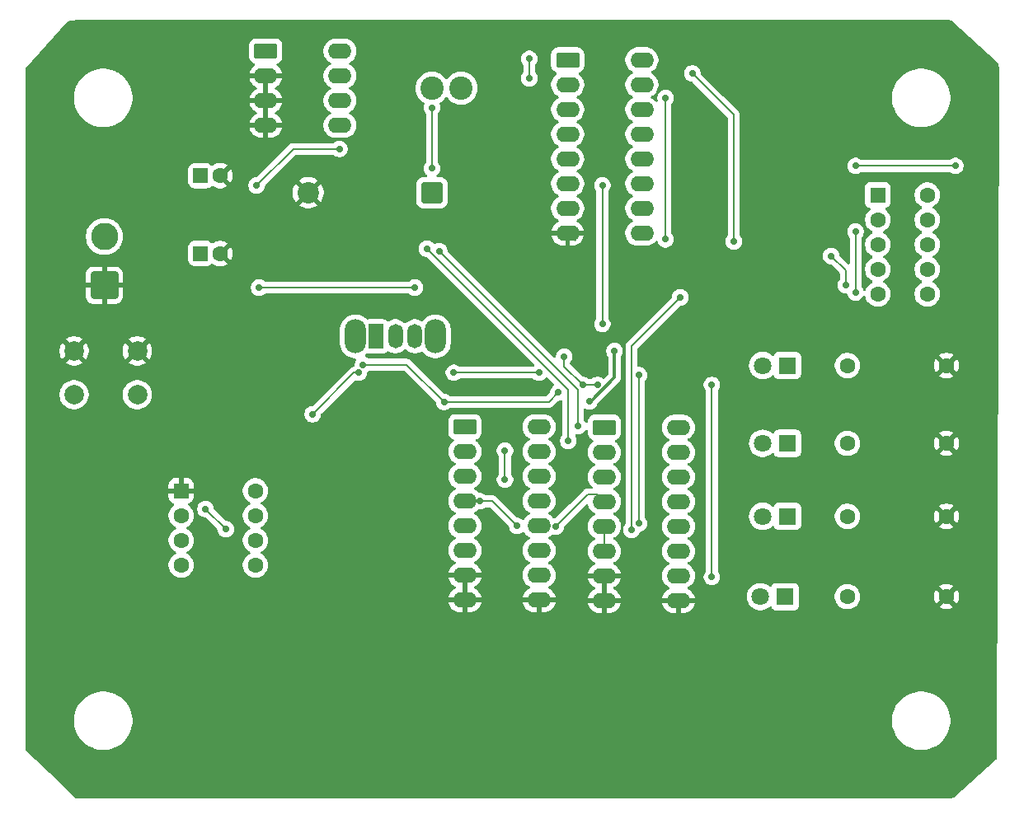
<source format=gbr>
%TF.GenerationSoftware,KiCad,Pcbnew,9.0.3*%
%TF.CreationDate,2025-12-16T09:58:40+01:00*%
%TF.ProjectId,PTP_Josip_Bosnic_Project1,5054505f-4a6f-4736-9970-5f426f736e69,rev?*%
%TF.SameCoordinates,Original*%
%TF.FileFunction,Copper,L2,Bot*%
%TF.FilePolarity,Positive*%
%FSLAX46Y46*%
G04 Gerber Fmt 4.6, Leading zero omitted, Abs format (unit mm)*
G04 Created by KiCad (PCBNEW 9.0.3) date 2025-12-16 09:58:40*
%MOMM*%
%LPD*%
G01*
G04 APERTURE LIST*
G04 Aperture macros list*
%AMRoundRect*
0 Rectangle with rounded corners*
0 $1 Rounding radius*
0 $2 $3 $4 $5 $6 $7 $8 $9 X,Y pos of 4 corners*
0 Add a 4 corners polygon primitive as box body*
4,1,4,$2,$3,$4,$5,$6,$7,$8,$9,$2,$3,0*
0 Add four circle primitives for the rounded corners*
1,1,$1+$1,$2,$3*
1,1,$1+$1,$4,$5*
1,1,$1+$1,$6,$7*
1,1,$1+$1,$8,$9*
0 Add four rect primitives between the rounded corners*
20,1,$1+$1,$2,$3,$4,$5,0*
20,1,$1+$1,$4,$5,$6,$7,0*
20,1,$1+$1,$6,$7,$8,$9,0*
20,1,$1+$1,$8,$9,$2,$3,0*%
G04 Aperture macros list end*
%TA.AperFunction,ComponentPad*%
%ADD10R,1.800000X1.800000*%
%TD*%
%TA.AperFunction,ComponentPad*%
%ADD11C,1.800000*%
%TD*%
%TA.AperFunction,ComponentPad*%
%ADD12C,1.600000*%
%TD*%
%TA.AperFunction,ComponentPad*%
%ADD13O,2.200000X3.500000*%
%TD*%
%TA.AperFunction,ComponentPad*%
%ADD14R,1.500000X2.500000*%
%TD*%
%TA.AperFunction,ComponentPad*%
%ADD15O,1.500000X2.500000*%
%TD*%
%TA.AperFunction,ComponentPad*%
%ADD16C,2.000000*%
%TD*%
%TA.AperFunction,ComponentPad*%
%ADD17C,2.400000*%
%TD*%
%TA.AperFunction,ComponentPad*%
%ADD18RoundRect,0.250000X-0.950000X-0.550000X0.950000X-0.550000X0.950000X0.550000X-0.950000X0.550000X0*%
%TD*%
%TA.AperFunction,ComponentPad*%
%ADD19O,2.400000X1.600000*%
%TD*%
%TA.AperFunction,ComponentPad*%
%ADD20RoundRect,0.250000X-0.550000X-0.550000X0.550000X-0.550000X0.550000X0.550000X-0.550000X0.550000X0*%
%TD*%
%TA.AperFunction,ComponentPad*%
%ADD21R,1.600000X1.600000*%
%TD*%
%TA.AperFunction,ComponentPad*%
%ADD22RoundRect,0.250001X1.149999X-1.149999X1.149999X1.149999X-1.149999X1.149999X-1.149999X-1.149999X0*%
%TD*%
%TA.AperFunction,ComponentPad*%
%ADD23C,2.800000*%
%TD*%
%TA.AperFunction,ComponentPad*%
%ADD24RoundRect,0.249999X0.850001X0.850001X-0.850001X0.850001X-0.850001X-0.850001X0.850001X-0.850001X0*%
%TD*%
%TA.AperFunction,ComponentPad*%
%ADD25C,2.200000*%
%TD*%
%TA.AperFunction,ViaPad*%
%ADD26C,0.700000*%
%TD*%
%TA.AperFunction,Conductor*%
%ADD27C,0.300000*%
%TD*%
%TA.AperFunction,Conductor*%
%ADD28C,0.200000*%
%TD*%
G04 APERTURE END LIST*
D10*
%TO.P,D2,1,K*%
%TO.N,Net-(D2-K)*%
X178250000Y-96000000D03*
D11*
%TO.P,D2,2,A*%
%TO.N,Q1*%
X175710000Y-96000000D03*
%TD*%
D12*
%TO.P,R1,1*%
%TO.N,Net-(D1-K)*%
X184420000Y-104250000D03*
%TO.P,R1,2*%
%TO.N,GND*%
X194580000Y-104250000D03*
%TD*%
%TO.P,R3,1*%
%TO.N,Net-(D3-K)*%
X184420000Y-88500000D03*
%TO.P,R3,2*%
%TO.N,GND*%
X194580000Y-88500000D03*
%TD*%
D10*
%TO.P,D1,1,K*%
%TO.N,Net-(D1-K)*%
X178025000Y-104250000D03*
D11*
%TO.P,D1,2,A*%
%TO.N,Q0*%
X175485000Y-104250000D03*
%TD*%
D10*
%TO.P,D5,1,K*%
%TO.N,Net-(D5-K)*%
X178250000Y-80500000D03*
D11*
%TO.P,D5,2,A*%
%TO.N,Q3*%
X175710000Y-80500000D03*
%TD*%
D12*
%TO.P,R4,1*%
%TO.N,Net-(D5-K)*%
X184420000Y-80500000D03*
%TO.P,R4,2*%
%TO.N,GND*%
X194580000Y-80500000D03*
%TD*%
D13*
%TO.P,SW2,*%
%TO.N,*%
X133900000Y-77500000D03*
X142100000Y-77500000D03*
D14*
%TO.P,SW2,1,B*%
%TO.N,Clock*%
X136000000Y-77500000D03*
D15*
%TO.P,SW2,2,C*%
%TO.N,555*%
X138000000Y-77500000D03*
%TO.P,SW2,3,A*%
%TO.N,Net-(SW2-A)*%
X140000000Y-77500000D03*
%TD*%
D16*
%TO.P,SW1,1,1*%
%TO.N,GND*%
X105000000Y-79000000D03*
X111500000Y-79000000D03*
%TO.P,SW1,2,2*%
%TO.N,Net-(R13-Pad1)*%
X105000000Y-83500000D03*
X111500000Y-83500000D03*
%TD*%
D17*
%TO.P,L1,1,1*%
%TO.N,Net-(D4-K)*%
X141750000Y-52000000D03*
%TO.P,L1,2,2*%
%TO.N,+5V*%
X144750000Y-52000000D03*
%TD*%
D18*
%TO.P,U4,1,B*%
%TO.N,Q1*%
X155690000Y-49110000D03*
D19*
%TO.P,U4,2,C*%
%TO.N,Q2*%
X155690000Y-51650000D03*
%TO.P,U4,3,LT*%
%TO.N,Net-(U4-BI)*%
X155690000Y-54190000D03*
%TO.P,U4,4,BI*%
X155690000Y-56730000D03*
%TO.P,U4,5,RBI*%
X155690000Y-59270000D03*
%TO.P,U4,6,D*%
%TO.N,Q3*%
X155690000Y-61810000D03*
%TO.P,U4,7,A*%
%TO.N,Q0*%
X155690000Y-64350000D03*
%TO.P,U4,8,GND*%
%TO.N,GND*%
X155690000Y-66890000D03*
%TO.P,U4,9,e*%
%TO.N,Net-(U4-e)*%
X163310000Y-66890000D03*
%TO.P,U4,10,d*%
%TO.N,Net-(U4-d)*%
X163310000Y-64350000D03*
%TO.P,U4,11,c*%
%TO.N,Net-(U4-c)*%
X163310000Y-61810000D03*
%TO.P,U4,12,b*%
%TO.N,Net-(U4-b)*%
X163310000Y-59270000D03*
%TO.P,U4,13,a*%
%TO.N,Net-(U4-a)*%
X163310000Y-56730000D03*
%TO.P,U4,14,g*%
%TO.N,Net-(U4-g)*%
X163310000Y-54190000D03*
%TO.P,U4,15,f*%
%TO.N,Net-(U4-f)*%
X163310000Y-51650000D03*
%TO.P,U4,16,VCC*%
%TO.N,+5V*%
X163310000Y-49110000D03*
%TD*%
D20*
%TO.P,U7,1,GND*%
%TO.N,GND*%
X116000000Y-93380000D03*
D12*
%TO.P,U7,2,TR*%
%TO.N,Net-(U7-THR)*%
X116000000Y-95920000D03*
%TO.P,U7,3,Q*%
%TO.N,555*%
X116000000Y-98460000D03*
%TO.P,U7,4,R*%
%TO.N,+5V*%
X116000000Y-101000000D03*
%TO.P,U7,5,CV*%
%TO.N,unconnected-(U7-CV-Pad5)*%
X123620000Y-101000000D03*
%TO.P,U7,6,THR*%
%TO.N,Net-(U7-THR)*%
X123620000Y-98460000D03*
%TO.P,U7,7,DIS*%
%TO.N,Net-(U7-DIS)*%
X123620000Y-95920000D03*
%TO.P,U7,8,VCC*%
%TO.N,+5V*%
X123620000Y-93380000D03*
%TD*%
D10*
%TO.P,D3,1,K*%
%TO.N,Net-(D3-K)*%
X178250000Y-88500000D03*
D11*
%TO.P,D3,2,A*%
%TO.N,Q2*%
X175710000Y-88500000D03*
%TD*%
D18*
%TO.P,U1,1,FB*%
%TO.N,+5V*%
X124690000Y-48190000D03*
D19*
%TO.P,U1,2,SGND*%
%TO.N,GND*%
X124690000Y-50730000D03*
%TO.P,U1,3,~{ON}/OFF*%
X124690000Y-53270000D03*
%TO.P,U1,4,PGND*%
X124690000Y-55810000D03*
%TO.P,U1,5,VIN*%
%TO.N,VD*%
X132310000Y-55810000D03*
%TO.P,U1,6,NC*%
%TO.N,unconnected-(U1-NC-Pad6)*%
X132310000Y-53270000D03*
%TO.P,U1,7,OUT*%
%TO.N,Net-(D4-K)*%
X132310000Y-50730000D03*
%TO.P,U1,8,NC*%
%TO.N,unconnected-(U1-NC-Pad8)*%
X132310000Y-48190000D03*
%TD*%
D20*
%TO.P,C2,1*%
%TO.N,+5V*%
X118000000Y-69000000D03*
D12*
%TO.P,C2,2*%
%TO.N,GND*%
X120000000Y-69000000D03*
%TD*%
D21*
%TO.P,U5,1,CA*%
%TO.N,+5V*%
X187532500Y-62982500D03*
D12*
%TO.P,U5,2,F*%
%TO.N,Net-(U5-F)*%
X187532500Y-65522500D03*
%TO.P,U5,3,G*%
%TO.N,Net-(U5-G)*%
X187532500Y-68062500D03*
%TO.P,U5,4,E*%
%TO.N,Net-(U5-E)*%
X187532500Y-70602500D03*
%TO.P,U5,5,D*%
%TO.N,Net-(U5-D)*%
X187532500Y-73142500D03*
%TO.P,U5,6,CA*%
%TO.N,+5V*%
X192612500Y-73142500D03*
%TO.P,U5,7,DP*%
%TO.N,unconnected-(U5-DP-Pad7)*%
X192612500Y-70602500D03*
%TO.P,U5,8,C*%
%TO.N,Net-(U5-C)*%
X192612500Y-68062500D03*
%TO.P,U5,9,B*%
%TO.N,Net-(U5-B)*%
X192612500Y-65522500D03*
%TO.P,U5,10,A*%
%TO.N,Net-(U5-A)*%
X192612500Y-62982500D03*
%TD*%
D18*
%TO.P,U3,1,Q*%
%TO.N,Q2*%
X159440000Y-86860000D03*
D19*
%TO.P,U3,2,~{Q}*%
%TO.N,unconnected-(U3A-~{Q}-Pad2)*%
X159440000Y-89400000D03*
%TO.P,U3,3,C*%
%TO.N,Q1*%
X159440000Y-91940000D03*
%TO.P,U3,4,R*%
%TO.N,Reset*%
X159440000Y-94480000D03*
%TO.P,U3,5,K*%
%TO.N,Net-(U3A-J)*%
X159440000Y-97020000D03*
%TO.P,U3,6,J*%
X159440000Y-99560000D03*
%TO.P,U3,7,S*%
%TO.N,GND*%
X159440000Y-102100000D03*
%TO.P,U3,8,VSS*%
X159440000Y-104640000D03*
%TO.P,U3,9,S*%
X167060000Y-104640000D03*
%TO.P,U3,10,J*%
%TO.N,Net-(U3B-J)*%
X167060000Y-102100000D03*
%TO.P,U3,11,K*%
X167060000Y-99560000D03*
%TO.P,U3,12,R*%
%TO.N,Reset*%
X167060000Y-97020000D03*
%TO.P,U3,13,C*%
%TO.N,Q2*%
X167060000Y-94480000D03*
%TO.P,U3,14,~{Q}*%
%TO.N,unconnected-(U3B-~{Q}-Pad14)*%
X167060000Y-91940000D03*
%TO.P,U3,15,Q*%
%TO.N,Q3*%
X167060000Y-89400000D03*
%TO.P,U3,16,VDD*%
%TO.N,+5V*%
X167060000Y-86860000D03*
%TD*%
D20*
%TO.P,C1,1*%
%TO.N,VD*%
X118000000Y-61000000D03*
D12*
%TO.P,C1,2*%
%TO.N,GND*%
X120000000Y-61000000D03*
%TD*%
D22*
%TO.P,J1,1,Pin_1*%
%TO.N,GND*%
X108117500Y-72250000D03*
D23*
%TO.P,J1,2,Pin_2*%
%TO.N,VD*%
X108117500Y-67250000D03*
%TD*%
D24*
%TO.P,D4,1,K*%
%TO.N,Net-(D4-K)*%
X141750000Y-62750000D03*
D25*
%TO.P,D4,2,A*%
%TO.N,GND*%
X129050000Y-62750000D03*
%TD*%
D12*
%TO.P,R2,1*%
%TO.N,Net-(D2-K)*%
X184420000Y-96000000D03*
%TO.P,R2,2*%
%TO.N,GND*%
X194580000Y-96000000D03*
%TD*%
D18*
%TO.P,U2,1,Q*%
%TO.N,Q0*%
X145130000Y-86800000D03*
D19*
%TO.P,U2,2,~{Q}*%
%TO.N,unconnected-(U2A-~{Q}-Pad2)*%
X145130000Y-89340000D03*
%TO.P,U2,3,C*%
%TO.N,Clock*%
X145130000Y-91880000D03*
%TO.P,U2,4,R*%
%TO.N,Reset*%
X145130000Y-94420000D03*
%TO.P,U2,5,K*%
%TO.N,Net-(U2A-J)*%
X145130000Y-96960000D03*
%TO.P,U2,6,J*%
X145130000Y-99500000D03*
%TO.P,U2,7,S*%
%TO.N,GND*%
X145130000Y-102040000D03*
%TO.P,U2,8,VSS*%
X145130000Y-104580000D03*
%TO.P,U2,9,S*%
X152750000Y-104580000D03*
%TO.P,U2,10,J*%
%TO.N,Net-(U2B-J)*%
X152750000Y-102040000D03*
%TO.P,U2,11,K*%
X152750000Y-99500000D03*
%TO.P,U2,12,R*%
%TO.N,Reset*%
X152750000Y-96960000D03*
%TO.P,U2,13,C*%
%TO.N,Q0*%
X152750000Y-94420000D03*
%TO.P,U2,14,~{Q}*%
%TO.N,unconnected-(U2B-~{Q}-Pad14)*%
X152750000Y-91880000D03*
%TO.P,U2,15,Q*%
%TO.N,Q1*%
X152750000Y-89340000D03*
%TO.P,U2,16,VDD*%
%TO.N,+5V*%
X152750000Y-86800000D03*
%TD*%
D26*
%TO.N,GND*%
X159000000Y-78000000D03*
%TO.N,Q1*%
X157924000Y-84166000D03*
X160500000Y-79000000D03*
%TO.N,GND*%
X105437500Y-95500000D03*
%TO.N,VD*%
X132250000Y-58250000D03*
X123750000Y-62000000D03*
%TO.N,+5V*%
X144000000Y-81250000D03*
X152750000Y-81250000D03*
%TO.N,Net-(SW2-A)*%
X140000000Y-72500000D03*
X124000000Y-72500000D03*
%TO.N,Net-(U7-THR)*%
X118500000Y-95250000D03*
X120584620Y-97334620D03*
%TO.N,Q1*%
X141250000Y-68500000D03*
X151750000Y-51000000D03*
X155750000Y-88250000D03*
X151750000Y-49000000D03*
%TO.N,Q2*%
X142500000Y-68750000D03*
X156750000Y-86750000D03*
%TO.N,Net-(D4-K)*%
X141750000Y-60250000D03*
X141750000Y-54000000D03*
%TO.N,Q3*%
X159250000Y-62000000D03*
X157250000Y-82500000D03*
X159250000Y-76250000D03*
X158750000Y-82500000D03*
X159250000Y-62000000D03*
X155334620Y-79584620D03*
%TO.N,Clock*%
X143000000Y-84250000D03*
X154750000Y-83250000D03*
X134665380Y-80415380D03*
%TO.N,Net-(U5-C)*%
X185250000Y-60000000D03*
X195500000Y-60000000D03*
%TO.N,Net-(U2A-J)*%
X149250000Y-89250000D03*
X149250000Y-92250000D03*
%TO.N,Net-(U3A-J)*%
X162250000Y-97400000D03*
X167250000Y-73500000D03*
%TO.N,Net-(U3B-J)*%
X170500000Y-82500000D03*
X170500000Y-102250000D03*
%TO.N,Net-(U5-D)*%
X185250000Y-73000000D03*
X185250000Y-66750000D03*
%TO.N,Net-(U5-E)*%
X184257120Y-72257120D03*
X182750000Y-69250000D03*
%TO.N,Net-(U4-f)*%
X168500000Y-50500000D03*
X172750000Y-67750000D03*
%TO.N,Net-(U4-g)*%
X165750000Y-67540000D03*
X165750000Y-53000000D03*
%TO.N,555*%
X134250000Y-81250000D03*
X129500000Y-85500000D03*
%TO.N,Reset*%
X146710380Y-94460380D03*
X163000000Y-96750000D03*
X163000000Y-81500000D03*
X150500000Y-97000000D03*
X154455380Y-97044620D03*
%TD*%
D27*
%TO.N,Q1*%
X160500000Y-81741364D02*
X158075364Y-84166000D01*
X160500000Y-79000000D02*
X160500000Y-81741364D01*
X158075364Y-84166000D02*
X157924000Y-84166000D01*
D28*
%TO.N,GND*%
X155690000Y-66890000D02*
X156500000Y-67700000D01*
%TO.N,VD*%
X123750000Y-62000000D02*
X127500000Y-58250000D01*
X127500000Y-58250000D02*
X132250000Y-58250000D01*
%TO.N,+5V*%
X144000000Y-81250000D02*
X152750000Y-81250000D01*
%TO.N,Net-(SW2-A)*%
X124000000Y-72500000D02*
X140000000Y-72500000D01*
%TO.N,Net-(U7-THR)*%
X120584620Y-97334620D02*
X118500000Y-95250000D01*
%TO.N,Q1*%
X155750000Y-83000000D02*
X141250000Y-68500000D01*
X155750000Y-88250000D02*
X155750000Y-83000000D01*
X151750000Y-51000000D02*
X151750000Y-49000000D01*
%TO.N,Q2*%
X156750000Y-83000000D02*
X142500000Y-68750000D01*
X156750000Y-86750000D02*
X156750000Y-83000000D01*
%TO.N,Net-(D4-K)*%
X141750000Y-54000000D02*
X141750000Y-60250000D01*
%TO.N,Q3*%
X155334620Y-80584620D02*
X155334620Y-79584620D01*
X159250000Y-76250000D02*
X159250000Y-62000000D01*
X158750000Y-82500000D02*
X157250000Y-82500000D01*
X157250000Y-82500000D02*
X155334620Y-80584620D01*
%TO.N,Clock*%
X143000000Y-84250000D02*
X153750000Y-84250000D01*
X153750000Y-84250000D02*
X154750000Y-83250000D01*
X139165380Y-80415380D02*
X134665380Y-80415380D01*
X143000000Y-84250000D02*
X139165380Y-80415380D01*
%TO.N,Net-(U5-C)*%
X185250000Y-60000000D02*
X195500000Y-60000000D01*
%TO.N,Net-(U2A-J)*%
X149250000Y-92250000D02*
X149250000Y-89250000D01*
%TO.N,Net-(U3A-J)*%
X162250000Y-78500000D02*
X167250000Y-73500000D01*
X162250000Y-97400000D02*
X162250000Y-78500000D01*
X159440000Y-99560000D02*
X159440000Y-97020000D01*
%TO.N,Net-(U3B-J)*%
X170500000Y-82500000D02*
X170500000Y-102250000D01*
%TO.N,Net-(U5-D)*%
X185250000Y-66750000D02*
X185250000Y-73000000D01*
%TO.N,Net-(U5-E)*%
X182750000Y-69250000D02*
X184257120Y-70757120D01*
X184257120Y-70757120D02*
X184257120Y-72257120D01*
%TO.N,Net-(U4-f)*%
X172750000Y-67750000D02*
X172750000Y-54750000D01*
X172750000Y-54750000D02*
X168500000Y-50500000D01*
%TO.N,Net-(U4-g)*%
X165750000Y-67540000D02*
X165750000Y-53000000D01*
%TO.N,555*%
X133750000Y-81250000D02*
X134250000Y-81250000D01*
X129500000Y-85500000D02*
X133750000Y-81250000D01*
%TO.N,Reset*%
X163000000Y-96750000D02*
X163000000Y-81500000D01*
X158710000Y-93750000D02*
X159440000Y-94480000D01*
X147960380Y-94460380D02*
X150500000Y-97000000D01*
X157750000Y-93750000D02*
X158710000Y-93750000D01*
X154455380Y-97044620D02*
X157750000Y-93750000D01*
X146710380Y-94460380D02*
X147960380Y-94460380D01*
%TD*%
%TA.AperFunction,Conductor*%
%TO.N,GND*%
G36*
X159690000Y-104324314D02*
G01*
X159685606Y-104319920D01*
X159594394Y-104267259D01*
X159492661Y-104240000D01*
X159387339Y-104240000D01*
X159285606Y-104267259D01*
X159194394Y-104319920D01*
X159190000Y-104324314D01*
X159190000Y-102415686D01*
X159194394Y-102420080D01*
X159285606Y-102472741D01*
X159387339Y-102500000D01*
X159492661Y-102500000D01*
X159594394Y-102472741D01*
X159685606Y-102420080D01*
X159690000Y-102415686D01*
X159690000Y-104324314D01*
G37*
%TD.AperFunction*%
%TA.AperFunction,Conductor*%
G36*
X145380000Y-104264314D02*
G01*
X145375606Y-104259920D01*
X145284394Y-104207259D01*
X145182661Y-104180000D01*
X145077339Y-104180000D01*
X144975606Y-104207259D01*
X144884394Y-104259920D01*
X144880000Y-104264314D01*
X144880000Y-102355686D01*
X144884394Y-102360080D01*
X144975606Y-102412741D01*
X145077339Y-102440000D01*
X145182661Y-102440000D01*
X145284394Y-102412741D01*
X145375606Y-102360080D01*
X145380000Y-102355686D01*
X145380000Y-104264314D01*
G37*
%TD.AperFunction*%
%TA.AperFunction,Conductor*%
G36*
X124940000Y-55494314D02*
G01*
X124935606Y-55489920D01*
X124844394Y-55437259D01*
X124742661Y-55410000D01*
X124637339Y-55410000D01*
X124535606Y-55437259D01*
X124444394Y-55489920D01*
X124440000Y-55494314D01*
X124440000Y-53585686D01*
X124444394Y-53590080D01*
X124535606Y-53642741D01*
X124637339Y-53670000D01*
X124742661Y-53670000D01*
X124844394Y-53642741D01*
X124935606Y-53590080D01*
X124940000Y-53585686D01*
X124940000Y-55494314D01*
G37*
%TD.AperFunction*%
%TA.AperFunction,Conductor*%
G36*
X124940000Y-52954314D02*
G01*
X124935606Y-52949920D01*
X124844394Y-52897259D01*
X124742661Y-52870000D01*
X124637339Y-52870000D01*
X124535606Y-52897259D01*
X124444394Y-52949920D01*
X124440000Y-52954314D01*
X124440000Y-51045686D01*
X124444394Y-51050080D01*
X124535606Y-51102741D01*
X124637339Y-51130000D01*
X124742661Y-51130000D01*
X124844394Y-51102741D01*
X124935606Y-51050080D01*
X124940000Y-51045686D01*
X124940000Y-52954314D01*
G37*
%TD.AperFunction*%
%TA.AperFunction,Conductor*%
G36*
X194502562Y-45000605D02*
G01*
X194906534Y-45017314D01*
X194912181Y-45017678D01*
X194989898Y-45024477D01*
X195054965Y-45049929D01*
X195062035Y-45055831D01*
X199852327Y-49367095D01*
X199888988Y-49426572D01*
X199890736Y-49433815D01*
X199912048Y-49535457D01*
X199912803Y-49539372D01*
X199928566Y-49628768D01*
X199929498Y-49634962D01*
X199973501Y-49987982D01*
X199973981Y-49992512D01*
X199982320Y-50087823D01*
X199982686Y-50093507D01*
X199996621Y-50430418D01*
X199996726Y-50435976D01*
X199750193Y-120944576D01*
X199730274Y-121011546D01*
X199708575Y-121036821D01*
X195352288Y-124909074D01*
X195289104Y-124938900D01*
X195285245Y-124939443D01*
X195012013Y-124973502D01*
X195007482Y-124973982D01*
X194912178Y-124982320D01*
X194906496Y-124982686D01*
X194525828Y-124998431D01*
X194502561Y-124999394D01*
X194497439Y-124999500D01*
X105502562Y-124999500D01*
X105497437Y-124999394D01*
X105284711Y-124990594D01*
X105218542Y-124968155D01*
X105204319Y-124956493D01*
X102455041Y-122338134D01*
X101050000Y-121000000D01*
X100061592Y-120058659D01*
X100048113Y-120035344D01*
X100031630Y-120014038D01*
X100028793Y-120001927D01*
X100026623Y-119998173D01*
X100023583Y-119979683D01*
X100017678Y-119912188D01*
X100017315Y-119906540D01*
X100000606Y-119502562D01*
X100000500Y-119497438D01*
X100000500Y-116831491D01*
X104999500Y-116831491D01*
X104999500Y-117168508D01*
X105037231Y-117503381D01*
X105037233Y-117503397D01*
X105112223Y-117831953D01*
X105112227Y-117831965D01*
X105223532Y-118150054D01*
X105369752Y-118453683D01*
X105369754Y-118453686D01*
X105549054Y-118739039D01*
X105759175Y-119002523D01*
X105997477Y-119240825D01*
X106260961Y-119450946D01*
X106546314Y-119630246D01*
X106849949Y-119776469D01*
X107088848Y-119860063D01*
X107168034Y-119887772D01*
X107168046Y-119887776D01*
X107496606Y-119962767D01*
X107831492Y-120000499D01*
X107831493Y-120000500D01*
X107831496Y-120000500D01*
X108168507Y-120000500D01*
X108168507Y-120000499D01*
X108503394Y-119962767D01*
X108831954Y-119887776D01*
X109150051Y-119776469D01*
X109453686Y-119630246D01*
X109739039Y-119450946D01*
X110002523Y-119240825D01*
X110240825Y-119002523D01*
X110450946Y-118739039D01*
X110630246Y-118453686D01*
X110776469Y-118150051D01*
X110887776Y-117831954D01*
X110962767Y-117503394D01*
X111000500Y-117168504D01*
X111000500Y-116831496D01*
X111000499Y-116831491D01*
X188999500Y-116831491D01*
X188999500Y-117168508D01*
X189037231Y-117503381D01*
X189037233Y-117503397D01*
X189112223Y-117831953D01*
X189112227Y-117831965D01*
X189223532Y-118150054D01*
X189369752Y-118453683D01*
X189369754Y-118453686D01*
X189549054Y-118739039D01*
X189759175Y-119002523D01*
X189997477Y-119240825D01*
X190260961Y-119450946D01*
X190546314Y-119630246D01*
X190849949Y-119776469D01*
X191088848Y-119860063D01*
X191168034Y-119887772D01*
X191168046Y-119887776D01*
X191496606Y-119962767D01*
X191831492Y-120000499D01*
X191831493Y-120000500D01*
X191831496Y-120000500D01*
X192168507Y-120000500D01*
X192168507Y-120000499D01*
X192503394Y-119962767D01*
X192831954Y-119887776D01*
X193150051Y-119776469D01*
X193453686Y-119630246D01*
X193739039Y-119450946D01*
X194002523Y-119240825D01*
X194240825Y-119002523D01*
X194450946Y-118739039D01*
X194630246Y-118453686D01*
X194776469Y-118150051D01*
X194887776Y-117831954D01*
X194962767Y-117503394D01*
X195000500Y-117168504D01*
X195000500Y-116831496D01*
X194962767Y-116496606D01*
X194887776Y-116168046D01*
X194776469Y-115849949D01*
X194630246Y-115546314D01*
X194450946Y-115260961D01*
X194240825Y-114997477D01*
X194002523Y-114759175D01*
X193739039Y-114549054D01*
X193453686Y-114369754D01*
X193453683Y-114369752D01*
X193150054Y-114223532D01*
X192831965Y-114112227D01*
X192831953Y-114112223D01*
X192503397Y-114037233D01*
X192503381Y-114037231D01*
X192168508Y-113999500D01*
X192168504Y-113999500D01*
X191831496Y-113999500D01*
X191831491Y-113999500D01*
X191496618Y-114037231D01*
X191496602Y-114037233D01*
X191168046Y-114112223D01*
X191168034Y-114112227D01*
X190849945Y-114223532D01*
X190546316Y-114369752D01*
X190260962Y-114549053D01*
X189997477Y-114759174D01*
X189759174Y-114997477D01*
X189549053Y-115260962D01*
X189369752Y-115546316D01*
X189223532Y-115849945D01*
X189112227Y-116168034D01*
X189112223Y-116168046D01*
X189037233Y-116496602D01*
X189037231Y-116496618D01*
X188999500Y-116831491D01*
X111000499Y-116831491D01*
X110962767Y-116496606D01*
X110887776Y-116168046D01*
X110776469Y-115849949D01*
X110630246Y-115546314D01*
X110450946Y-115260961D01*
X110240825Y-114997477D01*
X110002523Y-114759175D01*
X109739039Y-114549054D01*
X109453686Y-114369754D01*
X109453683Y-114369752D01*
X109150054Y-114223532D01*
X108831965Y-114112227D01*
X108831953Y-114112223D01*
X108503397Y-114037233D01*
X108503381Y-114037231D01*
X108168508Y-113999500D01*
X108168504Y-113999500D01*
X107831496Y-113999500D01*
X107831491Y-113999500D01*
X107496618Y-114037231D01*
X107496602Y-114037233D01*
X107168046Y-114112223D01*
X107168034Y-114112227D01*
X106849945Y-114223532D01*
X106546316Y-114369752D01*
X106260962Y-114549053D01*
X105997477Y-114759174D01*
X105759174Y-114997477D01*
X105549053Y-115260962D01*
X105369752Y-115546316D01*
X105223532Y-115849945D01*
X105112227Y-116168034D01*
X105112223Y-116168046D01*
X105037233Y-116496602D01*
X105037231Y-116496618D01*
X104999500Y-116831491D01*
X100000500Y-116831491D01*
X100000500Y-95817648D01*
X114699500Y-95817648D01*
X114699500Y-96022351D01*
X114731522Y-96224534D01*
X114794781Y-96419223D01*
X114855100Y-96537603D01*
X114877169Y-96580917D01*
X114887715Y-96601613D01*
X115008028Y-96767213D01*
X115152786Y-96911971D01*
X115306625Y-97023739D01*
X115318390Y-97032287D01*
X115409840Y-97078883D01*
X115411080Y-97079515D01*
X115461876Y-97127490D01*
X115478671Y-97195311D01*
X115456134Y-97261446D01*
X115411080Y-97300485D01*
X115318386Y-97347715D01*
X115152786Y-97468028D01*
X115008028Y-97612786D01*
X114887715Y-97778386D01*
X114794781Y-97960776D01*
X114731522Y-98155465D01*
X114699500Y-98357648D01*
X114699500Y-98562351D01*
X114731522Y-98764534D01*
X114794781Y-98959223D01*
X114887715Y-99141613D01*
X115008028Y-99307213D01*
X115152786Y-99451971D01*
X115307749Y-99564556D01*
X115318390Y-99572287D01*
X115377396Y-99602352D01*
X115411080Y-99619515D01*
X115461876Y-99667490D01*
X115478671Y-99735311D01*
X115456134Y-99801446D01*
X115411080Y-99840485D01*
X115318386Y-99887715D01*
X115152786Y-100008028D01*
X115008028Y-100152786D01*
X114887715Y-100318386D01*
X114794781Y-100500776D01*
X114731522Y-100695465D01*
X114699500Y-100897648D01*
X114699500Y-101102351D01*
X114731522Y-101304534D01*
X114794781Y-101499223D01*
X114846625Y-101600970D01*
X114878428Y-101663388D01*
X114887715Y-101681613D01*
X115008028Y-101847213D01*
X115152786Y-101991971D01*
X115291377Y-102092661D01*
X115318390Y-102112287D01*
X115424255Y-102166228D01*
X115500776Y-102205218D01*
X115500778Y-102205218D01*
X115500781Y-102205220D01*
X115605137Y-102239127D01*
X115695465Y-102268477D01*
X115796557Y-102284488D01*
X115897648Y-102300500D01*
X115897649Y-102300500D01*
X116102351Y-102300500D01*
X116102352Y-102300500D01*
X116304534Y-102268477D01*
X116499219Y-102205220D01*
X116681610Y-102112287D01*
X116833512Y-102001925D01*
X116847213Y-101991971D01*
X116847215Y-101991968D01*
X116847219Y-101991966D01*
X116991966Y-101847219D01*
X116991968Y-101847215D01*
X116991971Y-101847213D01*
X117073071Y-101735586D01*
X117112287Y-101681610D01*
X117205220Y-101499219D01*
X117268477Y-101304534D01*
X117300500Y-101102352D01*
X117300500Y-100897648D01*
X117281168Y-100775591D01*
X117268477Y-100695465D01*
X117239127Y-100605137D01*
X117205220Y-100500781D01*
X117205218Y-100500778D01*
X117205218Y-100500776D01*
X117171503Y-100434607D01*
X117112287Y-100318390D01*
X117056504Y-100241610D01*
X116991971Y-100152786D01*
X116847213Y-100008028D01*
X116681614Y-99887715D01*
X116675006Y-99884348D01*
X116588917Y-99840483D01*
X116538123Y-99792511D01*
X116521328Y-99724690D01*
X116543865Y-99658555D01*
X116588917Y-99619516D01*
X116681610Y-99572287D01*
X116702770Y-99556913D01*
X116847213Y-99451971D01*
X116847215Y-99451968D01*
X116847219Y-99451966D01*
X116991966Y-99307219D01*
X116991968Y-99307215D01*
X116991971Y-99307213D01*
X117044732Y-99234590D01*
X117112287Y-99141610D01*
X117205220Y-98959219D01*
X117268477Y-98764534D01*
X117300500Y-98562352D01*
X117300500Y-98357648D01*
X117283529Y-98250499D01*
X117268477Y-98155465D01*
X117237662Y-98060626D01*
X117205220Y-97960781D01*
X117205218Y-97960778D01*
X117205218Y-97960776D01*
X117162420Y-97876782D01*
X117112287Y-97778390D01*
X117082567Y-97737483D01*
X116991971Y-97612786D01*
X116847213Y-97468028D01*
X116681614Y-97347715D01*
X116653431Y-97333355D01*
X116588917Y-97300483D01*
X116538123Y-97252511D01*
X116521328Y-97184690D01*
X116543865Y-97118555D01*
X116588917Y-97079516D01*
X116681610Y-97032287D01*
X116715750Y-97007483D01*
X116847213Y-96911971D01*
X116847215Y-96911968D01*
X116847219Y-96911966D01*
X116991966Y-96767219D01*
X116991968Y-96767215D01*
X116991971Y-96767213D01*
X117065337Y-96666232D01*
X117112287Y-96601610D01*
X117205220Y-96419219D01*
X117268477Y-96224534D01*
X117300500Y-96022352D01*
X117300500Y-95817648D01*
X117281148Y-95695465D01*
X117268477Y-95615465D01*
X117231274Y-95500968D01*
X117205220Y-95420781D01*
X117205218Y-95420778D01*
X117205218Y-95420776D01*
X117112286Y-95238388D01*
X117108388Y-95233023D01*
X117108387Y-95233020D01*
X117059860Y-95166228D01*
X117649500Y-95166228D01*
X117649500Y-95333771D01*
X117682182Y-95498074D01*
X117682184Y-95498082D01*
X117746295Y-95652860D01*
X117839373Y-95792162D01*
X117957837Y-95910626D01*
X118043746Y-95968028D01*
X118097137Y-96003703D01*
X118251918Y-96067816D01*
X118416228Y-96100499D01*
X118416232Y-96100500D01*
X118416233Y-96100500D01*
X118449903Y-96100500D01*
X118516942Y-96120185D01*
X118537584Y-96136819D01*
X119697801Y-97297036D01*
X119731286Y-97358359D01*
X119734120Y-97384717D01*
X119734120Y-97418391D01*
X119766802Y-97582694D01*
X119766804Y-97582702D01*
X119830915Y-97737480D01*
X119923993Y-97876782D01*
X120042457Y-97995246D01*
X120135114Y-98057157D01*
X120181757Y-98088323D01*
X120336538Y-98152436D01*
X120472675Y-98179515D01*
X120500848Y-98185119D01*
X120500852Y-98185120D01*
X120500853Y-98185120D01*
X120668388Y-98185120D01*
X120668389Y-98185119D01*
X120832702Y-98152436D01*
X120987483Y-98088323D01*
X121126782Y-97995246D01*
X121245246Y-97876782D01*
X121338323Y-97737483D01*
X121402436Y-97582702D01*
X121435120Y-97418387D01*
X121435120Y-97250853D01*
X121402436Y-97086538D01*
X121352847Y-96966821D01*
X121338324Y-96931759D01*
X121328895Y-96917648D01*
X121288805Y-96857648D01*
X121245246Y-96792457D01*
X121126782Y-96673993D01*
X120987480Y-96580915D01*
X120832702Y-96516804D01*
X120832694Y-96516802D01*
X120668391Y-96484120D01*
X120668387Y-96484120D01*
X120634717Y-96484120D01*
X120567678Y-96464435D01*
X120547036Y-96447801D01*
X119386819Y-95287584D01*
X119353334Y-95226261D01*
X119350500Y-95199903D01*
X119350500Y-95166232D01*
X119350499Y-95166228D01*
X119333460Y-95080565D01*
X119317816Y-95001918D01*
X119258066Y-94857669D01*
X119253704Y-94847139D01*
X119160626Y-94707837D01*
X119042162Y-94589373D01*
X118902860Y-94496295D01*
X118748082Y-94432184D01*
X118748074Y-94432182D01*
X118583771Y-94399500D01*
X118583767Y-94399500D01*
X118416233Y-94399500D01*
X118416228Y-94399500D01*
X118251925Y-94432182D01*
X118251917Y-94432184D01*
X118097139Y-94496295D01*
X117957837Y-94589373D01*
X117839373Y-94707837D01*
X117746295Y-94847139D01*
X117682184Y-95001917D01*
X117682182Y-95001925D01*
X117649500Y-95166228D01*
X117059860Y-95166228D01*
X116991971Y-95072787D01*
X116991967Y-95072782D01*
X116847217Y-94928032D01*
X116847212Y-94928028D01*
X116753051Y-94859616D01*
X116710385Y-94804286D01*
X116704406Y-94734673D01*
X116737012Y-94672878D01*
X116786933Y-94641592D01*
X116869117Y-94614359D01*
X116869124Y-94614356D01*
X117018345Y-94522315D01*
X117142315Y-94398345D01*
X117234356Y-94249124D01*
X117234358Y-94249119D01*
X117289505Y-94082697D01*
X117289506Y-94082690D01*
X117299999Y-93979986D01*
X117300000Y-93979973D01*
X117300000Y-93630000D01*
X116315686Y-93630000D01*
X116320080Y-93625606D01*
X116372741Y-93534394D01*
X116400000Y-93432661D01*
X116400000Y-93327339D01*
X116386685Y-93277648D01*
X122319500Y-93277648D01*
X122319500Y-93482351D01*
X122351522Y-93684534D01*
X122414781Y-93879223D01*
X122507715Y-94061613D01*
X122628028Y-94227213D01*
X122772786Y-94371971D01*
X122927749Y-94484556D01*
X122938390Y-94492287D01*
X122997396Y-94522352D01*
X123031080Y-94539515D01*
X123081876Y-94587490D01*
X123098671Y-94655311D01*
X123076134Y-94721446D01*
X123031080Y-94760485D01*
X122938386Y-94807715D01*
X122772786Y-94928028D01*
X122628028Y-95072786D01*
X122507715Y-95238386D01*
X122414781Y-95420776D01*
X122351522Y-95615465D01*
X122319500Y-95817648D01*
X122319500Y-96022351D01*
X122351522Y-96224534D01*
X122414781Y-96419223D01*
X122475100Y-96537603D01*
X122497169Y-96580917D01*
X122507715Y-96601613D01*
X122628028Y-96767213D01*
X122772786Y-96911971D01*
X122926625Y-97023739D01*
X122938390Y-97032287D01*
X123029840Y-97078883D01*
X123031080Y-97079515D01*
X123081876Y-97127490D01*
X123098671Y-97195311D01*
X123076134Y-97261446D01*
X123031080Y-97300485D01*
X122938386Y-97347715D01*
X122772786Y-97468028D01*
X122628028Y-97612786D01*
X122507715Y-97778386D01*
X122414781Y-97960776D01*
X122351522Y-98155465D01*
X122319500Y-98357648D01*
X122319500Y-98562351D01*
X122351522Y-98764534D01*
X122414781Y-98959223D01*
X122507715Y-99141613D01*
X122628028Y-99307213D01*
X122772786Y-99451971D01*
X122927749Y-99564556D01*
X122938390Y-99572287D01*
X122997396Y-99602352D01*
X123031080Y-99619515D01*
X123081876Y-99667490D01*
X123098671Y-99735311D01*
X123076134Y-99801446D01*
X123031080Y-99840485D01*
X122938386Y-99887715D01*
X122772786Y-100008028D01*
X122628028Y-100152786D01*
X122507715Y-100318386D01*
X122414781Y-100500776D01*
X122351522Y-100695465D01*
X122319500Y-100897648D01*
X122319500Y-101102351D01*
X122351522Y-101304534D01*
X122414781Y-101499223D01*
X122466625Y-101600970D01*
X122498428Y-101663388D01*
X122507715Y-101681613D01*
X122628028Y-101847213D01*
X122772786Y-101991971D01*
X122911377Y-102092661D01*
X122938390Y-102112287D01*
X123044255Y-102166228D01*
X123120776Y-102205218D01*
X123120778Y-102205218D01*
X123120781Y-102205220D01*
X123225137Y-102239127D01*
X123315465Y-102268477D01*
X123416557Y-102284488D01*
X123517648Y-102300500D01*
X123517649Y-102300500D01*
X123722351Y-102300500D01*
X123722352Y-102300500D01*
X123924534Y-102268477D01*
X124119219Y-102205220D01*
X124301610Y-102112287D01*
X124453512Y-102001925D01*
X124467213Y-101991971D01*
X124467215Y-101991968D01*
X124467219Y-101991966D01*
X124611966Y-101847219D01*
X124611968Y-101847215D01*
X124611971Y-101847213D01*
X124693071Y-101735586D01*
X124732287Y-101681610D01*
X124825220Y-101499219D01*
X124888477Y-101304534D01*
X124920500Y-101102352D01*
X124920500Y-100897648D01*
X124901168Y-100775591D01*
X124888477Y-100695465D01*
X124859127Y-100605137D01*
X124825220Y-100500781D01*
X124825218Y-100500778D01*
X124825218Y-100500776D01*
X124791503Y-100434607D01*
X124732287Y-100318390D01*
X124676504Y-100241610D01*
X124611971Y-100152786D01*
X124467213Y-100008028D01*
X124301614Y-99887715D01*
X124295006Y-99884348D01*
X124208917Y-99840483D01*
X124158123Y-99792511D01*
X124141328Y-99724690D01*
X124163865Y-99658555D01*
X124208917Y-99619516D01*
X124301610Y-99572287D01*
X124322770Y-99556913D01*
X124467213Y-99451971D01*
X124467215Y-99451968D01*
X124467219Y-99451966D01*
X124611966Y-99307219D01*
X124611968Y-99307215D01*
X124611971Y-99307213D01*
X124664732Y-99234590D01*
X124732287Y-99141610D01*
X124825220Y-98959219D01*
X124888477Y-98764534D01*
X124920500Y-98562352D01*
X124920500Y-98357648D01*
X124903529Y-98250499D01*
X124888477Y-98155465D01*
X124857662Y-98060626D01*
X124825220Y-97960781D01*
X124825218Y-97960778D01*
X124825218Y-97960776D01*
X124782420Y-97876782D01*
X124732287Y-97778390D01*
X124702567Y-97737483D01*
X124611971Y-97612786D01*
X124467213Y-97468028D01*
X124301614Y-97347715D01*
X124273431Y-97333355D01*
X124208917Y-97300483D01*
X124158123Y-97252511D01*
X124141328Y-97184690D01*
X124163865Y-97118555D01*
X124208917Y-97079516D01*
X124301610Y-97032287D01*
X124335750Y-97007483D01*
X124467213Y-96911971D01*
X124467215Y-96911968D01*
X124467219Y-96911966D01*
X124611966Y-96767219D01*
X124611968Y-96767215D01*
X124611971Y-96767213D01*
X124685337Y-96666232D01*
X124732287Y-96601610D01*
X124825220Y-96419219D01*
X124888477Y-96224534D01*
X124920500Y-96022352D01*
X124920500Y-95817648D01*
X124901148Y-95695465D01*
X124888477Y-95615465D01*
X124851274Y-95500968D01*
X124825220Y-95420781D01*
X124825218Y-95420778D01*
X124825218Y-95420776D01*
X124780884Y-95333767D01*
X124732287Y-95238390D01*
X124704325Y-95199903D01*
X124611971Y-95072786D01*
X124467213Y-94928028D01*
X124301614Y-94807715D01*
X124277138Y-94795244D01*
X124208917Y-94760483D01*
X124158123Y-94712511D01*
X124141328Y-94644690D01*
X124163865Y-94578555D01*
X124208917Y-94539516D01*
X124301610Y-94492287D01*
X124322770Y-94476913D01*
X124467213Y-94371971D01*
X124467215Y-94371968D01*
X124467219Y-94371966D01*
X124611966Y-94227219D01*
X124611968Y-94227215D01*
X124611971Y-94227213D01*
X124664732Y-94154590D01*
X124732287Y-94061610D01*
X124825220Y-93879219D01*
X124888477Y-93684534D01*
X124920500Y-93482352D01*
X124920500Y-93277648D01*
X124906685Y-93190423D01*
X124888477Y-93075465D01*
X124842970Y-92935411D01*
X124825220Y-92880781D01*
X124825218Y-92880778D01*
X124825218Y-92880776D01*
X124780066Y-92792162D01*
X124732287Y-92698390D01*
X124676504Y-92621610D01*
X124611971Y-92532786D01*
X124467213Y-92388028D01*
X124301613Y-92267715D01*
X124301612Y-92267714D01*
X124301610Y-92267713D01*
X124242675Y-92237684D01*
X124119223Y-92174781D01*
X123924534Y-92111522D01*
X123749995Y-92083878D01*
X123722352Y-92079500D01*
X123517648Y-92079500D01*
X123493329Y-92083351D01*
X123315465Y-92111522D01*
X123120776Y-92174781D01*
X122938386Y-92267715D01*
X122772786Y-92388028D01*
X122628028Y-92532786D01*
X122507715Y-92698386D01*
X122414781Y-92880776D01*
X122351522Y-93075465D01*
X122319500Y-93277648D01*
X116386685Y-93277648D01*
X116372741Y-93225606D01*
X116320080Y-93134394D01*
X116315686Y-93130000D01*
X117299999Y-93130000D01*
X117299999Y-92780028D01*
X117299998Y-92780013D01*
X117289505Y-92677302D01*
X117234358Y-92510880D01*
X117234356Y-92510875D01*
X117142315Y-92361654D01*
X117018345Y-92237684D01*
X116869124Y-92145643D01*
X116869119Y-92145641D01*
X116702697Y-92090494D01*
X116702690Y-92090493D01*
X116599986Y-92080000D01*
X116250000Y-92080000D01*
X116250000Y-93064314D01*
X116245606Y-93059920D01*
X116154394Y-93007259D01*
X116052661Y-92980000D01*
X115947339Y-92980000D01*
X115845606Y-93007259D01*
X115754394Y-93059920D01*
X115750000Y-93064314D01*
X115750000Y-92080000D01*
X115400028Y-92080000D01*
X115400012Y-92080001D01*
X115297302Y-92090494D01*
X115130880Y-92145641D01*
X115130875Y-92145643D01*
X114981654Y-92237684D01*
X114857684Y-92361654D01*
X114765643Y-92510875D01*
X114765641Y-92510880D01*
X114710494Y-92677302D01*
X114710493Y-92677309D01*
X114700000Y-92780013D01*
X114700000Y-93130000D01*
X115684314Y-93130000D01*
X115679920Y-93134394D01*
X115627259Y-93225606D01*
X115600000Y-93327339D01*
X115600000Y-93432661D01*
X115627259Y-93534394D01*
X115679920Y-93625606D01*
X115684314Y-93630000D01*
X114700001Y-93630000D01*
X114700001Y-93979986D01*
X114710494Y-94082697D01*
X114765641Y-94249119D01*
X114765643Y-94249124D01*
X114857684Y-94398345D01*
X114981654Y-94522315D01*
X115130875Y-94614356D01*
X115130882Y-94614359D01*
X115213067Y-94641592D01*
X115270512Y-94681364D01*
X115297336Y-94745880D01*
X115285021Y-94814656D01*
X115246949Y-94859616D01*
X115152787Y-94928028D01*
X115152782Y-94928032D01*
X115008028Y-95072786D01*
X114887715Y-95238386D01*
X114794781Y-95420776D01*
X114731522Y-95615465D01*
X114699500Y-95817648D01*
X100000500Y-95817648D01*
X100000500Y-85416228D01*
X128649500Y-85416228D01*
X128649500Y-85583771D01*
X128682182Y-85748074D01*
X128682184Y-85748082D01*
X128746295Y-85902860D01*
X128839373Y-86042162D01*
X128957837Y-86160626D01*
X129016753Y-86199992D01*
X129097137Y-86253703D01*
X129251918Y-86317816D01*
X129399326Y-86347137D01*
X129416228Y-86350499D01*
X129416232Y-86350500D01*
X129416233Y-86350500D01*
X129583768Y-86350500D01*
X129583769Y-86350499D01*
X129748082Y-86317816D01*
X129902863Y-86253703D01*
X130042162Y-86160626D01*
X130160626Y-86042162D01*
X130253703Y-85902863D01*
X130317816Y-85748082D01*
X130350500Y-85583767D01*
X130350500Y-85550097D01*
X130370185Y-85483058D01*
X130386819Y-85462416D01*
X131997867Y-83851368D01*
X133787417Y-82061817D01*
X133848738Y-82028334D01*
X133918430Y-82033318D01*
X133922483Y-82034912D01*
X134001918Y-82067816D01*
X134149326Y-82097137D01*
X134166228Y-82100499D01*
X134166232Y-82100500D01*
X134166233Y-82100500D01*
X134333768Y-82100500D01*
X134333769Y-82100499D01*
X134498082Y-82067816D01*
X134652863Y-82003703D01*
X134792162Y-81910626D01*
X134910626Y-81792162D01*
X135003703Y-81652863D01*
X135067816Y-81498082D01*
X135100500Y-81333767D01*
X135100500Y-81213808D01*
X135101409Y-81210711D01*
X135100657Y-81207574D01*
X135111186Y-81177414D01*
X135120185Y-81146769D01*
X135122941Y-81143745D01*
X135123687Y-81141609D01*
X135133904Y-81131717D01*
X135148112Y-81116131D01*
X135151759Y-81113278D01*
X135207542Y-81076006D01*
X135236687Y-81046860D01*
X135242643Y-81042203D01*
X135268374Y-81031981D01*
X135292673Y-81018714D01*
X135305155Y-81017371D01*
X135307577Y-81016410D01*
X135309891Y-81016862D01*
X135319031Y-81015880D01*
X138865283Y-81015880D01*
X138932322Y-81035565D01*
X138952964Y-81052199D01*
X142113181Y-84212416D01*
X142146666Y-84273739D01*
X142149500Y-84300097D01*
X142149500Y-84333771D01*
X142182182Y-84498074D01*
X142182184Y-84498082D01*
X142246295Y-84652860D01*
X142339373Y-84792162D01*
X142457837Y-84910626D01*
X142543050Y-84967563D01*
X142597137Y-85003703D01*
X142751918Y-85067816D01*
X142899326Y-85097137D01*
X142916228Y-85100499D01*
X142916232Y-85100500D01*
X142916233Y-85100500D01*
X143083768Y-85100500D01*
X143083769Y-85100499D01*
X143248082Y-85067816D01*
X143402863Y-85003703D01*
X143542162Y-84910626D01*
X143542165Y-84910623D01*
X143565970Y-84886819D01*
X143627293Y-84853334D01*
X143653651Y-84850500D01*
X153663331Y-84850500D01*
X153663347Y-84850501D01*
X153670943Y-84850501D01*
X153829054Y-84850501D01*
X153829057Y-84850501D01*
X153981785Y-84809577D01*
X154031904Y-84780639D01*
X154118716Y-84730520D01*
X154230520Y-84618716D01*
X154230521Y-84618713D01*
X154712418Y-84136816D01*
X154773740Y-84103334D01*
X154780695Y-84102027D01*
X154790334Y-84100500D01*
X154833767Y-84100500D01*
X154998082Y-84067816D01*
X154998974Y-84067446D01*
X155006097Y-84066318D01*
X155038431Y-84070495D01*
X155070900Y-84073401D01*
X155072891Y-84074948D01*
X155075391Y-84075271D01*
X155100324Y-84096258D01*
X155126078Y-84116264D01*
X155126916Y-84118642D01*
X155128845Y-84120265D01*
X155138474Y-84151405D01*
X155149322Y-84182154D01*
X155149449Y-84186893D01*
X155149487Y-84187016D01*
X155149455Y-84187129D01*
X155149500Y-84188791D01*
X155149500Y-87596349D01*
X155129815Y-87663388D01*
X155113181Y-87684030D01*
X155089376Y-87707834D01*
X155089373Y-87707837D01*
X154996295Y-87847139D01*
X154932184Y-88001917D01*
X154932182Y-88001925D01*
X154899500Y-88166228D01*
X154899500Y-88333771D01*
X154932182Y-88498074D01*
X154932184Y-88498082D01*
X154996295Y-88652860D01*
X155089373Y-88792162D01*
X155207837Y-88910626D01*
X155300494Y-88972537D01*
X155347137Y-89003703D01*
X155501918Y-89067816D01*
X155640920Y-89095465D01*
X155666228Y-89100499D01*
X155666232Y-89100500D01*
X155666233Y-89100500D01*
X155833768Y-89100500D01*
X155833769Y-89100499D01*
X155998082Y-89067816D01*
X156152863Y-89003703D01*
X156292162Y-88910626D01*
X156410626Y-88792162D01*
X156503703Y-88652863D01*
X156567816Y-88498082D01*
X156600500Y-88333767D01*
X156600500Y-88166233D01*
X156567816Y-88001918D01*
X156503703Y-87847137D01*
X156503701Y-87847134D01*
X156455049Y-87774320D01*
X156434171Y-87707643D01*
X156452656Y-87640263D01*
X156504635Y-87593573D01*
X156573605Y-87582397D01*
X156582332Y-87583811D01*
X156666231Y-87600499D01*
X156666232Y-87600500D01*
X156666233Y-87600500D01*
X156833768Y-87600500D01*
X156833769Y-87600499D01*
X156998082Y-87567816D01*
X157152863Y-87503703D01*
X157292162Y-87410626D01*
X157410626Y-87292162D01*
X157503703Y-87152863D01*
X157503706Y-87152854D01*
X157506140Y-87148303D01*
X157555100Y-87098457D01*
X157623238Y-87082994D01*
X157688918Y-87106823D01*
X157731289Y-87162379D01*
X157739500Y-87206752D01*
X157739500Y-87460001D01*
X157739501Y-87460018D01*
X157750000Y-87562796D01*
X157750001Y-87562799D01*
X157805185Y-87729331D01*
X157805187Y-87729336D01*
X157832933Y-87774320D01*
X157897288Y-87878656D01*
X158021344Y-88002712D01*
X158170666Y-88094814D01*
X158252570Y-88121954D01*
X158310015Y-88161727D01*
X158336838Y-88226243D01*
X158324523Y-88295018D01*
X158286451Y-88339978D01*
X158192787Y-88408028D01*
X158192782Y-88408032D01*
X158048028Y-88552786D01*
X157927715Y-88718386D01*
X157834781Y-88900776D01*
X157771522Y-89095465D01*
X157739500Y-89297648D01*
X157739500Y-89502351D01*
X157771522Y-89704534D01*
X157834781Y-89899223D01*
X157927715Y-90081613D01*
X158048028Y-90247213D01*
X158192786Y-90391971D01*
X158275806Y-90452287D01*
X158358390Y-90512287D01*
X158423025Y-90545220D01*
X158451080Y-90559515D01*
X158501876Y-90607490D01*
X158518671Y-90675311D01*
X158496134Y-90741446D01*
X158451080Y-90780485D01*
X158358386Y-90827715D01*
X158192786Y-90948028D01*
X158048028Y-91092786D01*
X157927715Y-91258386D01*
X157834781Y-91440776D01*
X157771522Y-91635465D01*
X157739500Y-91837648D01*
X157739500Y-92042351D01*
X157771522Y-92244534D01*
X157834781Y-92439223D01*
X157927715Y-92621613D01*
X158048028Y-92787213D01*
X158196226Y-92935411D01*
X158195266Y-92936370D01*
X158230091Y-92989725D01*
X158230585Y-93059593D01*
X158193227Y-93118637D01*
X158129878Y-93148110D01*
X158111364Y-93149500D01*
X157670942Y-93149500D01*
X157518213Y-93190423D01*
X157486945Y-93208477D01*
X157486944Y-93208477D01*
X157381287Y-93269477D01*
X157381282Y-93269481D01*
X157323425Y-93327339D01*
X157269480Y-93381284D01*
X157269478Y-93381286D01*
X155865880Y-94784885D01*
X154492964Y-96157801D01*
X154472723Y-96168853D01*
X154455060Y-96183691D01*
X154439629Y-96186923D01*
X154431641Y-96191286D01*
X154421047Y-96193114D01*
X154413198Y-96194120D01*
X154371613Y-96194120D01*
X154296262Y-96209107D01*
X154292022Y-96209651D01*
X154261567Y-96204794D01*
X154230856Y-96202046D01*
X154227360Y-96199340D01*
X154223024Y-96198649D01*
X154200764Y-96178755D01*
X154175940Y-96159542D01*
X154141969Y-96112784D01*
X153997213Y-95968028D01*
X153831614Y-95847715D01*
X153762522Y-95812511D01*
X153738917Y-95800483D01*
X153688123Y-95752511D01*
X153671328Y-95684690D01*
X153693865Y-95618555D01*
X153738917Y-95579516D01*
X153831610Y-95532287D01*
X153914629Y-95471971D01*
X153997213Y-95411971D01*
X153997215Y-95411968D01*
X153997219Y-95411966D01*
X154141966Y-95267219D01*
X154141968Y-95267215D01*
X154141971Y-95267213D01*
X154215337Y-95166232D01*
X154262287Y-95101610D01*
X154355220Y-94919219D01*
X154418477Y-94724534D01*
X154450500Y-94522352D01*
X154450500Y-94317648D01*
X154418477Y-94115466D01*
X154407827Y-94082690D01*
X154374715Y-93980781D01*
X154355220Y-93920781D01*
X154355218Y-93920778D01*
X154355218Y-93920776D01*
X154305684Y-93823561D01*
X154262287Y-93738390D01*
X154254556Y-93727749D01*
X154141971Y-93572786D01*
X153997213Y-93428028D01*
X153831614Y-93307715D01*
X153762522Y-93272511D01*
X153738917Y-93260483D01*
X153688123Y-93212511D01*
X153671328Y-93144690D01*
X153693865Y-93078555D01*
X153738917Y-93039516D01*
X153831610Y-92992287D01*
X153914629Y-92931971D01*
X153997213Y-92871971D01*
X153997215Y-92871968D01*
X153997219Y-92871966D01*
X154141966Y-92727219D01*
X154141968Y-92727215D01*
X154141971Y-92727213D01*
X154195991Y-92652860D01*
X154262287Y-92561610D01*
X154355220Y-92379219D01*
X154418477Y-92184534D01*
X154450500Y-91982352D01*
X154450500Y-91777648D01*
X154418477Y-91575466D01*
X154355220Y-91380781D01*
X154355218Y-91380778D01*
X154355218Y-91380776D01*
X154321503Y-91314607D01*
X154262287Y-91198390D01*
X154254556Y-91187749D01*
X154141971Y-91032786D01*
X153997213Y-90888028D01*
X153831614Y-90767715D01*
X153762522Y-90732511D01*
X153738917Y-90720483D01*
X153688123Y-90672511D01*
X153671328Y-90604690D01*
X153693865Y-90538555D01*
X153738917Y-90499516D01*
X153831610Y-90452287D01*
X153914629Y-90391971D01*
X153997213Y-90331971D01*
X153997215Y-90331968D01*
X153997219Y-90331966D01*
X154141966Y-90187219D01*
X154141968Y-90187215D01*
X154141971Y-90187213D01*
X154194732Y-90114590D01*
X154262287Y-90021610D01*
X154355220Y-89839219D01*
X154418477Y-89644534D01*
X154450500Y-89442352D01*
X154450500Y-89237648D01*
X154418816Y-89037606D01*
X154418477Y-89035465D01*
X154374715Y-88900781D01*
X154355220Y-88840781D01*
X154355218Y-88840778D01*
X154355218Y-88840776D01*
X154306726Y-88745606D01*
X154262287Y-88658390D01*
X154254556Y-88647749D01*
X154141971Y-88492786D01*
X153997213Y-88348028D01*
X153831614Y-88227715D01*
X153768549Y-88195582D01*
X153738917Y-88180483D01*
X153688123Y-88132511D01*
X153671328Y-88064690D01*
X153693865Y-87998555D01*
X153738917Y-87959516D01*
X153831610Y-87912287D01*
X153877898Y-87878657D01*
X153997213Y-87791971D01*
X153997215Y-87791968D01*
X153997219Y-87791966D01*
X154141966Y-87647219D01*
X154141968Y-87647215D01*
X154141971Y-87647213D01*
X154211057Y-87552123D01*
X154262287Y-87481610D01*
X154355220Y-87299219D01*
X154418477Y-87104534D01*
X154450500Y-86902352D01*
X154450500Y-86697648D01*
X154418477Y-86495466D01*
X154355220Y-86300781D01*
X154355218Y-86300778D01*
X154355218Y-86300776D01*
X154303865Y-86199991D01*
X154262287Y-86118390D01*
X154246892Y-86097200D01*
X154141971Y-85952786D01*
X153997213Y-85808028D01*
X153831613Y-85687715D01*
X153831612Y-85687714D01*
X153831610Y-85687713D01*
X153771898Y-85657288D01*
X153649223Y-85594781D01*
X153454534Y-85531522D01*
X153279995Y-85503878D01*
X153252352Y-85499500D01*
X152247648Y-85499500D01*
X152223329Y-85503351D01*
X152045465Y-85531522D01*
X151850776Y-85594781D01*
X151668386Y-85687715D01*
X151502786Y-85808028D01*
X151358028Y-85952786D01*
X151237715Y-86118386D01*
X151144781Y-86300776D01*
X151081522Y-86495465D01*
X151049500Y-86697648D01*
X151049500Y-86902351D01*
X151081522Y-87104534D01*
X151144781Y-87299223D01*
X151196135Y-87400009D01*
X151226711Y-87460018D01*
X151237715Y-87481613D01*
X151358028Y-87647213D01*
X151502786Y-87791971D01*
X151657749Y-87904556D01*
X151668390Y-87912287D01*
X151759840Y-87958883D01*
X151761080Y-87959515D01*
X151811876Y-88007490D01*
X151828671Y-88075311D01*
X151806134Y-88141446D01*
X151761080Y-88180485D01*
X151668386Y-88227715D01*
X151502786Y-88348028D01*
X151358028Y-88492786D01*
X151237715Y-88658386D01*
X151144781Y-88840776D01*
X151081522Y-89035465D01*
X151058375Y-89181613D01*
X151049500Y-89237648D01*
X151049500Y-89442352D01*
X151050376Y-89447883D01*
X151081522Y-89644534D01*
X151144781Y-89839223D01*
X151237715Y-90021613D01*
X151358028Y-90187213D01*
X151502786Y-90331971D01*
X151585371Y-90391971D01*
X151668390Y-90452287D01*
X151759840Y-90498883D01*
X151761080Y-90499515D01*
X151811876Y-90547490D01*
X151828671Y-90615311D01*
X151806134Y-90681446D01*
X151761080Y-90720485D01*
X151668386Y-90767715D01*
X151502786Y-90888028D01*
X151358028Y-91032786D01*
X151237715Y-91198386D01*
X151144781Y-91380776D01*
X151081522Y-91575465D01*
X151049500Y-91777648D01*
X151049500Y-91982351D01*
X151081522Y-92184534D01*
X151144781Y-92379223D01*
X151205340Y-92498074D01*
X151223026Y-92532786D01*
X151237715Y-92561613D01*
X151358028Y-92727213D01*
X151502786Y-92871971D01*
X151651478Y-92980000D01*
X151668390Y-92992287D01*
X151759840Y-93038883D01*
X151761080Y-93039515D01*
X151811876Y-93087490D01*
X151828671Y-93155311D01*
X151806134Y-93221446D01*
X151761080Y-93260485D01*
X151668386Y-93307715D01*
X151502786Y-93428028D01*
X151358028Y-93572786D01*
X151237715Y-93738386D01*
X151144781Y-93920776D01*
X151081522Y-94115465D01*
X151049500Y-94317648D01*
X151049500Y-94522351D01*
X151081522Y-94724534D01*
X151144781Y-94919223D01*
X151195076Y-95017931D01*
X151235465Y-95097199D01*
X151237715Y-95101613D01*
X151358028Y-95267213D01*
X151502786Y-95411971D01*
X151657749Y-95524556D01*
X151668390Y-95532287D01*
X151759840Y-95578883D01*
X151761080Y-95579515D01*
X151811876Y-95627490D01*
X151828671Y-95695311D01*
X151806134Y-95761446D01*
X151761080Y-95800485D01*
X151668386Y-95847715D01*
X151502786Y-95968028D01*
X151358028Y-96112786D01*
X151237713Y-96278388D01*
X151228125Y-96297205D01*
X151180149Y-96348000D01*
X151112327Y-96364793D01*
X151047310Y-96342633D01*
X151047227Y-96342758D01*
X151046760Y-96342446D01*
X151046193Y-96342253D01*
X151044199Y-96340734D01*
X150902860Y-96246295D01*
X150748082Y-96182184D01*
X150748074Y-96182182D01*
X150583771Y-96149500D01*
X150583767Y-96149500D01*
X150550097Y-96149500D01*
X150483058Y-96129815D01*
X150462416Y-96113181D01*
X148447970Y-94098735D01*
X148447968Y-94098732D01*
X148329097Y-93979861D01*
X148329096Y-93979860D01*
X148242284Y-93929740D01*
X148242284Y-93929739D01*
X148242280Y-93929738D01*
X148192165Y-93900803D01*
X148039437Y-93859879D01*
X147881323Y-93859879D01*
X147873727Y-93859879D01*
X147873711Y-93859880D01*
X147364031Y-93859880D01*
X147296992Y-93840195D01*
X147276350Y-93823561D01*
X147252542Y-93799753D01*
X147113240Y-93706675D01*
X146958462Y-93642564D01*
X146958454Y-93642562D01*
X146794151Y-93609880D01*
X146794147Y-93609880D01*
X146626613Y-93609880D01*
X146626612Y-93609880D01*
X146623484Y-93610188D01*
X146621860Y-93609880D01*
X146620522Y-93609880D01*
X146620522Y-93609626D01*
X146554838Y-93597168D01*
X146523651Y-93574466D01*
X146377213Y-93428028D01*
X146211614Y-93307715D01*
X146142522Y-93272511D01*
X146118917Y-93260483D01*
X146068123Y-93212511D01*
X146051328Y-93144690D01*
X146073865Y-93078555D01*
X146118917Y-93039516D01*
X146211610Y-92992287D01*
X146294629Y-92931971D01*
X146377213Y-92871971D01*
X146377215Y-92871968D01*
X146377219Y-92871966D01*
X146521966Y-92727219D01*
X146521968Y-92727215D01*
X146521971Y-92727213D01*
X146575991Y-92652860D01*
X146642287Y-92561610D01*
X146735220Y-92379219D01*
X146798477Y-92184534D01*
X146830500Y-91982352D01*
X146830500Y-91777648D01*
X146798477Y-91575466D01*
X146735220Y-91380781D01*
X146735218Y-91380778D01*
X146735218Y-91380776D01*
X146701503Y-91314607D01*
X146642287Y-91198390D01*
X146634556Y-91187749D01*
X146521971Y-91032786D01*
X146377213Y-90888028D01*
X146211614Y-90767715D01*
X146142522Y-90732511D01*
X146118917Y-90720483D01*
X146068123Y-90672511D01*
X146051328Y-90604690D01*
X146073865Y-90538555D01*
X146118917Y-90499516D01*
X146211610Y-90452287D01*
X146294629Y-90391971D01*
X146377213Y-90331971D01*
X146377215Y-90331968D01*
X146377219Y-90331966D01*
X146521966Y-90187219D01*
X146521968Y-90187215D01*
X146521971Y-90187213D01*
X146574732Y-90114590D01*
X146642287Y-90021610D01*
X146735220Y-89839219D01*
X146798477Y-89644534D01*
X146830500Y-89442352D01*
X146830500Y-89237648D01*
X146819188Y-89166228D01*
X148399500Y-89166228D01*
X148399500Y-89333771D01*
X148432182Y-89498074D01*
X148432184Y-89498082D01*
X148496295Y-89652860D01*
X148589372Y-89792160D01*
X148589373Y-89792161D01*
X148589374Y-89792162D01*
X148613181Y-89815969D01*
X148646666Y-89877290D01*
X148649500Y-89903650D01*
X148649500Y-91596349D01*
X148629815Y-91663388D01*
X148613181Y-91684030D01*
X148589376Y-91707834D01*
X148589373Y-91707837D01*
X148496295Y-91847139D01*
X148432184Y-92001917D01*
X148432182Y-92001925D01*
X148399500Y-92166228D01*
X148399500Y-92333771D01*
X148432182Y-92498074D01*
X148432184Y-92498082D01*
X148496295Y-92652860D01*
X148589373Y-92792162D01*
X148707837Y-92910626D01*
X148744931Y-92935411D01*
X148847137Y-93003703D01*
X149001918Y-93067816D01*
X149161281Y-93099515D01*
X149166228Y-93100499D01*
X149166232Y-93100500D01*
X149166233Y-93100500D01*
X149333768Y-93100500D01*
X149333769Y-93100499D01*
X149498082Y-93067816D01*
X149652863Y-93003703D01*
X149792162Y-92910626D01*
X149910626Y-92792162D01*
X150003703Y-92652863D01*
X150067816Y-92498082D01*
X150100500Y-92333767D01*
X150100500Y-92166233D01*
X150067816Y-92001918D01*
X150003703Y-91847137D01*
X149957272Y-91777648D01*
X149910626Y-91707837D01*
X149886819Y-91684030D01*
X149853334Y-91622707D01*
X149850500Y-91596349D01*
X149850500Y-89903650D01*
X149870185Y-89836611D01*
X149886815Y-89815972D01*
X149910626Y-89792162D01*
X150003703Y-89652863D01*
X150067816Y-89498082D01*
X150100500Y-89333767D01*
X150100500Y-89166233D01*
X150067816Y-89001918D01*
X150003703Y-88847137D01*
X149917677Y-88718390D01*
X149910626Y-88707837D01*
X149792162Y-88589373D01*
X149652860Y-88496295D01*
X149498082Y-88432184D01*
X149498074Y-88432182D01*
X149333771Y-88399500D01*
X149333767Y-88399500D01*
X149166233Y-88399500D01*
X149166228Y-88399500D01*
X149001925Y-88432182D01*
X149001917Y-88432184D01*
X148847139Y-88496295D01*
X148707837Y-88589373D01*
X148589373Y-88707837D01*
X148496295Y-88847139D01*
X148432184Y-89001917D01*
X148432182Y-89001925D01*
X148399500Y-89166228D01*
X146819188Y-89166228D01*
X146798477Y-89035466D01*
X146735220Y-88840781D01*
X146735218Y-88840778D01*
X146735218Y-88840776D01*
X146686726Y-88745606D01*
X146642287Y-88658390D01*
X146634556Y-88647749D01*
X146521971Y-88492786D01*
X146377219Y-88348034D01*
X146366131Y-88339978D01*
X146283547Y-88279978D01*
X146240882Y-88224649D01*
X146234903Y-88155036D01*
X146267508Y-88093240D01*
X146317426Y-88061955D01*
X146399334Y-88034814D01*
X146548656Y-87942712D01*
X146672712Y-87818656D01*
X146764814Y-87669334D01*
X146819999Y-87502797D01*
X146830500Y-87400009D01*
X146830499Y-86199992D01*
X146819999Y-86097203D01*
X146764814Y-85930666D01*
X146672712Y-85781344D01*
X146548656Y-85657288D01*
X146429465Y-85583771D01*
X146399336Y-85565187D01*
X146399331Y-85565185D01*
X146353798Y-85550097D01*
X146232797Y-85510001D01*
X146232795Y-85510000D01*
X146130010Y-85499500D01*
X144129998Y-85499500D01*
X144129981Y-85499501D01*
X144027203Y-85510000D01*
X144027200Y-85510001D01*
X143860668Y-85565185D01*
X143860663Y-85565187D01*
X143711342Y-85657289D01*
X143587289Y-85781342D01*
X143495187Y-85930663D01*
X143495186Y-85930666D01*
X143440001Y-86097203D01*
X143440001Y-86097204D01*
X143440000Y-86097204D01*
X143429500Y-86199983D01*
X143429500Y-87400001D01*
X143429501Y-87400018D01*
X143440000Y-87502796D01*
X143440001Y-87502799D01*
X143495185Y-87669331D01*
X143495187Y-87669336D01*
X143518815Y-87707643D01*
X143587288Y-87818656D01*
X143711344Y-87942712D01*
X143860666Y-88034814D01*
X143942570Y-88061954D01*
X144000015Y-88101727D01*
X144026838Y-88166243D01*
X144014523Y-88235018D01*
X143976451Y-88279978D01*
X143882787Y-88348028D01*
X143882782Y-88348032D01*
X143738028Y-88492786D01*
X143617715Y-88658386D01*
X143524781Y-88840776D01*
X143461522Y-89035465D01*
X143438375Y-89181613D01*
X143429500Y-89237648D01*
X143429500Y-89442352D01*
X143430376Y-89447883D01*
X143461522Y-89644534D01*
X143524781Y-89839223D01*
X143617715Y-90021613D01*
X143738028Y-90187213D01*
X143882786Y-90331971D01*
X143965371Y-90391971D01*
X144048390Y-90452287D01*
X144139840Y-90498883D01*
X144141080Y-90499515D01*
X144191876Y-90547490D01*
X144208671Y-90615311D01*
X144186134Y-90681446D01*
X144141080Y-90720485D01*
X144048386Y-90767715D01*
X143882786Y-90888028D01*
X143738028Y-91032786D01*
X143617715Y-91198386D01*
X143524781Y-91380776D01*
X143461522Y-91575465D01*
X143429500Y-91777648D01*
X143429500Y-91982351D01*
X143461522Y-92184534D01*
X143524781Y-92379223D01*
X143585340Y-92498074D01*
X143603026Y-92532786D01*
X143617715Y-92561613D01*
X143738028Y-92727213D01*
X143882786Y-92871971D01*
X144031478Y-92980000D01*
X144048390Y-92992287D01*
X144139840Y-93038883D01*
X144141080Y-93039515D01*
X144191876Y-93087490D01*
X144208671Y-93155311D01*
X144186134Y-93221446D01*
X144141080Y-93260485D01*
X144048386Y-93307715D01*
X143882786Y-93428028D01*
X143738028Y-93572786D01*
X143617715Y-93738386D01*
X143524781Y-93920776D01*
X143461522Y-94115465D01*
X143429500Y-94317648D01*
X143429500Y-94522351D01*
X143461522Y-94724534D01*
X143524781Y-94919223D01*
X143575076Y-95017931D01*
X143615465Y-95097199D01*
X143617715Y-95101613D01*
X143738028Y-95267213D01*
X143882786Y-95411971D01*
X144037749Y-95524556D01*
X144048390Y-95532287D01*
X144139840Y-95578883D01*
X144141080Y-95579515D01*
X144191876Y-95627490D01*
X144208671Y-95695311D01*
X144186134Y-95761446D01*
X144141080Y-95800485D01*
X144048386Y-95847715D01*
X143882786Y-95968028D01*
X143738028Y-96112786D01*
X143617715Y-96278386D01*
X143524781Y-96460776D01*
X143461522Y-96655465D01*
X143439825Y-96792457D01*
X143429500Y-96857648D01*
X143429500Y-97062352D01*
X143433331Y-97086537D01*
X143461522Y-97264534D01*
X143524781Y-97459223D01*
X143580113Y-97567816D01*
X143603401Y-97613522D01*
X143617715Y-97641613D01*
X143738028Y-97807213D01*
X143882786Y-97951971D01*
X143965371Y-98011971D01*
X144048390Y-98072287D01*
X144139840Y-98118883D01*
X144141080Y-98119515D01*
X144191876Y-98167490D01*
X144208671Y-98235311D01*
X144186134Y-98301446D01*
X144141080Y-98340485D01*
X144048386Y-98387715D01*
X143882786Y-98508028D01*
X143738028Y-98652786D01*
X143617715Y-98818386D01*
X143524781Y-99000776D01*
X143461522Y-99195465D01*
X143429500Y-99397648D01*
X143429500Y-99602351D01*
X143461522Y-99804534D01*
X143524781Y-99999223D01*
X143588691Y-100124653D01*
X143603026Y-100152786D01*
X143617715Y-100181613D01*
X143738028Y-100347213D01*
X143882786Y-100491971D01*
X143965371Y-100551971D01*
X144048390Y-100612287D01*
X144120424Y-100648990D01*
X144141629Y-100659795D01*
X144192425Y-100707770D01*
X144209220Y-100775591D01*
X144186682Y-100841726D01*
X144141629Y-100880765D01*
X144048650Y-100928140D01*
X143883105Y-101048417D01*
X143883104Y-101048417D01*
X143738417Y-101193104D01*
X143738417Y-101193105D01*
X143618140Y-101358650D01*
X143525244Y-101540970D01*
X143462009Y-101735586D01*
X143453391Y-101790000D01*
X144814314Y-101790000D01*
X144809920Y-101794394D01*
X144757259Y-101885606D01*
X144730000Y-101987339D01*
X144730000Y-102092661D01*
X144757259Y-102194394D01*
X144809920Y-102285606D01*
X144814314Y-102290000D01*
X143453391Y-102290000D01*
X143462009Y-102344413D01*
X143525244Y-102539029D01*
X143618140Y-102721349D01*
X143738417Y-102886894D01*
X143738417Y-102886895D01*
X143883104Y-103031582D01*
X144048650Y-103151859D01*
X144142179Y-103199515D01*
X144192975Y-103247490D01*
X144209770Y-103315311D01*
X144187232Y-103381446D01*
X144142179Y-103420485D01*
X144048650Y-103468140D01*
X143883105Y-103588417D01*
X143883104Y-103588417D01*
X143738417Y-103733104D01*
X143738417Y-103733105D01*
X143618140Y-103898650D01*
X143525244Y-104080970D01*
X143462009Y-104275586D01*
X143453391Y-104330000D01*
X144814314Y-104330000D01*
X144809920Y-104334394D01*
X144757259Y-104425606D01*
X144730000Y-104527339D01*
X144730000Y-104632661D01*
X144757259Y-104734394D01*
X144809920Y-104825606D01*
X144814314Y-104830000D01*
X143453391Y-104830000D01*
X143462009Y-104884413D01*
X143525244Y-105079029D01*
X143618140Y-105261349D01*
X143738417Y-105426894D01*
X143738417Y-105426895D01*
X143883104Y-105571582D01*
X144048650Y-105691859D01*
X144230968Y-105784755D01*
X144425582Y-105847990D01*
X144627683Y-105880000D01*
X144880000Y-105880000D01*
X144880000Y-104895686D01*
X144884394Y-104900080D01*
X144975606Y-104952741D01*
X145077339Y-104980000D01*
X145182661Y-104980000D01*
X145284394Y-104952741D01*
X145375606Y-104900080D01*
X145380000Y-104895686D01*
X145380000Y-105880000D01*
X145632317Y-105880000D01*
X145834417Y-105847990D01*
X146029031Y-105784755D01*
X146211349Y-105691859D01*
X146376894Y-105571582D01*
X146376895Y-105571582D01*
X146521582Y-105426895D01*
X146521582Y-105426894D01*
X146641859Y-105261349D01*
X146734755Y-105079029D01*
X146797990Y-104884413D01*
X146806609Y-104830000D01*
X145445686Y-104830000D01*
X145450080Y-104825606D01*
X145502741Y-104734394D01*
X145530000Y-104632661D01*
X145530000Y-104527339D01*
X145502741Y-104425606D01*
X145450080Y-104334394D01*
X145445686Y-104330000D01*
X146806609Y-104330000D01*
X146797990Y-104275586D01*
X146734755Y-104080970D01*
X146641859Y-103898650D01*
X146521582Y-103733105D01*
X146521582Y-103733104D01*
X146376895Y-103588417D01*
X146211349Y-103468140D01*
X146117820Y-103420485D01*
X146067024Y-103372511D01*
X146050229Y-103304690D01*
X146072766Y-103238555D01*
X146117820Y-103199515D01*
X146211349Y-103151859D01*
X146376894Y-103031582D01*
X146376895Y-103031582D01*
X146521582Y-102886895D01*
X146521582Y-102886894D01*
X146641859Y-102721349D01*
X146734755Y-102539029D01*
X146797990Y-102344413D01*
X146806609Y-102290000D01*
X145445686Y-102290000D01*
X145450080Y-102285606D01*
X145502741Y-102194394D01*
X145530000Y-102092661D01*
X145530000Y-101987339D01*
X145502741Y-101885606D01*
X145450080Y-101794394D01*
X145445686Y-101790000D01*
X146806609Y-101790000D01*
X146797990Y-101735586D01*
X146734755Y-101540970D01*
X146641859Y-101358650D01*
X146521582Y-101193105D01*
X146521582Y-101193104D01*
X146376895Y-101048417D01*
X146211349Y-100928140D01*
X146118370Y-100880765D01*
X146067574Y-100832790D01*
X146050779Y-100764969D01*
X146073316Y-100698835D01*
X146118370Y-100659795D01*
X146118920Y-100659515D01*
X146211610Y-100612287D01*
X146294629Y-100551971D01*
X146377213Y-100491971D01*
X146377215Y-100491968D01*
X146377219Y-100491966D01*
X146521966Y-100347219D01*
X146521968Y-100347215D01*
X146521971Y-100347213D01*
X146574732Y-100274590D01*
X146642287Y-100181610D01*
X146735220Y-99999219D01*
X146798477Y-99804534D01*
X146830500Y-99602352D01*
X146830500Y-99397648D01*
X146798477Y-99195466D01*
X146735220Y-99000781D01*
X146735218Y-99000778D01*
X146735218Y-99000776D01*
X146701503Y-98934607D01*
X146642287Y-98818390D01*
X146603159Y-98764534D01*
X146521971Y-98652786D01*
X146377213Y-98508028D01*
X146211614Y-98387715D01*
X146142522Y-98352511D01*
X146118917Y-98340483D01*
X146068123Y-98292511D01*
X146051328Y-98224690D01*
X146073865Y-98158555D01*
X146118917Y-98119516D01*
X146211610Y-98072287D01*
X146294629Y-98011971D01*
X146377213Y-97951971D01*
X146377215Y-97951968D01*
X146377219Y-97951966D01*
X146521966Y-97807219D01*
X146521968Y-97807215D01*
X146521971Y-97807213D01*
X146596053Y-97705246D01*
X146642287Y-97641610D01*
X146735220Y-97459219D01*
X146798477Y-97264534D01*
X146830500Y-97062352D01*
X146830500Y-96857648D01*
X146801412Y-96673994D01*
X146798477Y-96655465D01*
X146754715Y-96520781D01*
X146735220Y-96460781D01*
X146735218Y-96460778D01*
X146735218Y-96460776D01*
X146690361Y-96372741D01*
X146642287Y-96278390D01*
X146603159Y-96224534D01*
X146521971Y-96112786D01*
X146377213Y-95968028D01*
X146211614Y-95847715D01*
X146142522Y-95812511D01*
X146118917Y-95800483D01*
X146068123Y-95752511D01*
X146051328Y-95684690D01*
X146073865Y-95618555D01*
X146118917Y-95579516D01*
X146211610Y-95532287D01*
X146294635Y-95471966D01*
X146377211Y-95411972D01*
X146377211Y-95411971D01*
X146377219Y-95411966D01*
X146456046Y-95333138D01*
X146517366Y-95299655D01*
X146567913Y-95299204D01*
X146626613Y-95310880D01*
X146794148Y-95310880D01*
X146794149Y-95310879D01*
X146958462Y-95278196D01*
X147113243Y-95214083D01*
X147252542Y-95121006D01*
X147252545Y-95121003D01*
X147276350Y-95097199D01*
X147337673Y-95063714D01*
X147364031Y-95060880D01*
X147660283Y-95060880D01*
X147727322Y-95080565D01*
X147747964Y-95097199D01*
X149613181Y-96962416D01*
X149646666Y-97023739D01*
X149649500Y-97050097D01*
X149649500Y-97083771D01*
X149682182Y-97248074D01*
X149682184Y-97248082D01*
X149746295Y-97402860D01*
X149839373Y-97542162D01*
X149957837Y-97660626D01*
X150019179Y-97701613D01*
X150097137Y-97753703D01*
X150251918Y-97817816D01*
X150416228Y-97850499D01*
X150416232Y-97850500D01*
X150416233Y-97850500D01*
X150583768Y-97850500D01*
X150583769Y-97850499D01*
X150748082Y-97817816D01*
X150902863Y-97753703D01*
X151042162Y-97660626D01*
X151060762Y-97642026D01*
X151122084Y-97608539D01*
X151191776Y-97613522D01*
X151247710Y-97655392D01*
X151248739Y-97656787D01*
X151337086Y-97778386D01*
X151358034Y-97807219D01*
X151502786Y-97951971D01*
X151585371Y-98011971D01*
X151668390Y-98072287D01*
X151759840Y-98118883D01*
X151761080Y-98119515D01*
X151811876Y-98167490D01*
X151828671Y-98235311D01*
X151806134Y-98301446D01*
X151761080Y-98340485D01*
X151668386Y-98387715D01*
X151502786Y-98508028D01*
X151358028Y-98652786D01*
X151237715Y-98818386D01*
X151144781Y-99000776D01*
X151081522Y-99195465D01*
X151049500Y-99397648D01*
X151049500Y-99602351D01*
X151081522Y-99804534D01*
X151144781Y-99999223D01*
X151208691Y-100124653D01*
X151223026Y-100152786D01*
X151237715Y-100181613D01*
X151358028Y-100347213D01*
X151502786Y-100491971D01*
X151585371Y-100551971D01*
X151668390Y-100612287D01*
X151759840Y-100658883D01*
X151761080Y-100659515D01*
X151811876Y-100707490D01*
X151828671Y-100775311D01*
X151806134Y-100841446D01*
X151761080Y-100880485D01*
X151668386Y-100927715D01*
X151502786Y-101048028D01*
X151358028Y-101192786D01*
X151237715Y-101358386D01*
X151144781Y-101540776D01*
X151081522Y-101735465D01*
X151049500Y-101937648D01*
X151049500Y-102142351D01*
X151081522Y-102344534D01*
X151144781Y-102539223D01*
X151237715Y-102721613D01*
X151358028Y-102887213D01*
X151502786Y-103031971D01*
X151648922Y-103138143D01*
X151668390Y-103152287D01*
X151726226Y-103181756D01*
X151761629Y-103199795D01*
X151812425Y-103247770D01*
X151829220Y-103315591D01*
X151806682Y-103381726D01*
X151761629Y-103420765D01*
X151668650Y-103468140D01*
X151503105Y-103588417D01*
X151503104Y-103588417D01*
X151358417Y-103733104D01*
X151358417Y-103733105D01*
X151238140Y-103898650D01*
X151145244Y-104080970D01*
X151082009Y-104275586D01*
X151073391Y-104330000D01*
X152434314Y-104330000D01*
X152429920Y-104334394D01*
X152377259Y-104425606D01*
X152350000Y-104527339D01*
X152350000Y-104632661D01*
X152377259Y-104734394D01*
X152429920Y-104825606D01*
X152434314Y-104830000D01*
X151073391Y-104830000D01*
X151082009Y-104884413D01*
X151145244Y-105079029D01*
X151238140Y-105261349D01*
X151358417Y-105426894D01*
X151358417Y-105426895D01*
X151503104Y-105571582D01*
X151668650Y-105691859D01*
X151850968Y-105784755D01*
X152045582Y-105847990D01*
X152247683Y-105880000D01*
X152500000Y-105880000D01*
X152500000Y-104895686D01*
X152504394Y-104900080D01*
X152595606Y-104952741D01*
X152697339Y-104980000D01*
X152802661Y-104980000D01*
X152904394Y-104952741D01*
X152995606Y-104900080D01*
X153000000Y-104895686D01*
X153000000Y-105880000D01*
X153252317Y-105880000D01*
X153454417Y-105847990D01*
X153649031Y-105784755D01*
X153831349Y-105691859D01*
X153996894Y-105571582D01*
X153996895Y-105571582D01*
X154141582Y-105426895D01*
X154141582Y-105426894D01*
X154261859Y-105261349D01*
X154354755Y-105079029D01*
X154417990Y-104884414D01*
X154426049Y-104833538D01*
X154426049Y-104833537D01*
X154426610Y-104830000D01*
X153065686Y-104830000D01*
X153070080Y-104825606D01*
X153122741Y-104734394D01*
X153150000Y-104632661D01*
X153150000Y-104527339D01*
X153122741Y-104425606D01*
X153070080Y-104334394D01*
X153065686Y-104330000D01*
X154426609Y-104330000D01*
X154417990Y-104275586D01*
X154354755Y-104080970D01*
X154261859Y-103898650D01*
X154141582Y-103733105D01*
X154141582Y-103733104D01*
X153996895Y-103588417D01*
X153831349Y-103468140D01*
X153738370Y-103420765D01*
X153687574Y-103372790D01*
X153670779Y-103304969D01*
X153693316Y-103238835D01*
X153738370Y-103199795D01*
X153738920Y-103199515D01*
X153831610Y-103152287D01*
X153893029Y-103107664D01*
X153997213Y-103031971D01*
X153997215Y-103031968D01*
X153997219Y-103031966D01*
X154141966Y-102887219D01*
X154141968Y-102887215D01*
X154141971Y-102887213D01*
X154211028Y-102792162D01*
X154262287Y-102721610D01*
X154355220Y-102539219D01*
X154418477Y-102344534D01*
X154427115Y-102290000D01*
X154432754Y-102254394D01*
X154450500Y-102142352D01*
X154450500Y-101937648D01*
X154427980Y-101795465D01*
X154418477Y-101735465D01*
X154381839Y-101622707D01*
X154355220Y-101540781D01*
X154355218Y-101540778D01*
X154355218Y-101540776D01*
X154292991Y-101418650D01*
X154262287Y-101358390D01*
X154185794Y-101253105D01*
X154141971Y-101192786D01*
X153997213Y-101048028D01*
X153831614Y-100927715D01*
X153825006Y-100924348D01*
X153738917Y-100880483D01*
X153688123Y-100832511D01*
X153671328Y-100764690D01*
X153693865Y-100698555D01*
X153738917Y-100659516D01*
X153831610Y-100612287D01*
X153914629Y-100551971D01*
X153997213Y-100491971D01*
X153997215Y-100491968D01*
X153997219Y-100491966D01*
X154141966Y-100347219D01*
X154141968Y-100347215D01*
X154141971Y-100347213D01*
X154194732Y-100274590D01*
X154262287Y-100181610D01*
X154355220Y-99999219D01*
X154418477Y-99804534D01*
X154450500Y-99602352D01*
X154450500Y-99397648D01*
X154418477Y-99195466D01*
X154355220Y-99000781D01*
X154355218Y-99000778D01*
X154355218Y-99000776D01*
X154321503Y-98934607D01*
X154262287Y-98818390D01*
X154223159Y-98764534D01*
X154141971Y-98652786D01*
X153997213Y-98508028D01*
X153831614Y-98387715D01*
X153762522Y-98352511D01*
X153738917Y-98340483D01*
X153688123Y-98292511D01*
X153671328Y-98224690D01*
X153693865Y-98158555D01*
X153738917Y-98119516D01*
X153831610Y-98072287D01*
X153997219Y-97951966D01*
X154063472Y-97885712D01*
X154124792Y-97852229D01*
X154194484Y-97857213D01*
X154198580Y-97858825D01*
X154207298Y-97862436D01*
X154371608Y-97895119D01*
X154371612Y-97895120D01*
X154371613Y-97895120D01*
X154539148Y-97895120D01*
X154539149Y-97895119D01*
X154703462Y-97862436D01*
X154858243Y-97798323D01*
X154997542Y-97705246D01*
X155116006Y-97586782D01*
X155209083Y-97447483D01*
X155273196Y-97292702D01*
X155305880Y-97128387D01*
X155305880Y-97094716D01*
X155325565Y-97027677D01*
X155342194Y-97007040D01*
X157577721Y-94771512D01*
X157639042Y-94738029D01*
X157708734Y-94743013D01*
X157764667Y-94784885D01*
X157783331Y-94820876D01*
X157834781Y-94979223D01*
X157876388Y-95060880D01*
X157923214Y-95152781D01*
X157927715Y-95161613D01*
X158048028Y-95327213D01*
X158192786Y-95471971D01*
X158275806Y-95532287D01*
X158358390Y-95592287D01*
X158427480Y-95627490D01*
X158451080Y-95639515D01*
X158501876Y-95687490D01*
X158518671Y-95755311D01*
X158496134Y-95821446D01*
X158451080Y-95860485D01*
X158358386Y-95907715D01*
X158192786Y-96028028D01*
X158048028Y-96172786D01*
X157927715Y-96338386D01*
X157834781Y-96520776D01*
X157771522Y-96715465D01*
X157748973Y-96857837D01*
X157739500Y-96917648D01*
X157739500Y-97122352D01*
X157742664Y-97142328D01*
X157771522Y-97324534D01*
X157834781Y-97519223D01*
X157927715Y-97701613D01*
X158048028Y-97867213D01*
X158192786Y-98011971D01*
X158340811Y-98119515D01*
X158358390Y-98132287D01*
X158423025Y-98165220D01*
X158451080Y-98179515D01*
X158501876Y-98227490D01*
X158518671Y-98295311D01*
X158496134Y-98361446D01*
X158451080Y-98400485D01*
X158358386Y-98447715D01*
X158192786Y-98568028D01*
X158048028Y-98712786D01*
X157927715Y-98878386D01*
X157834781Y-99060776D01*
X157771522Y-99255465D01*
X157739500Y-99457648D01*
X157739500Y-99662351D01*
X157771522Y-99864534D01*
X157834781Y-100059223D01*
X157927715Y-100241613D01*
X158048028Y-100407213D01*
X158192786Y-100551971D01*
X158275806Y-100612287D01*
X158358390Y-100672287D01*
X158423025Y-100705220D01*
X158451629Y-100719795D01*
X158502425Y-100767770D01*
X158519220Y-100835591D01*
X158496682Y-100901726D01*
X158451629Y-100940765D01*
X158358650Y-100988140D01*
X158193105Y-101108417D01*
X158193104Y-101108417D01*
X158048417Y-101253104D01*
X158048417Y-101253105D01*
X157928140Y-101418650D01*
X157835244Y-101600970D01*
X157772009Y-101795586D01*
X157763391Y-101850000D01*
X159124314Y-101850000D01*
X159119920Y-101854394D01*
X159067259Y-101945606D01*
X159040000Y-102047339D01*
X159040000Y-102152661D01*
X159067259Y-102254394D01*
X159119920Y-102345606D01*
X159124314Y-102350000D01*
X157763391Y-102350000D01*
X157772009Y-102404413D01*
X157835244Y-102599029D01*
X157928140Y-102781349D01*
X158048417Y-102946894D01*
X158048417Y-102946895D01*
X158193104Y-103091582D01*
X158358650Y-103211859D01*
X158452179Y-103259515D01*
X158502975Y-103307490D01*
X158519770Y-103375311D01*
X158497232Y-103441446D01*
X158452179Y-103480485D01*
X158358650Y-103528140D01*
X158193105Y-103648417D01*
X158193104Y-103648417D01*
X158048417Y-103793104D01*
X158048417Y-103793105D01*
X157928140Y-103958650D01*
X157835244Y-104140970D01*
X157772009Y-104335586D01*
X157763391Y-104390000D01*
X159124314Y-104390000D01*
X159119920Y-104394394D01*
X159067259Y-104485606D01*
X159040000Y-104587339D01*
X159040000Y-104692661D01*
X159067259Y-104794394D01*
X159119920Y-104885606D01*
X159124314Y-104890000D01*
X157763391Y-104890000D01*
X157772009Y-104944413D01*
X157835244Y-105139029D01*
X157928140Y-105321349D01*
X158048417Y-105486894D01*
X158048417Y-105486895D01*
X158193104Y-105631582D01*
X158358650Y-105751859D01*
X158540968Y-105844755D01*
X158735582Y-105907990D01*
X158937683Y-105940000D01*
X159190000Y-105940000D01*
X159190000Y-104955686D01*
X159194394Y-104960080D01*
X159285606Y-105012741D01*
X159387339Y-105040000D01*
X159492661Y-105040000D01*
X159594394Y-105012741D01*
X159685606Y-104960080D01*
X159690000Y-104955686D01*
X159690000Y-105940000D01*
X159942317Y-105940000D01*
X160144417Y-105907990D01*
X160339031Y-105844755D01*
X160521349Y-105751859D01*
X160686894Y-105631582D01*
X160686895Y-105631582D01*
X160831582Y-105486895D01*
X160831582Y-105486894D01*
X160951859Y-105321349D01*
X161044755Y-105139029D01*
X161107990Y-104944413D01*
X161116609Y-104890000D01*
X159755686Y-104890000D01*
X159760080Y-104885606D01*
X159812741Y-104794394D01*
X159840000Y-104692661D01*
X159840000Y-104587339D01*
X159812741Y-104485606D01*
X159760080Y-104394394D01*
X159755686Y-104390000D01*
X161116609Y-104390000D01*
X161107990Y-104335586D01*
X161044755Y-104140970D01*
X160951859Y-103958650D01*
X160831582Y-103793105D01*
X160831582Y-103793104D01*
X160686895Y-103648417D01*
X160521349Y-103528140D01*
X160427820Y-103480485D01*
X160377024Y-103432511D01*
X160360229Y-103364690D01*
X160382766Y-103298555D01*
X160427820Y-103259515D01*
X160521349Y-103211859D01*
X160686894Y-103091582D01*
X160686895Y-103091582D01*
X160831582Y-102946895D01*
X160831582Y-102946894D01*
X160951859Y-102781349D01*
X161044755Y-102599029D01*
X161107990Y-102404413D01*
X161116609Y-102350000D01*
X159755686Y-102350000D01*
X159760080Y-102345606D01*
X159812741Y-102254394D01*
X159840000Y-102152661D01*
X159840000Y-102047339D01*
X159812741Y-101945606D01*
X159760080Y-101854394D01*
X159755686Y-101850000D01*
X161116609Y-101850000D01*
X161107990Y-101795586D01*
X161044755Y-101600970D01*
X160951859Y-101418650D01*
X160831582Y-101253105D01*
X160831582Y-101253104D01*
X160686895Y-101108417D01*
X160521349Y-100988140D01*
X160428370Y-100940765D01*
X160377574Y-100892790D01*
X160360779Y-100824969D01*
X160383316Y-100758835D01*
X160428370Y-100719795D01*
X160428920Y-100719515D01*
X160521610Y-100672287D01*
X160604198Y-100612284D01*
X160687213Y-100551971D01*
X160687215Y-100551968D01*
X160687219Y-100551966D01*
X160831966Y-100407219D01*
X160831968Y-100407215D01*
X160831971Y-100407213D01*
X160884732Y-100334590D01*
X160952287Y-100241610D01*
X161045220Y-100059219D01*
X161108477Y-99864534D01*
X161140500Y-99662352D01*
X161140500Y-99457648D01*
X161108477Y-99255466D01*
X161088981Y-99195465D01*
X161045218Y-99060776D01*
X161011503Y-98994607D01*
X160952287Y-98878390D01*
X160908692Y-98818386D01*
X160831971Y-98712786D01*
X160687213Y-98568028D01*
X160521614Y-98447715D01*
X160515006Y-98444348D01*
X160428917Y-98400483D01*
X160378123Y-98352511D01*
X160361328Y-98284690D01*
X160383865Y-98218555D01*
X160428917Y-98179516D01*
X160521610Y-98132287D01*
X160542770Y-98116913D01*
X160687213Y-98011971D01*
X160687215Y-98011968D01*
X160687219Y-98011966D01*
X160831966Y-97867219D01*
X160831968Y-97867215D01*
X160831971Y-97867213D01*
X160884732Y-97794590D01*
X160952287Y-97701610D01*
X161045220Y-97519219D01*
X161108477Y-97324534D01*
X161109793Y-97316228D01*
X161399500Y-97316228D01*
X161399500Y-97483771D01*
X161432182Y-97648074D01*
X161432184Y-97648082D01*
X161496295Y-97802860D01*
X161589373Y-97942162D01*
X161707837Y-98060626D01*
X161795971Y-98119515D01*
X161847137Y-98153703D01*
X161847138Y-98153703D01*
X161847139Y-98153704D01*
X161874941Y-98165220D01*
X162001918Y-98217816D01*
X162166228Y-98250499D01*
X162166232Y-98250500D01*
X162166233Y-98250500D01*
X162333768Y-98250500D01*
X162333769Y-98250499D01*
X162498082Y-98217816D01*
X162652863Y-98153703D01*
X162792162Y-98060626D01*
X162910626Y-97942162D01*
X163003703Y-97802863D01*
X163062499Y-97660917D01*
X163106339Y-97606516D01*
X163152865Y-97586755D01*
X163248082Y-97567816D01*
X163402863Y-97503703D01*
X163542162Y-97410626D01*
X163660626Y-97292162D01*
X163753703Y-97152863D01*
X163817816Y-96998082D01*
X163850500Y-96833767D01*
X163850500Y-96666233D01*
X163817816Y-96501918D01*
X163764309Y-96372741D01*
X163753704Y-96347139D01*
X163750693Y-96342633D01*
X163686324Y-96246297D01*
X163660626Y-96207837D01*
X163636819Y-96184030D01*
X163603334Y-96122707D01*
X163600500Y-96096349D01*
X163600500Y-86757648D01*
X165359500Y-86757648D01*
X165359500Y-86962351D01*
X165391522Y-87164534D01*
X165454781Y-87359223D01*
X165506135Y-87460009D01*
X165528398Y-87503703D01*
X165547715Y-87541613D01*
X165668028Y-87707213D01*
X165812786Y-87851971D01*
X165895806Y-87912287D01*
X165978390Y-87972287D01*
X166043025Y-88005220D01*
X166071080Y-88019515D01*
X166121876Y-88067490D01*
X166138671Y-88135311D01*
X166116134Y-88201446D01*
X166071080Y-88240485D01*
X165978386Y-88287715D01*
X165812786Y-88408028D01*
X165668028Y-88552786D01*
X165547715Y-88718386D01*
X165454781Y-88900776D01*
X165391522Y-89095465D01*
X165359500Y-89297648D01*
X165359500Y-89502351D01*
X165391522Y-89704534D01*
X165454781Y-89899223D01*
X165547715Y-90081613D01*
X165668028Y-90247213D01*
X165812786Y-90391971D01*
X165895806Y-90452287D01*
X165978390Y-90512287D01*
X166043025Y-90545220D01*
X166071080Y-90559515D01*
X166121876Y-90607490D01*
X166138671Y-90675311D01*
X166116134Y-90741446D01*
X166071080Y-90780485D01*
X165978386Y-90827715D01*
X165812786Y-90948028D01*
X165668028Y-91092786D01*
X165547715Y-91258386D01*
X165454781Y-91440776D01*
X165391522Y-91635465D01*
X165359500Y-91837648D01*
X165359500Y-92042351D01*
X165391522Y-92244534D01*
X165454781Y-92439223D01*
X165547715Y-92621613D01*
X165668028Y-92787213D01*
X165812786Y-92931971D01*
X165960811Y-93039515D01*
X165978390Y-93052287D01*
X166043025Y-93085220D01*
X166071080Y-93099515D01*
X166121876Y-93147490D01*
X166138671Y-93215311D01*
X166116134Y-93281446D01*
X166071080Y-93320485D01*
X165978386Y-93367715D01*
X165812786Y-93488028D01*
X165668028Y-93632786D01*
X165547715Y-93798386D01*
X165454781Y-93980776D01*
X165391522Y-94175465D01*
X165369003Y-94317648D01*
X165359500Y-94377648D01*
X165359500Y-94582352D01*
X165365384Y-94619500D01*
X165391522Y-94784531D01*
X165454781Y-94979223D01*
X165496388Y-95060880D01*
X165543214Y-95152781D01*
X165547715Y-95161613D01*
X165668028Y-95327213D01*
X165812786Y-95471971D01*
X165895806Y-95532287D01*
X165978390Y-95592287D01*
X166047480Y-95627490D01*
X166071080Y-95639515D01*
X166121876Y-95687490D01*
X166138671Y-95755311D01*
X166116134Y-95821446D01*
X166071080Y-95860485D01*
X165978386Y-95907715D01*
X165812786Y-96028028D01*
X165668028Y-96172786D01*
X165547715Y-96338386D01*
X165454781Y-96520776D01*
X165391522Y-96715465D01*
X165368973Y-96857837D01*
X165359500Y-96917648D01*
X165359500Y-97122352D01*
X165362664Y-97142328D01*
X165391522Y-97324534D01*
X165454781Y-97519223D01*
X165547715Y-97701613D01*
X165668028Y-97867213D01*
X165812786Y-98011971D01*
X165960811Y-98119515D01*
X165978390Y-98132287D01*
X166043025Y-98165220D01*
X166071080Y-98179515D01*
X166121876Y-98227490D01*
X166138671Y-98295311D01*
X166116134Y-98361446D01*
X166071080Y-98400485D01*
X165978386Y-98447715D01*
X165812786Y-98568028D01*
X165668028Y-98712786D01*
X165547715Y-98878386D01*
X165454781Y-99060776D01*
X165391522Y-99255465D01*
X165359500Y-99457648D01*
X165359500Y-99662351D01*
X165391522Y-99864534D01*
X165454781Y-100059223D01*
X165547715Y-100241613D01*
X165668028Y-100407213D01*
X165812786Y-100551971D01*
X165895806Y-100612287D01*
X165978390Y-100672287D01*
X166069840Y-100718883D01*
X166071080Y-100719515D01*
X166121876Y-100767490D01*
X166138671Y-100835311D01*
X166116134Y-100901446D01*
X166071080Y-100940485D01*
X165978386Y-100987715D01*
X165812786Y-101108028D01*
X165668028Y-101252786D01*
X165547715Y-101418386D01*
X165454781Y-101600776D01*
X165391522Y-101795465D01*
X165359500Y-101997648D01*
X165359500Y-102202351D01*
X165391522Y-102404534D01*
X165454781Y-102599223D01*
X165547715Y-102781613D01*
X165668028Y-102947213D01*
X165812786Y-103091971D01*
X165936367Y-103181756D01*
X165978390Y-103212287D01*
X166043025Y-103245220D01*
X166071629Y-103259795D01*
X166122425Y-103307770D01*
X166139220Y-103375591D01*
X166116682Y-103441726D01*
X166071629Y-103480765D01*
X165978650Y-103528140D01*
X165813105Y-103648417D01*
X165813104Y-103648417D01*
X165668417Y-103793104D01*
X165668417Y-103793105D01*
X165548140Y-103958650D01*
X165455244Y-104140970D01*
X165392009Y-104335586D01*
X165383391Y-104390000D01*
X166744314Y-104390000D01*
X166739920Y-104394394D01*
X166687259Y-104485606D01*
X166660000Y-104587339D01*
X166660000Y-104692661D01*
X166687259Y-104794394D01*
X166739920Y-104885606D01*
X166744314Y-104890000D01*
X165383391Y-104890000D01*
X165392009Y-104944413D01*
X165455244Y-105139029D01*
X165548140Y-105321349D01*
X165668417Y-105486894D01*
X165668417Y-105486895D01*
X165813104Y-105631582D01*
X165978650Y-105751859D01*
X166160968Y-105844755D01*
X166355582Y-105907990D01*
X166557683Y-105940000D01*
X166810000Y-105940000D01*
X166810000Y-104955686D01*
X166814394Y-104960080D01*
X166905606Y-105012741D01*
X167007339Y-105040000D01*
X167112661Y-105040000D01*
X167214394Y-105012741D01*
X167305606Y-104960080D01*
X167310000Y-104955686D01*
X167310000Y-105940000D01*
X167562317Y-105940000D01*
X167764417Y-105907990D01*
X167959031Y-105844755D01*
X168141349Y-105751859D01*
X168306894Y-105631582D01*
X168306895Y-105631582D01*
X168451582Y-105486895D01*
X168451582Y-105486894D01*
X168571859Y-105321349D01*
X168664755Y-105139029D01*
X168727990Y-104944413D01*
X168736609Y-104890000D01*
X167375686Y-104890000D01*
X167380080Y-104885606D01*
X167432741Y-104794394D01*
X167460000Y-104692661D01*
X167460000Y-104587339D01*
X167432741Y-104485606D01*
X167380080Y-104394394D01*
X167375686Y-104390000D01*
X168736609Y-104390000D01*
X168727990Y-104335586D01*
X168727990Y-104335585D01*
X168675236Y-104173224D01*
X168664755Y-104140968D01*
X168664149Y-104139778D01*
X174084500Y-104139778D01*
X174084500Y-104360222D01*
X174089912Y-104394394D01*
X174118985Y-104577952D01*
X174187103Y-104787603D01*
X174187104Y-104787606D01*
X174237039Y-104885606D01*
X174283057Y-104975921D01*
X174287187Y-104984025D01*
X174416752Y-105162358D01*
X174416756Y-105162363D01*
X174572636Y-105318243D01*
X174572641Y-105318247D01*
X174633258Y-105362287D01*
X174750978Y-105447815D01*
X174879375Y-105513237D01*
X174947393Y-105547895D01*
X174947396Y-105547896D01*
X175020296Y-105571582D01*
X175157049Y-105616015D01*
X175374778Y-105650500D01*
X175374779Y-105650500D01*
X175595221Y-105650500D01*
X175595222Y-105650500D01*
X175812951Y-105616015D01*
X176022606Y-105547895D01*
X176219022Y-105447815D01*
X176397365Y-105318242D01*
X176447536Y-105268070D01*
X176508857Y-105234586D01*
X176578548Y-105239570D01*
X176634482Y-105281441D01*
X176651398Y-105312419D01*
X176681202Y-105392328D01*
X176681206Y-105392335D01*
X176767452Y-105507544D01*
X176767455Y-105507547D01*
X176882664Y-105593793D01*
X176882671Y-105593797D01*
X177017517Y-105644091D01*
X177017516Y-105644091D01*
X177024444Y-105644835D01*
X177077127Y-105650500D01*
X178972872Y-105650499D01*
X179032483Y-105644091D01*
X179167331Y-105593796D01*
X179282546Y-105507546D01*
X179368796Y-105392331D01*
X179419091Y-105257483D01*
X179425500Y-105197873D01*
X179425499Y-104147648D01*
X183119500Y-104147648D01*
X183119500Y-104352351D01*
X183151522Y-104554534D01*
X183214781Y-104749223D01*
X183278691Y-104874653D01*
X183307585Y-104931359D01*
X183307715Y-104931613D01*
X183428028Y-105097213D01*
X183572786Y-105241971D01*
X183682043Y-105321349D01*
X183738390Y-105362287D01*
X183854607Y-105421503D01*
X183920776Y-105455218D01*
X183920778Y-105455218D01*
X183920781Y-105455220D01*
X184018264Y-105486894D01*
X184115465Y-105518477D01*
X184216557Y-105534488D01*
X184317648Y-105550500D01*
X184317649Y-105550500D01*
X184522351Y-105550500D01*
X184522352Y-105550500D01*
X184724534Y-105518477D01*
X184919219Y-105455220D01*
X185101610Y-105362287D01*
X185231287Y-105268072D01*
X185267213Y-105241971D01*
X185267215Y-105241968D01*
X185267219Y-105241966D01*
X185411966Y-105097219D01*
X185411968Y-105097215D01*
X185411971Y-105097213D01*
X185473342Y-105012741D01*
X185532287Y-104931610D01*
X185625220Y-104749219D01*
X185688477Y-104554534D01*
X185720500Y-104352352D01*
X185720500Y-104147682D01*
X193280000Y-104147682D01*
X193280000Y-104352317D01*
X193312009Y-104554417D01*
X193375244Y-104749031D01*
X193468141Y-104931350D01*
X193468147Y-104931359D01*
X193500523Y-104975921D01*
X193500524Y-104975922D01*
X194180000Y-104296446D01*
X194180000Y-104302661D01*
X194207259Y-104404394D01*
X194259920Y-104495606D01*
X194334394Y-104570080D01*
X194425606Y-104622741D01*
X194527339Y-104650000D01*
X194533553Y-104650000D01*
X193854076Y-105329474D01*
X193898650Y-105361859D01*
X194080968Y-105454755D01*
X194275582Y-105517990D01*
X194477683Y-105550000D01*
X194682317Y-105550000D01*
X194884417Y-105517990D01*
X195079031Y-105454755D01*
X195261349Y-105361859D01*
X195305921Y-105329474D01*
X194626447Y-104650000D01*
X194632661Y-104650000D01*
X194734394Y-104622741D01*
X194825606Y-104570080D01*
X194900080Y-104495606D01*
X194952741Y-104404394D01*
X194980000Y-104302661D01*
X194980000Y-104296447D01*
X195659474Y-104975921D01*
X195691859Y-104931349D01*
X195784755Y-104749031D01*
X195847990Y-104554417D01*
X195880000Y-104352317D01*
X195880000Y-104147682D01*
X195847990Y-103945582D01*
X195784755Y-103750968D01*
X195691859Y-103568650D01*
X195659474Y-103524077D01*
X195659474Y-103524076D01*
X194980000Y-104203551D01*
X194980000Y-104197339D01*
X194952741Y-104095606D01*
X194900080Y-104004394D01*
X194825606Y-103929920D01*
X194734394Y-103877259D01*
X194632661Y-103850000D01*
X194626446Y-103850000D01*
X195305922Y-103170524D01*
X195305921Y-103170523D01*
X195261359Y-103138147D01*
X195261350Y-103138141D01*
X195079031Y-103045244D01*
X194884417Y-102982009D01*
X194682317Y-102950000D01*
X194477683Y-102950000D01*
X194275582Y-102982009D01*
X194080968Y-103045244D01*
X193898644Y-103138143D01*
X193854077Y-103170523D01*
X193854077Y-103170524D01*
X194533554Y-103850000D01*
X194527339Y-103850000D01*
X194425606Y-103877259D01*
X194334394Y-103929920D01*
X194259920Y-104004394D01*
X194207259Y-104095606D01*
X194180000Y-104197339D01*
X194180000Y-104203553D01*
X193500524Y-103524077D01*
X193500523Y-103524077D01*
X193468143Y-103568644D01*
X193375244Y-103750968D01*
X193312009Y-103945582D01*
X193280000Y-104147682D01*
X185720500Y-104147682D01*
X185720500Y-104147648D01*
X185719442Y-104140968D01*
X185688477Y-103945465D01*
X185638972Y-103793105D01*
X185625220Y-103750781D01*
X185625218Y-103750778D01*
X185625218Y-103750776D01*
X185573063Y-103648417D01*
X185532287Y-103568390D01*
X185500092Y-103524077D01*
X185411971Y-103402786D01*
X185267213Y-103258028D01*
X185101613Y-103137715D01*
X185101612Y-103137714D01*
X185101610Y-103137713D01*
X185042636Y-103107664D01*
X184919223Y-103044781D01*
X184724534Y-102981522D01*
X184538799Y-102952105D01*
X184522352Y-102949500D01*
X184317648Y-102949500D01*
X184301201Y-102952105D01*
X184115465Y-102981522D01*
X183920776Y-103044781D01*
X183738386Y-103137715D01*
X183572786Y-103258028D01*
X183428028Y-103402786D01*
X183307715Y-103568386D01*
X183214781Y-103750776D01*
X183151522Y-103945465D01*
X183119500Y-104147648D01*
X179425499Y-104147648D01*
X179425499Y-103302128D01*
X179419091Y-103242517D01*
X179417613Y-103238555D01*
X179368797Y-103107671D01*
X179368793Y-103107664D01*
X179282547Y-102992455D01*
X179282544Y-102992452D01*
X179167335Y-102906206D01*
X179167328Y-102906202D01*
X179032482Y-102855908D01*
X179032483Y-102855908D01*
X178972883Y-102849501D01*
X178972881Y-102849500D01*
X178972873Y-102849500D01*
X178972864Y-102849500D01*
X177077129Y-102849500D01*
X177077123Y-102849501D01*
X177017516Y-102855908D01*
X176882671Y-102906202D01*
X176882664Y-102906206D01*
X176767455Y-102992452D01*
X176767452Y-102992455D01*
X176681206Y-103107664D01*
X176681203Y-103107669D01*
X176651398Y-103187581D01*
X176609526Y-103243514D01*
X176544062Y-103267931D01*
X176475789Y-103253079D01*
X176447535Y-103231928D01*
X176397363Y-103181756D01*
X176397358Y-103181752D01*
X176219025Y-103052187D01*
X176219024Y-103052186D01*
X176219022Y-103052185D01*
X176101791Y-102992452D01*
X176022606Y-102952104D01*
X176022603Y-102952103D01*
X175812952Y-102883985D01*
X175704086Y-102866742D01*
X175595222Y-102849500D01*
X175374778Y-102849500D01*
X175302201Y-102860995D01*
X175157047Y-102883985D01*
X174947396Y-102952103D01*
X174947393Y-102952104D01*
X174750974Y-103052187D01*
X174572641Y-103181752D01*
X174572636Y-103181756D01*
X174416756Y-103337636D01*
X174416752Y-103337641D01*
X174287187Y-103515974D01*
X174187104Y-103712393D01*
X174187103Y-103712396D01*
X174118985Y-103922047D01*
X174113188Y-103958650D01*
X174084500Y-104139778D01*
X168664149Y-104139778D01*
X168571859Y-103958650D01*
X168451582Y-103793105D01*
X168451582Y-103793104D01*
X168306895Y-103648417D01*
X168141349Y-103528140D01*
X168048370Y-103480765D01*
X167997574Y-103432790D01*
X167980779Y-103364969D01*
X168003316Y-103298835D01*
X168048370Y-103259795D01*
X168048920Y-103259515D01*
X168141610Y-103212287D01*
X168183638Y-103181752D01*
X168307213Y-103091971D01*
X168307215Y-103091968D01*
X168307219Y-103091966D01*
X168451966Y-102947219D01*
X168451968Y-102947215D01*
X168451971Y-102947213D01*
X168518307Y-102855908D01*
X168572287Y-102781610D01*
X168665220Y-102599219D01*
X168728477Y-102404534D01*
X168760500Y-102202352D01*
X168760500Y-101997648D01*
X168742754Y-101885606D01*
X168728477Y-101795465D01*
X168665218Y-101600776D01*
X168631503Y-101534607D01*
X168572287Y-101418390D01*
X168528692Y-101358386D01*
X168451971Y-101252786D01*
X168307213Y-101108028D01*
X168141614Y-100987715D01*
X168135006Y-100984348D01*
X168048917Y-100940483D01*
X167998123Y-100892511D01*
X167981328Y-100824690D01*
X168003865Y-100758555D01*
X168048917Y-100719516D01*
X168141610Y-100672287D01*
X168224198Y-100612284D01*
X168307213Y-100551971D01*
X168307215Y-100551968D01*
X168307219Y-100551966D01*
X168451966Y-100407219D01*
X168451968Y-100407215D01*
X168451971Y-100407213D01*
X168504732Y-100334590D01*
X168572287Y-100241610D01*
X168665220Y-100059219D01*
X168728477Y-99864534D01*
X168760500Y-99662352D01*
X168760500Y-99457648D01*
X168728477Y-99255466D01*
X168708981Y-99195465D01*
X168665218Y-99060776D01*
X168631503Y-98994607D01*
X168572287Y-98878390D01*
X168528692Y-98818386D01*
X168451971Y-98712786D01*
X168307213Y-98568028D01*
X168141614Y-98447715D01*
X168135006Y-98444348D01*
X168048917Y-98400483D01*
X167998123Y-98352511D01*
X167981328Y-98284690D01*
X168003865Y-98218555D01*
X168048917Y-98179516D01*
X168141610Y-98132287D01*
X168162770Y-98116913D01*
X168307213Y-98011971D01*
X168307215Y-98011968D01*
X168307219Y-98011966D01*
X168451966Y-97867219D01*
X168451968Y-97867215D01*
X168451971Y-97867213D01*
X168504732Y-97794590D01*
X168572287Y-97701610D01*
X168665220Y-97519219D01*
X168728477Y-97324534D01*
X168760500Y-97122352D01*
X168760500Y-96917648D01*
X168747215Y-96833771D01*
X168728477Y-96715465D01*
X168684759Y-96580915D01*
X168665220Y-96520781D01*
X168665218Y-96520778D01*
X168665218Y-96520776D01*
X168628035Y-96447801D01*
X168572287Y-96338390D01*
X168558984Y-96320080D01*
X168451971Y-96172786D01*
X168307213Y-96028028D01*
X168141614Y-95907715D01*
X168121856Y-95897648D01*
X168048917Y-95860483D01*
X167998123Y-95812511D01*
X167981328Y-95744690D01*
X168003865Y-95678555D01*
X168048917Y-95639516D01*
X168141610Y-95592287D01*
X168267301Y-95500968D01*
X168307213Y-95471971D01*
X168307215Y-95471968D01*
X168307219Y-95471966D01*
X168451966Y-95327219D01*
X168451968Y-95327215D01*
X168451971Y-95327213D01*
X168507149Y-95251265D01*
X168572287Y-95161610D01*
X168665220Y-94979219D01*
X168728477Y-94784534D01*
X168728476Y-94784534D01*
X168728478Y-94784531D01*
X168754616Y-94619500D01*
X168760500Y-94582352D01*
X168760500Y-94377648D01*
X168750997Y-94317648D01*
X168728477Y-94175465D01*
X168665218Y-93980776D01*
X168624469Y-93900803D01*
X168572287Y-93798390D01*
X168558926Y-93780000D01*
X168451971Y-93632786D01*
X168307213Y-93488028D01*
X168141614Y-93367715D01*
X168135006Y-93364348D01*
X168048917Y-93320483D01*
X167998123Y-93272511D01*
X167981328Y-93204690D01*
X168003865Y-93138555D01*
X168048917Y-93099516D01*
X168141610Y-93052287D01*
X168203586Y-93007259D01*
X168307213Y-92931971D01*
X168307215Y-92931968D01*
X168307219Y-92931966D01*
X168451966Y-92787219D01*
X168451968Y-92787215D01*
X168451971Y-92787213D01*
X168504732Y-92714590D01*
X168572287Y-92621610D01*
X168665220Y-92439219D01*
X168728477Y-92244534D01*
X168760500Y-92042352D01*
X168760500Y-91837648D01*
X168736169Y-91684030D01*
X168728477Y-91635465D01*
X168665218Y-91440776D01*
X168631503Y-91374607D01*
X168572287Y-91258390D01*
X168528692Y-91198386D01*
X168451971Y-91092786D01*
X168307213Y-90948028D01*
X168141614Y-90827715D01*
X168135006Y-90824348D01*
X168048917Y-90780483D01*
X167998123Y-90732511D01*
X167981328Y-90664690D01*
X168003865Y-90598555D01*
X168048917Y-90559516D01*
X168141610Y-90512287D01*
X168224198Y-90452284D01*
X168307213Y-90391971D01*
X168307215Y-90391968D01*
X168307219Y-90391966D01*
X168451966Y-90247219D01*
X168451968Y-90247215D01*
X168451971Y-90247213D01*
X168504732Y-90174590D01*
X168572287Y-90081610D01*
X168665220Y-89899219D01*
X168728477Y-89704534D01*
X168760500Y-89502352D01*
X168760500Y-89297648D01*
X168750423Y-89234025D01*
X168728477Y-89095465D01*
X168697143Y-88999031D01*
X168665220Y-88900781D01*
X168665218Y-88900778D01*
X168665218Y-88900776D01*
X168624101Y-88820080D01*
X168572287Y-88718390D01*
X168525792Y-88654394D01*
X168451971Y-88552786D01*
X168307213Y-88408028D01*
X168141614Y-88287715D01*
X168126429Y-88279978D01*
X168048917Y-88240483D01*
X167998123Y-88192511D01*
X167981328Y-88124690D01*
X168003865Y-88058555D01*
X168048917Y-88019516D01*
X168141610Y-87972287D01*
X168270482Y-87878657D01*
X168307213Y-87851971D01*
X168307215Y-87851968D01*
X168307219Y-87851966D01*
X168451966Y-87707219D01*
X168451968Y-87707215D01*
X168451971Y-87707213D01*
X168534534Y-87593573D01*
X168572287Y-87541610D01*
X168665220Y-87359219D01*
X168728477Y-87164534D01*
X168760500Y-86962352D01*
X168760500Y-86757648D01*
X168728477Y-86555466D01*
X168708981Y-86495465D01*
X168683394Y-86416715D01*
X168665220Y-86360781D01*
X168665218Y-86360778D01*
X168665218Y-86360776D01*
X168613865Y-86259991D01*
X168572287Y-86178390D01*
X168547875Y-86144789D01*
X168451971Y-86012786D01*
X168307213Y-85868028D01*
X168141613Y-85747715D01*
X168141612Y-85747714D01*
X168141610Y-85747713D01*
X168081898Y-85717288D01*
X167959223Y-85654781D01*
X167764534Y-85591522D01*
X167589995Y-85563878D01*
X167562352Y-85559500D01*
X166557648Y-85559500D01*
X166533329Y-85563351D01*
X166355465Y-85591522D01*
X166160776Y-85654781D01*
X165978386Y-85747715D01*
X165812786Y-85868028D01*
X165668028Y-86012786D01*
X165547715Y-86178386D01*
X165454781Y-86360776D01*
X165391522Y-86555465D01*
X165359500Y-86757648D01*
X163600500Y-86757648D01*
X163600500Y-82416228D01*
X169649500Y-82416228D01*
X169649500Y-82583771D01*
X169682182Y-82748074D01*
X169682184Y-82748082D01*
X169746295Y-82902860D01*
X169839372Y-83042160D01*
X169839373Y-83042161D01*
X169839374Y-83042162D01*
X169863181Y-83065969D01*
X169896666Y-83127290D01*
X169899500Y-83153650D01*
X169899500Y-101596349D01*
X169879815Y-101663388D01*
X169863181Y-101684030D01*
X169839376Y-101707834D01*
X169839373Y-101707837D01*
X169746295Y-101847139D01*
X169682184Y-102001917D01*
X169682182Y-102001925D01*
X169649500Y-102166228D01*
X169649500Y-102333771D01*
X169682182Y-102498074D01*
X169682184Y-102498082D01*
X169746295Y-102652860D01*
X169839373Y-102792162D01*
X169957837Y-102910626D01*
X170016765Y-102950000D01*
X170097137Y-103003703D01*
X170251918Y-103067816D01*
X170416228Y-103100499D01*
X170416232Y-103100500D01*
X170416233Y-103100500D01*
X170583768Y-103100500D01*
X170583769Y-103100499D01*
X170748082Y-103067816D01*
X170902863Y-103003703D01*
X171042162Y-102910626D01*
X171160626Y-102792162D01*
X171253703Y-102652863D01*
X171317816Y-102498082D01*
X171350500Y-102333767D01*
X171350500Y-102166233D01*
X171317816Y-102001918D01*
X171253737Y-101847219D01*
X171253704Y-101847139D01*
X171160626Y-101707837D01*
X171136819Y-101684030D01*
X171103334Y-101622707D01*
X171100500Y-101596349D01*
X171100500Y-95889778D01*
X174309500Y-95889778D01*
X174309500Y-96110222D01*
X174312603Y-96129815D01*
X174343985Y-96327952D01*
X174412103Y-96537603D01*
X174412104Y-96537606D01*
X174472158Y-96655465D01*
X174508057Y-96725921D01*
X174512187Y-96734025D01*
X174641752Y-96912358D01*
X174641756Y-96912363D01*
X174797636Y-97068243D01*
X174797641Y-97068247D01*
X174953192Y-97181260D01*
X174975978Y-97197815D01*
X175100860Y-97261446D01*
X175172393Y-97297895D01*
X175172396Y-97297896D01*
X175254385Y-97324535D01*
X175382049Y-97366015D01*
X175599778Y-97400500D01*
X175599779Y-97400500D01*
X175820221Y-97400500D01*
X175820222Y-97400500D01*
X176037951Y-97366015D01*
X176247606Y-97297895D01*
X176444022Y-97197815D01*
X176622365Y-97068242D01*
X176672536Y-97018070D01*
X176733857Y-96984586D01*
X176803548Y-96989570D01*
X176859482Y-97031441D01*
X176876398Y-97062419D01*
X176906202Y-97142328D01*
X176906206Y-97142335D01*
X176992452Y-97257544D01*
X176992455Y-97257547D01*
X177107664Y-97343793D01*
X177107671Y-97343797D01*
X177242517Y-97394091D01*
X177242516Y-97394091D01*
X177249444Y-97394835D01*
X177302127Y-97400500D01*
X179197872Y-97400499D01*
X179257483Y-97394091D01*
X179392331Y-97343796D01*
X179507546Y-97257546D01*
X179593796Y-97142331D01*
X179644091Y-97007483D01*
X179650500Y-96947873D01*
X179650499Y-95897648D01*
X183119500Y-95897648D01*
X183119500Y-96102351D01*
X183151522Y-96304534D01*
X183214781Y-96499223D01*
X183256406Y-96580915D01*
X183307585Y-96681359D01*
X183307715Y-96681613D01*
X183428028Y-96847213D01*
X183572786Y-96991971D01*
X183702948Y-97086537D01*
X183738390Y-97112287D01*
X183816184Y-97151925D01*
X183920776Y-97205218D01*
X183920778Y-97205218D01*
X183920781Y-97205220D01*
X184025137Y-97239127D01*
X184115465Y-97268477D01*
X184216557Y-97284488D01*
X184317648Y-97300500D01*
X184317649Y-97300500D01*
X184522351Y-97300500D01*
X184522352Y-97300500D01*
X184724534Y-97268477D01*
X184919219Y-97205220D01*
X185101610Y-97112287D01*
X185196488Y-97043355D01*
X185267213Y-96991971D01*
X185267215Y-96991968D01*
X185267219Y-96991966D01*
X185411966Y-96847219D01*
X185411968Y-96847215D01*
X185411971Y-96847213D01*
X185470093Y-96767213D01*
X185532287Y-96681610D01*
X185625220Y-96499219D01*
X185688477Y-96304534D01*
X185720500Y-96102352D01*
X185720500Y-95897682D01*
X193280000Y-95897682D01*
X193280000Y-96102317D01*
X193312009Y-96304417D01*
X193375244Y-96499031D01*
X193468141Y-96681350D01*
X193468147Y-96681359D01*
X193500523Y-96725921D01*
X193500524Y-96725922D01*
X194180000Y-96046446D01*
X194180000Y-96052661D01*
X194207259Y-96154394D01*
X194259920Y-96245606D01*
X194334394Y-96320080D01*
X194425606Y-96372741D01*
X194527339Y-96400000D01*
X194533553Y-96400000D01*
X193854076Y-97079474D01*
X193898650Y-97111859D01*
X194080968Y-97204755D01*
X194275582Y-97267990D01*
X194477683Y-97300000D01*
X194682317Y-97300000D01*
X194884417Y-97267990D01*
X195079031Y-97204755D01*
X195261349Y-97111859D01*
X195305921Y-97079474D01*
X194626447Y-96400000D01*
X194632661Y-96400000D01*
X194734394Y-96372741D01*
X194825606Y-96320080D01*
X194900080Y-96245606D01*
X194952741Y-96154394D01*
X194980000Y-96052661D01*
X194980000Y-96046447D01*
X195659474Y-96725921D01*
X195691859Y-96681349D01*
X195784755Y-96499031D01*
X195847990Y-96304417D01*
X195880000Y-96102317D01*
X195880000Y-95897682D01*
X195847990Y-95695582D01*
X195784755Y-95500968D01*
X195691859Y-95318650D01*
X195659474Y-95274077D01*
X195659474Y-95274076D01*
X194980000Y-95953551D01*
X194980000Y-95947339D01*
X194952741Y-95845606D01*
X194900080Y-95754394D01*
X194825606Y-95679920D01*
X194734394Y-95627259D01*
X194632661Y-95600000D01*
X194626446Y-95600000D01*
X195305922Y-94920524D01*
X195305921Y-94920523D01*
X195261359Y-94888147D01*
X195261350Y-94888141D01*
X195079031Y-94795244D01*
X194884417Y-94732009D01*
X194682317Y-94700000D01*
X194477683Y-94700000D01*
X194275582Y-94732009D01*
X194080968Y-94795244D01*
X193898644Y-94888143D01*
X193854077Y-94920523D01*
X193854077Y-94920524D01*
X194533554Y-95600000D01*
X194527339Y-95600000D01*
X194425606Y-95627259D01*
X194334394Y-95679920D01*
X194259920Y-95754394D01*
X194207259Y-95845606D01*
X194180000Y-95947339D01*
X194180000Y-95953553D01*
X193500524Y-95274077D01*
X193500523Y-95274077D01*
X193468143Y-95318644D01*
X193375244Y-95500968D01*
X193312009Y-95695582D01*
X193280000Y-95897682D01*
X185720500Y-95897682D01*
X185720500Y-95897648D01*
X185688477Y-95695465D01*
X185635456Y-95532284D01*
X185625220Y-95500781D01*
X185625218Y-95500778D01*
X185625218Y-95500776D01*
X185579966Y-95411966D01*
X185532287Y-95318390D01*
X185508954Y-95286274D01*
X185411971Y-95152786D01*
X185267213Y-95008028D01*
X185101613Y-94887715D01*
X185101612Y-94887714D01*
X185101610Y-94887713D01*
X185042636Y-94857664D01*
X184919223Y-94794781D01*
X184724534Y-94731522D01*
X184538799Y-94702105D01*
X184522352Y-94699500D01*
X184317648Y-94699500D01*
X184301201Y-94702105D01*
X184115465Y-94731522D01*
X183920776Y-94794781D01*
X183738386Y-94887715D01*
X183572786Y-95008028D01*
X183428028Y-95152786D01*
X183307715Y-95318386D01*
X183214781Y-95500776D01*
X183151522Y-95695465D01*
X183119500Y-95897648D01*
X179650499Y-95897648D01*
X179650499Y-95052128D01*
X179644091Y-94992517D01*
X179639131Y-94979219D01*
X179593797Y-94857671D01*
X179593793Y-94857664D01*
X179507547Y-94742455D01*
X179507544Y-94742452D01*
X179392335Y-94656206D01*
X179392328Y-94656202D01*
X179257482Y-94605908D01*
X179257483Y-94605908D01*
X179197883Y-94599501D01*
X179197881Y-94599500D01*
X179197873Y-94599500D01*
X179197864Y-94599500D01*
X177302129Y-94599500D01*
X177302123Y-94599501D01*
X177242516Y-94605908D01*
X177107671Y-94656202D01*
X177107664Y-94656206D01*
X176992455Y-94742452D01*
X176992452Y-94742455D01*
X176906206Y-94857664D01*
X176906203Y-94857669D01*
X176876398Y-94937581D01*
X176834526Y-94993514D01*
X176769062Y-95017931D01*
X176700789Y-95003079D01*
X176672535Y-94981928D01*
X176622363Y-94931756D01*
X176622358Y-94931752D01*
X176444025Y-94802187D01*
X176444024Y-94802186D01*
X176444022Y-94802185D01*
X176362182Y-94760485D01*
X176247606Y-94702104D01*
X176247603Y-94702103D01*
X176037952Y-94633985D01*
X175914019Y-94614356D01*
X175820222Y-94599500D01*
X175599778Y-94599500D01*
X175558802Y-94605990D01*
X175382047Y-94633985D01*
X175172396Y-94702103D01*
X175172393Y-94702104D01*
X174975974Y-94802187D01*
X174797641Y-94931752D01*
X174797636Y-94931756D01*
X174641756Y-95087636D01*
X174641752Y-95087641D01*
X174512187Y-95265974D01*
X174412104Y-95462393D01*
X174412103Y-95462396D01*
X174343985Y-95672047D01*
X174320924Y-95817648D01*
X174309500Y-95889778D01*
X171100500Y-95889778D01*
X171100500Y-88389778D01*
X174309500Y-88389778D01*
X174309500Y-88610222D01*
X174317129Y-88658390D01*
X174343985Y-88827952D01*
X174412103Y-89037603D01*
X174412104Y-89037606D01*
X174444151Y-89100500D01*
X174508057Y-89225921D01*
X174512187Y-89234025D01*
X174641752Y-89412358D01*
X174641756Y-89412363D01*
X174797636Y-89568243D01*
X174797641Y-89568247D01*
X174953192Y-89681260D01*
X174975978Y-89697815D01*
X175104375Y-89763237D01*
X175172393Y-89797895D01*
X175172396Y-89797896D01*
X175277221Y-89831955D01*
X175382049Y-89866015D01*
X175599778Y-89900500D01*
X175599779Y-89900500D01*
X175820221Y-89900500D01*
X175820222Y-89900500D01*
X176037951Y-89866015D01*
X176247606Y-89797895D01*
X176444022Y-89697815D01*
X176622365Y-89568242D01*
X176672536Y-89518070D01*
X176733857Y-89484586D01*
X176803548Y-89489570D01*
X176859482Y-89531441D01*
X176876398Y-89562419D01*
X176906202Y-89642328D01*
X176906206Y-89642335D01*
X176992452Y-89757544D01*
X176992455Y-89757547D01*
X177107664Y-89843793D01*
X177107671Y-89843797D01*
X177242517Y-89894091D01*
X177242516Y-89894091D01*
X177249444Y-89894835D01*
X177302127Y-89900500D01*
X179197872Y-89900499D01*
X179257483Y-89894091D01*
X179392331Y-89843796D01*
X179507546Y-89757546D01*
X179593796Y-89642331D01*
X179644091Y-89507483D01*
X179650500Y-89447873D01*
X179650499Y-88397648D01*
X183119500Y-88397648D01*
X183119500Y-88602351D01*
X183151522Y-88804534D01*
X183214781Y-88999223D01*
X183249731Y-89067815D01*
X183307585Y-89181359D01*
X183307715Y-89181613D01*
X183428028Y-89347213D01*
X183572786Y-89491971D01*
X183693226Y-89579474D01*
X183738390Y-89612287D01*
X183818019Y-89652860D01*
X183920776Y-89705218D01*
X183920778Y-89705218D01*
X183920781Y-89705220D01*
X184025137Y-89739127D01*
X184115465Y-89768477D01*
X184216557Y-89784488D01*
X184317648Y-89800500D01*
X184317649Y-89800500D01*
X184522351Y-89800500D01*
X184522352Y-89800500D01*
X184724534Y-89768477D01*
X184919219Y-89705220D01*
X185101610Y-89612287D01*
X185245862Y-89507483D01*
X185267213Y-89491971D01*
X185267215Y-89491968D01*
X185267219Y-89491966D01*
X185411966Y-89347219D01*
X185411968Y-89347215D01*
X185411971Y-89347213D01*
X185464732Y-89274590D01*
X185532287Y-89181610D01*
X185625220Y-88999219D01*
X185688477Y-88804534D01*
X185720500Y-88602352D01*
X185720500Y-88397682D01*
X193280000Y-88397682D01*
X193280000Y-88602317D01*
X193312009Y-88804417D01*
X193375244Y-88999031D01*
X193468141Y-89181350D01*
X193468147Y-89181359D01*
X193500523Y-89225921D01*
X193500524Y-89225922D01*
X194180000Y-88546446D01*
X194180000Y-88552661D01*
X194207259Y-88654394D01*
X194259920Y-88745606D01*
X194334394Y-88820080D01*
X194425606Y-88872741D01*
X194527339Y-88900000D01*
X194533553Y-88900000D01*
X193854076Y-89579474D01*
X193898650Y-89611859D01*
X194080968Y-89704755D01*
X194275582Y-89767990D01*
X194477683Y-89800000D01*
X194682317Y-89800000D01*
X194884417Y-89767990D01*
X195079031Y-89704755D01*
X195261349Y-89611859D01*
X195305921Y-89579474D01*
X194626447Y-88900000D01*
X194632661Y-88900000D01*
X194734394Y-88872741D01*
X194825606Y-88820080D01*
X194900080Y-88745606D01*
X194952741Y-88654394D01*
X194980000Y-88552661D01*
X194980000Y-88546447D01*
X195659474Y-89225921D01*
X195691859Y-89181349D01*
X195784755Y-88999031D01*
X195847990Y-88804417D01*
X195880000Y-88602317D01*
X195880000Y-88397682D01*
X195847990Y-88195582D01*
X195784755Y-88000968D01*
X195691859Y-87818650D01*
X195659474Y-87774077D01*
X195659474Y-87774076D01*
X194980000Y-88453551D01*
X194980000Y-88447339D01*
X194952741Y-88345606D01*
X194900080Y-88254394D01*
X194825606Y-88179920D01*
X194734394Y-88127259D01*
X194632661Y-88100000D01*
X194626446Y-88100000D01*
X195305922Y-87420524D01*
X195305921Y-87420523D01*
X195261359Y-87388147D01*
X195261350Y-87388141D01*
X195079031Y-87295244D01*
X194884417Y-87232009D01*
X194682317Y-87200000D01*
X194477683Y-87200000D01*
X194275582Y-87232009D01*
X194080968Y-87295244D01*
X193898644Y-87388143D01*
X193854077Y-87420523D01*
X193854077Y-87420524D01*
X194533554Y-88100000D01*
X194527339Y-88100000D01*
X194425606Y-88127259D01*
X194334394Y-88179920D01*
X194259920Y-88254394D01*
X194207259Y-88345606D01*
X194180000Y-88447339D01*
X194180000Y-88453553D01*
X193500524Y-87774077D01*
X193500523Y-87774077D01*
X193468143Y-87818644D01*
X193375244Y-88000968D01*
X193312009Y-88195582D01*
X193280000Y-88397682D01*
X185720500Y-88397682D01*
X185720500Y-88397648D01*
X185688477Y-88195465D01*
X185655773Y-88094814D01*
X185625220Y-88000781D01*
X185625218Y-88000778D01*
X185625218Y-88000776D01*
X185580128Y-87912284D01*
X185532287Y-87818390D01*
X185500092Y-87774077D01*
X185411971Y-87652786D01*
X185267213Y-87508028D01*
X185101613Y-87387715D01*
X185101612Y-87387714D01*
X185101610Y-87387713D01*
X185042636Y-87357664D01*
X184919223Y-87294781D01*
X184724534Y-87231522D01*
X184538799Y-87202105D01*
X184522352Y-87199500D01*
X184317648Y-87199500D01*
X184301201Y-87202105D01*
X184115465Y-87231522D01*
X183920776Y-87294781D01*
X183738386Y-87387715D01*
X183572786Y-87508028D01*
X183428028Y-87652786D01*
X183307715Y-87818386D01*
X183214781Y-88000776D01*
X183151522Y-88195465D01*
X183119500Y-88397648D01*
X179650499Y-88397648D01*
X179650499Y-87552128D01*
X179644091Y-87492517D01*
X179631966Y-87460009D01*
X179593797Y-87357671D01*
X179593793Y-87357664D01*
X179507547Y-87242455D01*
X179507544Y-87242452D01*
X179392335Y-87156206D01*
X179392328Y-87156202D01*
X179257482Y-87105908D01*
X179257483Y-87105908D01*
X179197883Y-87099501D01*
X179197881Y-87099500D01*
X179197873Y-87099500D01*
X179197864Y-87099500D01*
X177302129Y-87099500D01*
X177302123Y-87099501D01*
X177242516Y-87105908D01*
X177107671Y-87156202D01*
X177107664Y-87156206D01*
X176992455Y-87242452D01*
X176992452Y-87242455D01*
X176906206Y-87357664D01*
X176906203Y-87357669D01*
X176876398Y-87437581D01*
X176834526Y-87493514D01*
X176769062Y-87517931D01*
X176700789Y-87503079D01*
X176672535Y-87481928D01*
X176622363Y-87431756D01*
X176622358Y-87431752D01*
X176444025Y-87302187D01*
X176444024Y-87302186D01*
X176444022Y-87302185D01*
X176326791Y-87242452D01*
X176247606Y-87202104D01*
X176247603Y-87202103D01*
X176037952Y-87133985D01*
X175866457Y-87106823D01*
X175820222Y-87099500D01*
X175599778Y-87099500D01*
X175553543Y-87106823D01*
X175382047Y-87133985D01*
X175172396Y-87202103D01*
X175172393Y-87202104D01*
X174975974Y-87302187D01*
X174797641Y-87431752D01*
X174797636Y-87431756D01*
X174641756Y-87587636D01*
X174641752Y-87587641D01*
X174512187Y-87765974D01*
X174412104Y-87962393D01*
X174412103Y-87962396D01*
X174343985Y-88172047D01*
X174317387Y-88339979D01*
X174309500Y-88389778D01*
X171100500Y-88389778D01*
X171100500Y-83153650D01*
X171120185Y-83086611D01*
X171136815Y-83065972D01*
X171160626Y-83042162D01*
X171253703Y-82902863D01*
X171317816Y-82748082D01*
X171350500Y-82583767D01*
X171350500Y-82416233D01*
X171317816Y-82251918D01*
X171253703Y-82097137D01*
X171221867Y-82049491D01*
X171160626Y-81957837D01*
X171042162Y-81839373D01*
X170902860Y-81746295D01*
X170748082Y-81682184D01*
X170748074Y-81682182D01*
X170583771Y-81649500D01*
X170583767Y-81649500D01*
X170416233Y-81649500D01*
X170416228Y-81649500D01*
X170251925Y-81682182D01*
X170251917Y-81682184D01*
X170097139Y-81746295D01*
X169957837Y-81839373D01*
X169839373Y-81957837D01*
X169746295Y-82097139D01*
X169682184Y-82251917D01*
X169682182Y-82251925D01*
X169649500Y-82416228D01*
X163600500Y-82416228D01*
X163600500Y-82153650D01*
X163620185Y-82086611D01*
X163636815Y-82065972D01*
X163660626Y-82042162D01*
X163753703Y-81902863D01*
X163817816Y-81748082D01*
X163850500Y-81583767D01*
X163850500Y-81416233D01*
X163817816Y-81251918D01*
X163753703Y-81097137D01*
X163716997Y-81042203D01*
X163660626Y-80957837D01*
X163542162Y-80839373D01*
X163402860Y-80746295D01*
X163248082Y-80682184D01*
X163248074Y-80682182D01*
X163083771Y-80649500D01*
X163083767Y-80649500D01*
X162974500Y-80649500D01*
X162965814Y-80646949D01*
X162956853Y-80648238D01*
X162932812Y-80637259D01*
X162907461Y-80629815D01*
X162901533Y-80622974D01*
X162893297Y-80619213D01*
X162879007Y-80596978D01*
X162861706Y-80577011D01*
X162859418Y-80566496D01*
X162855523Y-80560435D01*
X162850500Y-80525500D01*
X162850500Y-80389778D01*
X174309500Y-80389778D01*
X174309500Y-80610222D01*
X174320897Y-80682182D01*
X174343985Y-80827952D01*
X174412103Y-81037603D01*
X174412104Y-81037606D01*
X174460057Y-81131717D01*
X174508057Y-81225921D01*
X174512187Y-81234025D01*
X174641752Y-81412358D01*
X174641756Y-81412363D01*
X174797636Y-81568243D01*
X174797641Y-81568247D01*
X174953192Y-81681260D01*
X174975978Y-81697815D01*
X175104375Y-81763237D01*
X175172393Y-81797895D01*
X175172396Y-81797896D01*
X175277221Y-81831955D01*
X175382049Y-81866015D01*
X175599778Y-81900500D01*
X175599779Y-81900500D01*
X175820221Y-81900500D01*
X175820222Y-81900500D01*
X176037951Y-81866015D01*
X176247606Y-81797895D01*
X176444022Y-81697815D01*
X176622365Y-81568242D01*
X176672536Y-81518070D01*
X176733857Y-81484586D01*
X176803548Y-81489570D01*
X176859482Y-81531441D01*
X176876398Y-81562419D01*
X176906202Y-81642328D01*
X176906206Y-81642335D01*
X176992452Y-81757544D01*
X176992455Y-81757547D01*
X177107664Y-81843793D01*
X177107671Y-81843797D01*
X177242517Y-81894091D01*
X177242516Y-81894091D01*
X177246107Y-81894477D01*
X177302127Y-81900500D01*
X179197872Y-81900499D01*
X179257483Y-81894091D01*
X179392331Y-81843796D01*
X179507546Y-81757546D01*
X179593796Y-81642331D01*
X179644091Y-81507483D01*
X179650500Y-81447873D01*
X179650499Y-80397648D01*
X183119500Y-80397648D01*
X183119500Y-80602351D01*
X183151522Y-80804534D01*
X183214781Y-80999223D01*
X183253905Y-81076006D01*
X183307585Y-81181359D01*
X183307715Y-81181613D01*
X183428028Y-81347213D01*
X183572786Y-81491971D01*
X183727749Y-81604556D01*
X183738390Y-81612287D01*
X183811425Y-81649500D01*
X183920776Y-81705218D01*
X183920778Y-81705218D01*
X183920781Y-81705220D01*
X183982292Y-81725206D01*
X184115465Y-81768477D01*
X184216557Y-81784488D01*
X184317648Y-81800500D01*
X184317649Y-81800500D01*
X184522351Y-81800500D01*
X184522352Y-81800500D01*
X184724534Y-81768477D01*
X184919219Y-81705220D01*
X185101610Y-81612287D01*
X185245862Y-81507483D01*
X185267213Y-81491971D01*
X185267215Y-81491968D01*
X185267219Y-81491966D01*
X185411966Y-81347219D01*
X185411968Y-81347215D01*
X185411971Y-81347213D01*
X185464732Y-81274590D01*
X185532287Y-81181610D01*
X185625220Y-80999219D01*
X185688477Y-80804534D01*
X185720500Y-80602352D01*
X185720500Y-80397682D01*
X193280000Y-80397682D01*
X193280000Y-80602317D01*
X193312009Y-80804417D01*
X193375244Y-80999031D01*
X193468141Y-81181350D01*
X193468147Y-81181359D01*
X193500523Y-81225921D01*
X193500524Y-81225922D01*
X194180000Y-80546446D01*
X194180000Y-80552661D01*
X194207259Y-80654394D01*
X194259920Y-80745606D01*
X194334394Y-80820080D01*
X194425606Y-80872741D01*
X194527339Y-80900000D01*
X194533553Y-80900000D01*
X193854076Y-81579474D01*
X193898650Y-81611859D01*
X194080968Y-81704755D01*
X194275582Y-81767990D01*
X194477683Y-81800000D01*
X194682317Y-81800000D01*
X194884417Y-81767990D01*
X195079031Y-81704755D01*
X195261349Y-81611859D01*
X195305921Y-81579474D01*
X194626447Y-80900000D01*
X194632661Y-80900000D01*
X194734394Y-80872741D01*
X194825606Y-80820080D01*
X194900080Y-80745606D01*
X194952741Y-80654394D01*
X194980000Y-80552661D01*
X194980000Y-80546447D01*
X195659474Y-81225921D01*
X195691859Y-81181349D01*
X195784755Y-80999031D01*
X195847990Y-80804417D01*
X195880000Y-80602317D01*
X195880000Y-80397682D01*
X195847990Y-80195582D01*
X195784755Y-80000968D01*
X195691859Y-79818650D01*
X195659474Y-79774077D01*
X195659474Y-79774076D01*
X194980000Y-80453551D01*
X194980000Y-80447339D01*
X194952741Y-80345606D01*
X194900080Y-80254394D01*
X194825606Y-80179920D01*
X194734394Y-80127259D01*
X194632661Y-80100000D01*
X194626446Y-80100000D01*
X195305922Y-79420524D01*
X195305921Y-79420523D01*
X195261359Y-79388147D01*
X195261350Y-79388141D01*
X195079031Y-79295244D01*
X194884417Y-79232009D01*
X194682317Y-79200000D01*
X194477683Y-79200000D01*
X194275582Y-79232009D01*
X194080968Y-79295244D01*
X193898644Y-79388143D01*
X193854077Y-79420523D01*
X193854077Y-79420524D01*
X194533554Y-80100000D01*
X194527339Y-80100000D01*
X194425606Y-80127259D01*
X194334394Y-80179920D01*
X194259920Y-80254394D01*
X194207259Y-80345606D01*
X194180000Y-80447339D01*
X194180000Y-80453553D01*
X193500524Y-79774077D01*
X193500523Y-79774077D01*
X193468143Y-79818644D01*
X193375244Y-80000968D01*
X193312009Y-80195582D01*
X193280000Y-80397682D01*
X185720500Y-80397682D01*
X185720500Y-80397648D01*
X185719305Y-80390102D01*
X185688477Y-80195465D01*
X185629033Y-80012517D01*
X185625220Y-80000781D01*
X185625218Y-80000778D01*
X185625218Y-80000776D01*
X185569868Y-79892147D01*
X185532287Y-79818390D01*
X185500092Y-79774077D01*
X185411971Y-79652786D01*
X185267213Y-79508028D01*
X185101613Y-79387715D01*
X185101612Y-79387714D01*
X185101610Y-79387713D01*
X185003470Y-79337708D01*
X184919223Y-79294781D01*
X184724534Y-79231522D01*
X184538799Y-79202105D01*
X184522352Y-79199500D01*
X184317648Y-79199500D01*
X184301201Y-79202105D01*
X184115465Y-79231522D01*
X183920776Y-79294781D01*
X183738386Y-79387715D01*
X183572786Y-79508028D01*
X183428028Y-79652786D01*
X183307715Y-79818386D01*
X183214781Y-80000776D01*
X183151522Y-80195465D01*
X183119500Y-80397648D01*
X179650499Y-80397648D01*
X179650499Y-79552128D01*
X179644091Y-79492517D01*
X179633269Y-79463503D01*
X179593797Y-79357671D01*
X179593793Y-79357664D01*
X179507546Y-79242454D01*
X179507544Y-79242452D01*
X179392335Y-79156206D01*
X179392328Y-79156202D01*
X179257482Y-79105908D01*
X179257483Y-79105908D01*
X179197883Y-79099501D01*
X179197881Y-79099500D01*
X179197873Y-79099500D01*
X179197864Y-79099500D01*
X177302129Y-79099500D01*
X177302123Y-79099501D01*
X177242516Y-79105908D01*
X177107671Y-79156202D01*
X177107664Y-79156206D01*
X176992455Y-79242452D01*
X176992454Y-79242454D01*
X176906206Y-79357664D01*
X176906203Y-79357669D01*
X176876398Y-79437581D01*
X176834526Y-79493514D01*
X176769062Y-79517931D01*
X176700789Y-79503079D01*
X176672535Y-79481928D01*
X176622363Y-79431756D01*
X176622358Y-79431752D01*
X176444025Y-79302187D01*
X176444024Y-79302186D01*
X176444022Y-79302185D01*
X176381096Y-79270122D01*
X176247606Y-79202104D01*
X176247603Y-79202103D01*
X176037952Y-79133985D01*
X175929086Y-79116742D01*
X175820222Y-79099500D01*
X175599778Y-79099500D01*
X175548978Y-79107546D01*
X175382047Y-79133985D01*
X175172396Y-79202103D01*
X175172393Y-79202104D01*
X174975974Y-79302187D01*
X174797641Y-79431752D01*
X174797636Y-79431756D01*
X174641756Y-79587636D01*
X174641752Y-79587641D01*
X174512187Y-79765974D01*
X174412104Y-79962393D01*
X174412103Y-79962396D01*
X174343985Y-80172047D01*
X174326425Y-80282918D01*
X174309500Y-80389778D01*
X162850500Y-80389778D01*
X162850500Y-78800097D01*
X162870185Y-78733058D01*
X162886819Y-78712416D01*
X167212416Y-74386819D01*
X167273739Y-74353334D01*
X167300097Y-74350500D01*
X167333768Y-74350500D01*
X167333769Y-74350499D01*
X167498082Y-74317816D01*
X167652863Y-74253703D01*
X167792162Y-74160626D01*
X167910626Y-74042162D01*
X168003703Y-73902863D01*
X168067816Y-73748082D01*
X168100500Y-73583767D01*
X168100500Y-73416233D01*
X168067816Y-73251918D01*
X168003703Y-73097137D01*
X167965624Y-73040148D01*
X167910626Y-72957837D01*
X167792162Y-72839373D01*
X167652860Y-72746295D01*
X167498082Y-72682184D01*
X167498074Y-72682182D01*
X167333771Y-72649500D01*
X167333767Y-72649500D01*
X167166233Y-72649500D01*
X167166228Y-72649500D01*
X167001925Y-72682182D01*
X167001917Y-72682184D01*
X166847139Y-72746295D01*
X166707837Y-72839373D01*
X166589373Y-72957837D01*
X166496295Y-73097139D01*
X166432184Y-73251917D01*
X166432182Y-73251925D01*
X166399500Y-73416228D01*
X166399500Y-73449902D01*
X166379815Y-73516941D01*
X166363181Y-73537583D01*
X161769481Y-78131282D01*
X161769475Y-78131290D01*
X161730117Y-78199462D01*
X161730117Y-78199464D01*
X161690423Y-78268214D01*
X161690423Y-78268215D01*
X161649499Y-78420943D01*
X161649499Y-78420945D01*
X161649499Y-78589046D01*
X161649500Y-78589059D01*
X161649500Y-96746349D01*
X161629815Y-96813388D01*
X161613181Y-96834030D01*
X161589376Y-96857834D01*
X161589373Y-96857837D01*
X161496295Y-96997139D01*
X161432184Y-97151917D01*
X161432182Y-97151925D01*
X161399500Y-97316228D01*
X161109793Y-97316228D01*
X161140500Y-97122352D01*
X161140500Y-96917648D01*
X161127215Y-96833771D01*
X161108477Y-96715465D01*
X161064759Y-96580915D01*
X161045220Y-96520781D01*
X161045218Y-96520778D01*
X161045218Y-96520776D01*
X161008035Y-96447801D01*
X160952287Y-96338390D01*
X160938984Y-96320080D01*
X160831971Y-96172786D01*
X160687213Y-96028028D01*
X160521614Y-95907715D01*
X160501856Y-95897648D01*
X160428917Y-95860483D01*
X160378123Y-95812511D01*
X160361328Y-95744690D01*
X160383865Y-95678555D01*
X160428917Y-95639516D01*
X160521610Y-95592287D01*
X160647301Y-95500968D01*
X160687213Y-95471971D01*
X160687215Y-95471968D01*
X160687219Y-95471966D01*
X160831966Y-95327219D01*
X160831968Y-95327215D01*
X160831971Y-95327213D01*
X160887149Y-95251265D01*
X160952287Y-95161610D01*
X161045220Y-94979219D01*
X161108477Y-94784534D01*
X161108476Y-94784534D01*
X161108478Y-94784531D01*
X161134616Y-94619500D01*
X161140500Y-94582352D01*
X161140500Y-94377648D01*
X161130997Y-94317648D01*
X161108477Y-94175465D01*
X161045218Y-93980776D01*
X161004469Y-93900803D01*
X160952287Y-93798390D01*
X160938926Y-93780000D01*
X160831971Y-93632786D01*
X160687213Y-93488028D01*
X160521614Y-93367715D01*
X160515006Y-93364348D01*
X160428917Y-93320483D01*
X160378123Y-93272511D01*
X160361328Y-93204690D01*
X160383865Y-93138555D01*
X160428917Y-93099516D01*
X160521610Y-93052287D01*
X160583586Y-93007259D01*
X160687213Y-92931971D01*
X160687215Y-92931968D01*
X160687219Y-92931966D01*
X160831966Y-92787219D01*
X160831968Y-92787215D01*
X160831971Y-92787213D01*
X160884732Y-92714590D01*
X160952287Y-92621610D01*
X161045220Y-92439219D01*
X161108477Y-92244534D01*
X161140500Y-92042352D01*
X161140500Y-91837648D01*
X161116169Y-91684030D01*
X161108477Y-91635465D01*
X161045218Y-91440776D01*
X161011503Y-91374607D01*
X160952287Y-91258390D01*
X160908692Y-91198386D01*
X160831971Y-91092786D01*
X160687213Y-90948028D01*
X160521614Y-90827715D01*
X160515006Y-90824348D01*
X160428917Y-90780483D01*
X160378123Y-90732511D01*
X160361328Y-90664690D01*
X160383865Y-90598555D01*
X160428917Y-90559516D01*
X160521610Y-90512287D01*
X160604198Y-90452284D01*
X160687213Y-90391971D01*
X160687215Y-90391968D01*
X160687219Y-90391966D01*
X160831966Y-90247219D01*
X160831968Y-90247215D01*
X160831971Y-90247213D01*
X160884732Y-90174590D01*
X160952287Y-90081610D01*
X161045220Y-89899219D01*
X161108477Y-89704534D01*
X161140500Y-89502352D01*
X161140500Y-89297648D01*
X161130423Y-89234025D01*
X161108477Y-89095465D01*
X161077143Y-88999031D01*
X161045220Y-88900781D01*
X161045218Y-88900778D01*
X161045218Y-88900776D01*
X161004101Y-88820080D01*
X160952287Y-88718390D01*
X160905792Y-88654394D01*
X160831971Y-88552786D01*
X160687219Y-88408034D01*
X160675473Y-88399500D01*
X160593547Y-88339978D01*
X160550882Y-88284649D01*
X160544903Y-88215036D01*
X160577508Y-88153240D01*
X160627426Y-88121955D01*
X160709334Y-88094814D01*
X160858656Y-88002712D01*
X160982712Y-87878656D01*
X161074814Y-87729334D01*
X161129999Y-87562797D01*
X161140500Y-87460009D01*
X161140499Y-86259992D01*
X161131157Y-86168544D01*
X161129999Y-86157203D01*
X161129998Y-86157200D01*
X161118568Y-86122707D01*
X161074814Y-85990666D01*
X160982712Y-85841344D01*
X160858656Y-85717288D01*
X160709334Y-85625186D01*
X160542797Y-85570001D01*
X160542795Y-85570000D01*
X160440010Y-85559500D01*
X158439998Y-85559500D01*
X158439981Y-85559501D01*
X158337203Y-85570000D01*
X158337200Y-85570001D01*
X158170668Y-85625185D01*
X158170663Y-85625187D01*
X158021342Y-85717289D01*
X157897289Y-85841342D01*
X157805187Y-85990663D01*
X157805186Y-85990666D01*
X157750001Y-86157203D01*
X157750001Y-86157204D01*
X157750000Y-86157204D01*
X157739500Y-86259983D01*
X157739500Y-86293246D01*
X157730501Y-86323890D01*
X157723052Y-86354960D01*
X157720723Y-86357192D01*
X157719815Y-86360285D01*
X157695682Y-86381196D01*
X157672613Y-86403310D01*
X157669447Y-86403928D01*
X157667011Y-86406040D01*
X157635389Y-86410586D01*
X157604041Y-86416715D01*
X157601045Y-86415524D01*
X157597853Y-86415984D01*
X157568789Y-86402710D01*
X157539108Y-86390920D01*
X157536701Y-86388057D01*
X157534297Y-86386959D01*
X157514684Y-86365441D01*
X157506620Y-86354181D01*
X157503703Y-86347137D01*
X157410626Y-86207838D01*
X157379616Y-86176828D01*
X157373684Y-86168544D01*
X157365391Y-86144789D01*
X157353334Y-86122707D01*
X157351397Y-86104700D01*
X157350657Y-86102578D01*
X157351010Y-86101101D01*
X157350500Y-86096349D01*
X157350500Y-85034602D01*
X157370185Y-84967563D01*
X157422989Y-84921808D01*
X157492147Y-84911864D01*
X157521952Y-84920040D01*
X157675918Y-84983816D01*
X157775898Y-85003703D01*
X157840228Y-85016499D01*
X157840232Y-85016500D01*
X157840233Y-85016500D01*
X158007768Y-85016500D01*
X158007769Y-85016499D01*
X158172082Y-84983816D01*
X158326863Y-84919703D01*
X158466162Y-84826626D01*
X158584626Y-84708162D01*
X158677703Y-84568863D01*
X158728550Y-84446105D01*
X158755427Y-84405881D01*
X161005277Y-82156033D01*
X161076465Y-82049491D01*
X161125501Y-81931108D01*
X161131589Y-81900500D01*
X161150500Y-81805433D01*
X161150500Y-79594931D01*
X161170185Y-79527892D01*
X161171398Y-79526040D01*
X161176191Y-79518867D01*
X161253703Y-79402863D01*
X161317816Y-79248082D01*
X161350500Y-79083767D01*
X161350500Y-78916233D01*
X161317816Y-78751918D01*
X161253703Y-78597137D01*
X161180434Y-78487482D01*
X161160626Y-78457837D01*
X161042162Y-78339373D01*
X160902860Y-78246295D01*
X160748082Y-78182184D01*
X160748074Y-78182182D01*
X160583771Y-78149500D01*
X160583767Y-78149500D01*
X160416233Y-78149500D01*
X160416228Y-78149500D01*
X160251925Y-78182182D01*
X160251917Y-78182184D01*
X160097139Y-78246295D01*
X159957837Y-78339373D01*
X159839373Y-78457837D01*
X159746295Y-78597139D01*
X159682184Y-78751917D01*
X159682182Y-78751925D01*
X159649500Y-78916228D01*
X159649500Y-79083771D01*
X159682182Y-79248074D01*
X159682184Y-79248082D01*
X159746295Y-79402860D01*
X159746296Y-79402862D01*
X159746297Y-79402863D01*
X159823183Y-79517931D01*
X159828602Y-79526040D01*
X159849480Y-79592717D01*
X159849500Y-79594931D01*
X159849500Y-81420556D01*
X159829815Y-81487595D01*
X159813181Y-81508237D01*
X159474784Y-81846633D01*
X159413461Y-81880118D01*
X159343769Y-81875134D01*
X159299422Y-81846633D01*
X159292162Y-81839373D01*
X159152860Y-81746295D01*
X158998082Y-81682184D01*
X158998074Y-81682182D01*
X158833771Y-81649500D01*
X158833767Y-81649500D01*
X158666233Y-81649500D01*
X158666228Y-81649500D01*
X158501925Y-81682182D01*
X158501917Y-81682184D01*
X158347139Y-81746295D01*
X158207837Y-81839373D01*
X158207834Y-81839376D01*
X158184030Y-81863181D01*
X158157102Y-81877884D01*
X158131284Y-81894477D01*
X158125083Y-81895368D01*
X158122707Y-81896666D01*
X158096349Y-81899500D01*
X157903651Y-81899500D01*
X157836612Y-81879815D01*
X157815970Y-81863181D01*
X157792162Y-81839373D01*
X157652860Y-81746295D01*
X157498082Y-81682184D01*
X157498074Y-81682182D01*
X157333771Y-81649500D01*
X157333767Y-81649500D01*
X157300097Y-81649500D01*
X157233058Y-81629815D01*
X157212416Y-81613181D01*
X155971439Y-80372204D01*
X155956735Y-80345276D01*
X155940143Y-80319458D01*
X155939251Y-80313257D01*
X155937954Y-80310881D01*
X155935120Y-80284523D01*
X155935120Y-80238270D01*
X155954805Y-80171231D01*
X155971435Y-80150592D01*
X155995246Y-80126782D01*
X156088323Y-79987483D01*
X156152436Y-79832702D01*
X156185120Y-79668387D01*
X156185120Y-79500853D01*
X156152436Y-79336538D01*
X156100971Y-79212292D01*
X156088324Y-79181759D01*
X156071247Y-79156202D01*
X156033361Y-79099501D01*
X155995246Y-79042457D01*
X155876782Y-78923993D01*
X155737480Y-78830915D01*
X155582702Y-78766804D01*
X155582694Y-78766802D01*
X155418391Y-78734120D01*
X155418387Y-78734120D01*
X155250853Y-78734120D01*
X155250848Y-78734120D01*
X155086545Y-78766802D01*
X155086537Y-78766804D01*
X154931759Y-78830915D01*
X154792457Y-78923993D01*
X154673993Y-79042457D01*
X154580915Y-79181759D01*
X154516804Y-79336537D01*
X154516802Y-79336545D01*
X154484120Y-79500848D01*
X154484120Y-79585523D01*
X154464435Y-79652562D01*
X154411631Y-79698317D01*
X154342473Y-79708261D01*
X154278917Y-79679236D01*
X154272439Y-79673204D01*
X143386819Y-68787584D01*
X143353334Y-68726261D01*
X143350500Y-68699903D01*
X143350500Y-68666232D01*
X143350499Y-68666228D01*
X143337425Y-68600499D01*
X143317816Y-68501918D01*
X143258127Y-68357817D01*
X143253704Y-68347139D01*
X143236470Y-68321347D01*
X143190084Y-68251925D01*
X143160626Y-68207837D01*
X143042162Y-68089373D01*
X142902860Y-67996295D01*
X142748082Y-67932184D01*
X142748074Y-67932182D01*
X142583771Y-67899500D01*
X142583767Y-67899500D01*
X142416233Y-67899500D01*
X142416228Y-67899500D01*
X142251925Y-67932182D01*
X142251917Y-67932184D01*
X142097140Y-67996295D01*
X142097125Y-67996303D01*
X142089057Y-68001694D01*
X142022379Y-68022569D01*
X141954999Y-68004081D01*
X141917069Y-67967480D01*
X141910626Y-67957838D01*
X141910623Y-67957834D01*
X141792162Y-67839373D01*
X141652860Y-67746295D01*
X141498082Y-67682184D01*
X141498074Y-67682182D01*
X141333771Y-67649500D01*
X141333767Y-67649500D01*
X141166233Y-67649500D01*
X141166228Y-67649500D01*
X141001925Y-67682182D01*
X141001917Y-67682184D01*
X140847139Y-67746295D01*
X140707837Y-67839373D01*
X140589373Y-67957837D01*
X140496295Y-68097139D01*
X140432184Y-68251917D01*
X140432182Y-68251925D01*
X140399500Y-68416228D01*
X140399500Y-68583771D01*
X140432182Y-68748074D01*
X140432184Y-68748082D01*
X140496295Y-68902860D01*
X140589373Y-69042162D01*
X140707837Y-69160626D01*
X140729031Y-69174787D01*
X140847137Y-69253703D01*
X141001918Y-69317816D01*
X141102441Y-69337811D01*
X141166228Y-69350499D01*
X141166232Y-69350500D01*
X141166233Y-69350500D01*
X141199903Y-69350500D01*
X141266942Y-69370185D01*
X141287584Y-69386819D01*
X152270224Y-80369460D01*
X152277954Y-80383616D01*
X152289674Y-80394700D01*
X152294354Y-80413651D01*
X152303709Y-80430783D01*
X152302558Y-80446871D01*
X152306426Y-80462532D01*
X152300117Y-80481004D01*
X152298725Y-80500475D01*
X152288810Y-80514111D01*
X152283845Y-80528652D01*
X152264604Y-80547405D01*
X152259595Y-80554296D01*
X152255632Y-80557438D01*
X152207838Y-80589374D01*
X152178987Y-80618224D01*
X152173401Y-80622655D01*
X152147359Y-80633204D01*
X152122707Y-80646666D01*
X152111031Y-80647921D01*
X152108643Y-80648889D01*
X152106241Y-80648436D01*
X152096349Y-80649500D01*
X144653651Y-80649500D01*
X144586612Y-80629815D01*
X144565970Y-80613181D01*
X144542162Y-80589373D01*
X144402860Y-80496295D01*
X144248082Y-80432184D01*
X144248074Y-80432182D01*
X144083771Y-80399500D01*
X144083767Y-80399500D01*
X143916233Y-80399500D01*
X143916228Y-80399500D01*
X143751925Y-80432182D01*
X143751917Y-80432184D01*
X143597139Y-80496295D01*
X143457837Y-80589373D01*
X143339373Y-80707837D01*
X143246295Y-80847139D01*
X143182184Y-81001917D01*
X143182182Y-81001925D01*
X143149500Y-81166228D01*
X143149500Y-81333771D01*
X143182182Y-81498074D01*
X143182184Y-81498082D01*
X143246295Y-81652860D01*
X143339373Y-81792162D01*
X143457837Y-81910626D01*
X143528494Y-81957837D01*
X143597137Y-82003703D01*
X143751918Y-82067816D01*
X143899326Y-82097137D01*
X143916228Y-82100499D01*
X143916232Y-82100500D01*
X143916233Y-82100500D01*
X144083768Y-82100500D01*
X144083769Y-82100499D01*
X144248082Y-82067816D01*
X144402863Y-82003703D01*
X144542162Y-81910626D01*
X144553288Y-81899500D01*
X144565970Y-81886819D01*
X144627293Y-81853334D01*
X144653651Y-81850500D01*
X152096349Y-81850500D01*
X152163388Y-81870185D01*
X152184030Y-81886819D01*
X152207837Y-81910626D01*
X152278494Y-81957837D01*
X152347137Y-82003703D01*
X152501918Y-82067816D01*
X152649326Y-82097137D01*
X152666228Y-82100499D01*
X152666232Y-82100500D01*
X152666233Y-82100500D01*
X152833768Y-82100500D01*
X152833769Y-82100499D01*
X152998082Y-82067816D01*
X153152863Y-82003703D01*
X153292162Y-81910626D01*
X153410626Y-81792162D01*
X153439755Y-81748566D01*
X153493367Y-81703761D01*
X153562691Y-81695052D01*
X153625719Y-81725206D01*
X153630539Y-81729775D01*
X154270224Y-82369460D01*
X154303709Y-82430783D01*
X154298725Y-82500475D01*
X154256853Y-82556408D01*
X154251435Y-82560242D01*
X154207840Y-82589371D01*
X154207834Y-82589376D01*
X154089373Y-82707837D01*
X153996295Y-82847139D01*
X153932184Y-83001917D01*
X153932182Y-83001925D01*
X153899500Y-83166228D01*
X153899500Y-83199902D01*
X153879815Y-83266941D01*
X153863181Y-83287583D01*
X153537584Y-83613181D01*
X153476261Y-83646666D01*
X153449903Y-83649500D01*
X143653651Y-83649500D01*
X143586612Y-83629815D01*
X143565970Y-83613181D01*
X143542162Y-83589373D01*
X143402860Y-83496295D01*
X143248082Y-83432184D01*
X143248074Y-83432182D01*
X143083771Y-83399500D01*
X143083767Y-83399500D01*
X143050098Y-83399500D01*
X142983059Y-83379815D01*
X142962417Y-83363181D01*
X139652970Y-80053735D01*
X139652968Y-80053732D01*
X139534097Y-79934861D01*
X139534096Y-79934860D01*
X139427328Y-79873218D01*
X139427327Y-79873217D01*
X139397163Y-79855802D01*
X139341261Y-79840823D01*
X139244437Y-79814879D01*
X139086323Y-79814879D01*
X139078727Y-79814879D01*
X139078711Y-79814880D01*
X135319031Y-79814880D01*
X135251992Y-79795195D01*
X135231350Y-79778561D01*
X135207542Y-79754753D01*
X135068240Y-79661675D01*
X134937828Y-79607657D01*
X134937633Y-79607499D01*
X134937383Y-79607472D01*
X134910362Y-79585523D01*
X134883425Y-79563816D01*
X134883345Y-79563578D01*
X134883150Y-79563419D01*
X134872306Y-79530410D01*
X134861360Y-79497522D01*
X134861422Y-79497278D01*
X134861344Y-79497040D01*
X134870042Y-79463503D01*
X134878639Y-79429822D01*
X134878844Y-79429568D01*
X134878886Y-79429408D01*
X134879647Y-79428576D01*
X134901139Y-79402013D01*
X134906493Y-79397066D01*
X134942656Y-79370793D01*
X135036254Y-79277193D01*
X135038048Y-79275537D01*
X135067238Y-79261066D01*
X135095831Y-79245454D01*
X135099085Y-79245279D01*
X135100648Y-79244505D01*
X135104832Y-79244971D01*
X135135445Y-79243330D01*
X135142514Y-79244089D01*
X135142517Y-79244091D01*
X135202127Y-79250500D01*
X136797872Y-79250499D01*
X136857483Y-79244091D01*
X136992331Y-79193796D01*
X137107546Y-79107546D01*
X137136236Y-79069220D01*
X137192166Y-79027353D01*
X137261857Y-79022368D01*
X137308386Y-79043217D01*
X137344590Y-79069521D01*
X137344592Y-79069522D01*
X137344595Y-79069524D01*
X137403427Y-79099500D01*
X137519970Y-79158882D01*
X137519972Y-79158882D01*
X137519975Y-79158884D01*
X137590377Y-79181759D01*
X137707173Y-79219709D01*
X137901578Y-79250500D01*
X137901583Y-79250500D01*
X138098422Y-79250500D01*
X138292826Y-79219709D01*
X138347011Y-79202103D01*
X138480025Y-79158884D01*
X138655405Y-79069524D01*
X138814646Y-78953828D01*
X138912319Y-78856155D01*
X138973642Y-78822670D01*
X139043334Y-78827654D01*
X139087681Y-78856155D01*
X139185354Y-78953828D01*
X139344595Y-79069524D01*
X139403427Y-79099500D01*
X139519970Y-79158882D01*
X139519972Y-79158882D01*
X139519975Y-79158884D01*
X139590377Y-79181759D01*
X139707173Y-79219709D01*
X139901578Y-79250500D01*
X139901583Y-79250500D01*
X140098422Y-79250500D01*
X140292826Y-79219709D01*
X140347011Y-79202103D01*
X140480025Y-79158884D01*
X140655405Y-79069524D01*
X140655409Y-79069520D01*
X140659087Y-79067647D01*
X140727756Y-79054751D01*
X140792497Y-79081027D01*
X140815699Y-79105245D01*
X140879207Y-79192656D01*
X140879209Y-79192658D01*
X141057345Y-79370794D01*
X141057350Y-79370798D01*
X141231436Y-79497278D01*
X141261155Y-79518870D01*
X141391969Y-79585523D01*
X141485616Y-79633239D01*
X141485618Y-79633239D01*
X141485621Y-79633241D01*
X141725215Y-79711090D01*
X141974038Y-79750500D01*
X141974039Y-79750500D01*
X142225961Y-79750500D01*
X142225962Y-79750500D01*
X142474785Y-79711090D01*
X142714379Y-79633241D01*
X142938845Y-79518870D01*
X143142656Y-79370793D01*
X143320793Y-79192656D01*
X143468870Y-78988845D01*
X143583241Y-78764379D01*
X143661090Y-78524785D01*
X143700500Y-78275962D01*
X143700500Y-76724038D01*
X143661090Y-76475215D01*
X143583241Y-76235621D01*
X143583239Y-76235618D01*
X143583239Y-76235616D01*
X143536479Y-76143845D01*
X143468870Y-76011155D01*
X143446426Y-75980263D01*
X143320798Y-75807350D01*
X143320794Y-75807345D01*
X143142654Y-75629205D01*
X143142649Y-75629201D01*
X142938848Y-75481132D01*
X142938847Y-75481131D01*
X142938845Y-75481130D01*
X142868747Y-75445413D01*
X142714383Y-75366760D01*
X142474785Y-75288910D01*
X142225962Y-75249500D01*
X141974038Y-75249500D01*
X141849626Y-75269205D01*
X141725214Y-75288910D01*
X141485616Y-75366760D01*
X141261151Y-75481132D01*
X141057350Y-75629201D01*
X141057345Y-75629205D01*
X140879209Y-75807341D01*
X140879202Y-75807350D01*
X140815699Y-75894753D01*
X140760369Y-75937419D01*
X140690756Y-75943397D01*
X140659087Y-75932352D01*
X140480029Y-75841117D01*
X140292826Y-75780290D01*
X140098422Y-75749500D01*
X140098417Y-75749500D01*
X139901583Y-75749500D01*
X139901578Y-75749500D01*
X139707173Y-75780290D01*
X139519970Y-75841117D01*
X139344594Y-75930476D01*
X139276069Y-75980263D01*
X139185354Y-76046172D01*
X139185352Y-76046174D01*
X139185351Y-76046174D01*
X139087681Y-76143845D01*
X139026358Y-76177330D01*
X138956666Y-76172346D01*
X138912319Y-76143845D01*
X138814648Y-76046174D01*
X138814646Y-76046172D01*
X138655405Y-75930476D01*
X138655403Y-75930475D01*
X138480029Y-75841117D01*
X138292826Y-75780290D01*
X138098422Y-75749500D01*
X138098417Y-75749500D01*
X137901583Y-75749500D01*
X137901578Y-75749500D01*
X137707173Y-75780290D01*
X137519970Y-75841117D01*
X137344595Y-75930475D01*
X137308385Y-75956784D01*
X137242578Y-75980263D01*
X137174524Y-75964437D01*
X137136235Y-75930778D01*
X137107546Y-75892454D01*
X137107544Y-75892452D01*
X137107543Y-75892451D01*
X136992335Y-75806206D01*
X136992328Y-75806202D01*
X136857482Y-75755908D01*
X136857483Y-75755908D01*
X136797883Y-75749501D01*
X136797881Y-75749500D01*
X136797873Y-75749500D01*
X136797864Y-75749500D01*
X135202129Y-75749500D01*
X135202123Y-75749501D01*
X135135443Y-75756669D01*
X135066683Y-75744262D01*
X135034509Y-75721060D01*
X134942654Y-75629205D01*
X134942649Y-75629201D01*
X134738848Y-75481132D01*
X134738847Y-75481131D01*
X134738845Y-75481130D01*
X134668747Y-75445413D01*
X134514383Y-75366760D01*
X134274785Y-75288910D01*
X134025962Y-75249500D01*
X133774038Y-75249500D01*
X133649626Y-75269205D01*
X133525214Y-75288910D01*
X133285616Y-75366760D01*
X133061151Y-75481132D01*
X132857350Y-75629201D01*
X132857345Y-75629205D01*
X132679205Y-75807345D01*
X132679201Y-75807350D01*
X132531132Y-76011151D01*
X132416760Y-76235616D01*
X132412443Y-76248903D01*
X132338910Y-76475215D01*
X132299500Y-76724038D01*
X132299500Y-78275962D01*
X132309544Y-78339374D01*
X132338910Y-78524785D01*
X132416760Y-78764383D01*
X132463521Y-78856155D01*
X132513286Y-78953825D01*
X132531132Y-78988848D01*
X132679201Y-79192649D01*
X132679205Y-79192654D01*
X132857345Y-79370794D01*
X132857350Y-79370798D01*
X133031436Y-79497278D01*
X133061155Y-79518870D01*
X133191969Y-79585523D01*
X133285616Y-79633239D01*
X133285618Y-79633239D01*
X133285621Y-79633241D01*
X133525215Y-79711090D01*
X133774038Y-79750500D01*
X133774039Y-79750500D01*
X133854764Y-79750500D01*
X133921803Y-79770185D01*
X133967558Y-79822989D01*
X133977502Y-79892147D01*
X133957866Y-79943391D01*
X133911675Y-80012519D01*
X133847564Y-80167297D01*
X133847562Y-80167305D01*
X133814880Y-80331608D01*
X133814880Y-80451570D01*
X133814410Y-80453169D01*
X133814838Y-80454779D01*
X133804601Y-80486572D01*
X133795195Y-80518609D01*
X133793773Y-80520207D01*
X133793426Y-80521286D01*
X133788229Y-80526440D01*
X133769631Y-80547353D01*
X133764880Y-80551258D01*
X133707838Y-80589374D01*
X133658436Y-80638774D01*
X133653773Y-80642609D01*
X133634342Y-80650881D01*
X133607117Y-80666600D01*
X133518222Y-80690420D01*
X133518209Y-80690426D01*
X133381290Y-80769475D01*
X133381282Y-80769481D01*
X129537584Y-84613181D01*
X129476261Y-84646666D01*
X129449903Y-84649500D01*
X129416228Y-84649500D01*
X129251925Y-84682182D01*
X129251917Y-84682184D01*
X129097139Y-84746295D01*
X128957837Y-84839373D01*
X128839373Y-84957837D01*
X128746295Y-85097139D01*
X128682184Y-85251917D01*
X128682182Y-85251925D01*
X128649500Y-85416228D01*
X100000500Y-85416228D01*
X100000500Y-83381902D01*
X103499500Y-83381902D01*
X103499500Y-83618097D01*
X103536446Y-83851368D01*
X103609433Y-84075996D01*
X103678943Y-84212416D01*
X103716657Y-84286433D01*
X103855483Y-84477510D01*
X104022490Y-84644517D01*
X104213567Y-84783343D01*
X104298515Y-84826626D01*
X104424003Y-84890566D01*
X104424005Y-84890566D01*
X104424008Y-84890568D01*
X104520155Y-84921808D01*
X104648631Y-84963553D01*
X104881903Y-85000500D01*
X104881908Y-85000500D01*
X105118097Y-85000500D01*
X105351368Y-84963553D01*
X105368960Y-84957837D01*
X105575992Y-84890568D01*
X105786433Y-84783343D01*
X105977510Y-84644517D01*
X106144517Y-84477510D01*
X106283343Y-84286433D01*
X106390568Y-84075992D01*
X106463553Y-83851368D01*
X106495526Y-83649500D01*
X106500500Y-83618097D01*
X106500500Y-83381902D01*
X109999500Y-83381902D01*
X109999500Y-83618097D01*
X110036446Y-83851368D01*
X110109433Y-84075996D01*
X110178943Y-84212416D01*
X110216657Y-84286433D01*
X110355483Y-84477510D01*
X110522490Y-84644517D01*
X110713567Y-84783343D01*
X110798515Y-84826626D01*
X110924003Y-84890566D01*
X110924005Y-84890566D01*
X110924008Y-84890568D01*
X111020155Y-84921808D01*
X111148631Y-84963553D01*
X111381903Y-85000500D01*
X111381908Y-85000500D01*
X111618097Y-85000500D01*
X111851368Y-84963553D01*
X111868960Y-84957837D01*
X112075992Y-84890568D01*
X112286433Y-84783343D01*
X112477510Y-84644517D01*
X112644517Y-84477510D01*
X112783343Y-84286433D01*
X112890568Y-84075992D01*
X112963553Y-83851368D01*
X112995526Y-83649500D01*
X113000500Y-83618097D01*
X113000500Y-83381902D01*
X112963553Y-83148631D01*
X112915885Y-83001925D01*
X112890568Y-82924008D01*
X112890566Y-82924005D01*
X112890566Y-82924003D01*
X112783342Y-82713566D01*
X112644517Y-82522490D01*
X112477510Y-82355483D01*
X112286433Y-82216657D01*
X112075996Y-82109433D01*
X111851368Y-82036446D01*
X111618097Y-81999500D01*
X111618092Y-81999500D01*
X111381908Y-81999500D01*
X111381903Y-81999500D01*
X111148631Y-82036446D01*
X110924003Y-82109433D01*
X110713566Y-82216657D01*
X110604550Y-82295862D01*
X110522490Y-82355483D01*
X110522488Y-82355485D01*
X110522487Y-82355485D01*
X110355485Y-82522487D01*
X110355485Y-82522488D01*
X110355483Y-82522490D01*
X110310963Y-82583767D01*
X110216657Y-82713566D01*
X110109433Y-82924003D01*
X110036446Y-83148631D01*
X109999500Y-83381902D01*
X106500500Y-83381902D01*
X106463553Y-83148631D01*
X106415885Y-83001925D01*
X106390568Y-82924008D01*
X106390566Y-82924005D01*
X106390566Y-82924003D01*
X106283342Y-82713566D01*
X106144517Y-82522490D01*
X105977510Y-82355483D01*
X105786433Y-82216657D01*
X105575996Y-82109433D01*
X105351368Y-82036446D01*
X105118097Y-81999500D01*
X105118092Y-81999500D01*
X104881908Y-81999500D01*
X104881903Y-81999500D01*
X104648631Y-82036446D01*
X104424003Y-82109433D01*
X104213566Y-82216657D01*
X104104550Y-82295862D01*
X104022490Y-82355483D01*
X104022488Y-82355485D01*
X104022487Y-82355485D01*
X103855485Y-82522487D01*
X103855485Y-82522488D01*
X103855483Y-82522490D01*
X103810963Y-82583767D01*
X103716657Y-82713566D01*
X103609433Y-82924003D01*
X103536446Y-83148631D01*
X103499500Y-83381902D01*
X100000500Y-83381902D01*
X100000500Y-78881947D01*
X103500000Y-78881947D01*
X103500000Y-79118052D01*
X103536934Y-79351247D01*
X103609897Y-79575802D01*
X103717087Y-79786174D01*
X103777338Y-79869104D01*
X103777340Y-79869105D01*
X104476212Y-79170233D01*
X104487482Y-79212292D01*
X104559890Y-79337708D01*
X104662292Y-79440110D01*
X104787708Y-79512518D01*
X104829765Y-79523787D01*
X104130893Y-80222658D01*
X104213828Y-80282914D01*
X104424197Y-80390102D01*
X104648752Y-80463065D01*
X104648751Y-80463065D01*
X104881948Y-80500000D01*
X105118052Y-80500000D01*
X105351247Y-80463065D01*
X105575802Y-80390102D01*
X105786163Y-80282918D01*
X105786169Y-80282914D01*
X105869104Y-80222658D01*
X105869105Y-80222658D01*
X105170233Y-79523787D01*
X105212292Y-79512518D01*
X105337708Y-79440110D01*
X105440110Y-79337708D01*
X105512518Y-79212292D01*
X105523787Y-79170234D01*
X106222658Y-79869105D01*
X106222658Y-79869104D01*
X106282914Y-79786169D01*
X106282918Y-79786163D01*
X106390102Y-79575802D01*
X106463065Y-79351247D01*
X106500000Y-79118052D01*
X106500000Y-78881947D01*
X110000000Y-78881947D01*
X110000000Y-79118052D01*
X110036934Y-79351247D01*
X110109897Y-79575802D01*
X110217087Y-79786174D01*
X110277338Y-79869104D01*
X110277340Y-79869105D01*
X110976212Y-79170233D01*
X110987482Y-79212292D01*
X111059890Y-79337708D01*
X111162292Y-79440110D01*
X111287708Y-79512518D01*
X111329765Y-79523787D01*
X110630893Y-80222658D01*
X110713828Y-80282914D01*
X110924197Y-80390102D01*
X111148752Y-80463065D01*
X111148751Y-80463065D01*
X111381948Y-80500000D01*
X111618052Y-80500000D01*
X111851247Y-80463065D01*
X112075802Y-80390102D01*
X112286163Y-80282918D01*
X112286169Y-80282914D01*
X112369104Y-80222658D01*
X112369105Y-80222658D01*
X111670233Y-79523787D01*
X111712292Y-79512518D01*
X111837708Y-79440110D01*
X111940110Y-79337708D01*
X112012518Y-79212292D01*
X112023787Y-79170234D01*
X112722658Y-79869105D01*
X112722658Y-79869104D01*
X112782914Y-79786169D01*
X112782918Y-79786163D01*
X112890102Y-79575802D01*
X112963065Y-79351247D01*
X113000000Y-79118052D01*
X113000000Y-78881947D01*
X112963065Y-78648752D01*
X112890102Y-78424197D01*
X112782914Y-78213828D01*
X112722658Y-78130894D01*
X112722658Y-78130893D01*
X112023787Y-78829765D01*
X112012518Y-78787708D01*
X111940110Y-78662292D01*
X111837708Y-78559890D01*
X111712292Y-78487482D01*
X111670234Y-78476212D01*
X112369105Y-77777340D01*
X112369104Y-77777338D01*
X112286174Y-77717087D01*
X112075802Y-77609897D01*
X111851247Y-77536934D01*
X111851248Y-77536934D01*
X111618052Y-77500000D01*
X111381948Y-77500000D01*
X111148752Y-77536934D01*
X110924197Y-77609897D01*
X110713830Y-77717084D01*
X110630894Y-77777340D01*
X111329766Y-78476212D01*
X111287708Y-78487482D01*
X111162292Y-78559890D01*
X111059890Y-78662292D01*
X110987482Y-78787708D01*
X110976212Y-78829766D01*
X110277340Y-78130894D01*
X110217084Y-78213830D01*
X110109897Y-78424197D01*
X110036934Y-78648752D01*
X110000000Y-78881947D01*
X106500000Y-78881947D01*
X106463065Y-78648752D01*
X106390102Y-78424197D01*
X106282914Y-78213828D01*
X106222658Y-78130894D01*
X106222658Y-78130893D01*
X105523787Y-78829765D01*
X105512518Y-78787708D01*
X105440110Y-78662292D01*
X105337708Y-78559890D01*
X105212292Y-78487482D01*
X105170234Y-78476212D01*
X105869105Y-77777340D01*
X105869104Y-77777339D01*
X105786174Y-77717087D01*
X105575802Y-77609897D01*
X105351247Y-77536934D01*
X105351248Y-77536934D01*
X105118052Y-77500000D01*
X104881948Y-77500000D01*
X104648752Y-77536934D01*
X104424197Y-77609897D01*
X104213830Y-77717084D01*
X104130894Y-77777340D01*
X104829766Y-78476212D01*
X104787708Y-78487482D01*
X104662292Y-78559890D01*
X104559890Y-78662292D01*
X104487482Y-78787708D01*
X104476212Y-78829766D01*
X103777340Y-78130894D01*
X103717084Y-78213830D01*
X103609897Y-78424197D01*
X103536934Y-78648752D01*
X103500000Y-78881947D01*
X100000500Y-78881947D01*
X100000500Y-71050014D01*
X106217500Y-71050014D01*
X106217500Y-72000000D01*
X107463379Y-72000000D01*
X107444401Y-72045818D01*
X107417500Y-72181056D01*
X107417500Y-72318944D01*
X107444401Y-72454182D01*
X107463379Y-72500000D01*
X106217500Y-72500000D01*
X106217500Y-73449985D01*
X106227993Y-73552689D01*
X106227994Y-73552696D01*
X106283141Y-73719118D01*
X106283143Y-73719123D01*
X106375184Y-73868344D01*
X106499155Y-73992315D01*
X106648376Y-74084356D01*
X106648381Y-74084358D01*
X106814803Y-74139505D01*
X106814810Y-74139506D01*
X106917514Y-74149999D01*
X106917527Y-74150000D01*
X107867500Y-74150000D01*
X107867500Y-72904120D01*
X107913318Y-72923099D01*
X108048556Y-72950000D01*
X108186444Y-72950000D01*
X108321682Y-72923099D01*
X108367500Y-72904120D01*
X108367500Y-74150000D01*
X109317473Y-74150000D01*
X109317485Y-74149999D01*
X109420189Y-74139506D01*
X109420196Y-74139505D01*
X109586618Y-74084358D01*
X109586623Y-74084356D01*
X109735844Y-73992315D01*
X109859815Y-73868344D01*
X109951856Y-73719123D01*
X109951858Y-73719118D01*
X110007005Y-73552696D01*
X110007006Y-73552689D01*
X110017499Y-73449985D01*
X110017500Y-73449972D01*
X110017500Y-72500000D01*
X108771621Y-72500000D01*
X108790599Y-72454182D01*
X108798149Y-72416228D01*
X123149500Y-72416228D01*
X123149500Y-72583771D01*
X123182182Y-72748074D01*
X123182184Y-72748082D01*
X123246295Y-72902860D01*
X123339373Y-73042162D01*
X123457837Y-73160626D01*
X123486996Y-73180109D01*
X123597137Y-73253703D01*
X123751918Y-73317816D01*
X123916228Y-73350499D01*
X123916232Y-73350500D01*
X123916233Y-73350500D01*
X124083768Y-73350500D01*
X124083769Y-73350499D01*
X124248082Y-73317816D01*
X124402863Y-73253703D01*
X124542162Y-73160626D01*
X124542165Y-73160623D01*
X124565970Y-73136819D01*
X124627293Y-73103334D01*
X124653651Y-73100500D01*
X139346349Y-73100500D01*
X139413388Y-73120185D01*
X139434030Y-73136819D01*
X139457837Y-73160626D01*
X139486996Y-73180109D01*
X139597137Y-73253703D01*
X139751918Y-73317816D01*
X139916228Y-73350499D01*
X139916232Y-73350500D01*
X139916233Y-73350500D01*
X140083768Y-73350500D01*
X140083769Y-73350499D01*
X140248082Y-73317816D01*
X140402863Y-73253703D01*
X140542162Y-73160626D01*
X140660626Y-73042162D01*
X140753703Y-72902863D01*
X140817816Y-72748082D01*
X140850500Y-72583767D01*
X140850500Y-72416233D01*
X140817816Y-72251918D01*
X140753703Y-72097137D01*
X140694837Y-72009038D01*
X140660626Y-71957837D01*
X140542162Y-71839373D01*
X140402860Y-71746295D01*
X140248082Y-71682184D01*
X140248074Y-71682182D01*
X140083771Y-71649500D01*
X140083767Y-71649500D01*
X139916233Y-71649500D01*
X139916228Y-71649500D01*
X139751925Y-71682182D01*
X139751917Y-71682184D01*
X139597139Y-71746295D01*
X139457837Y-71839373D01*
X139457834Y-71839376D01*
X139434030Y-71863181D01*
X139372707Y-71896666D01*
X139346349Y-71899500D01*
X124653651Y-71899500D01*
X124586612Y-71879815D01*
X124565970Y-71863181D01*
X124542162Y-71839373D01*
X124402860Y-71746295D01*
X124248082Y-71682184D01*
X124248074Y-71682182D01*
X124083771Y-71649500D01*
X124083767Y-71649500D01*
X123916233Y-71649500D01*
X123916228Y-71649500D01*
X123751925Y-71682182D01*
X123751917Y-71682184D01*
X123597139Y-71746295D01*
X123457837Y-71839373D01*
X123339373Y-71957837D01*
X123246295Y-72097139D01*
X123182184Y-72251917D01*
X123182182Y-72251925D01*
X123149500Y-72416228D01*
X108798149Y-72416228D01*
X108817500Y-72318944D01*
X108817500Y-72181056D01*
X108790599Y-72045818D01*
X108771621Y-72000000D01*
X110017500Y-72000000D01*
X110017500Y-71050027D01*
X110017499Y-71050014D01*
X110007006Y-70947310D01*
X110007005Y-70947303D01*
X109951858Y-70780881D01*
X109951856Y-70780876D01*
X109859815Y-70631655D01*
X109735844Y-70507684D01*
X109586623Y-70415643D01*
X109586618Y-70415641D01*
X109420196Y-70360494D01*
X109420189Y-70360493D01*
X109317485Y-70350000D01*
X108367500Y-70350000D01*
X108367500Y-71595879D01*
X108321682Y-71576901D01*
X108186444Y-71550000D01*
X108048556Y-71550000D01*
X107913318Y-71576901D01*
X107867500Y-71595879D01*
X107867500Y-70350000D01*
X106917514Y-70350000D01*
X106814810Y-70360493D01*
X106814803Y-70360494D01*
X106648381Y-70415641D01*
X106648376Y-70415643D01*
X106499155Y-70507684D01*
X106375184Y-70631655D01*
X106283143Y-70780876D01*
X106283141Y-70780881D01*
X106227994Y-70947303D01*
X106227993Y-70947310D01*
X106217500Y-71050014D01*
X100000500Y-71050014D01*
X100000500Y-67125441D01*
X106217000Y-67125441D01*
X106217000Y-67374558D01*
X106217001Y-67374575D01*
X106242941Y-67571613D01*
X106249518Y-67621565D01*
X106282939Y-67746295D01*
X106313998Y-67862207D01*
X106409330Y-68092361D01*
X106409337Y-68092376D01*
X106533900Y-68308126D01*
X106685560Y-68505774D01*
X106685566Y-68505781D01*
X106861718Y-68681933D01*
X106861725Y-68681939D01*
X107059373Y-68833599D01*
X107275123Y-68958162D01*
X107275138Y-68958169D01*
X107374325Y-68999253D01*
X107505293Y-69053502D01*
X107745935Y-69117982D01*
X107992935Y-69150500D01*
X107992942Y-69150500D01*
X108242058Y-69150500D01*
X108242065Y-69150500D01*
X108489065Y-69117982D01*
X108729707Y-69053502D01*
X108959873Y-68958164D01*
X109175627Y-68833599D01*
X109373276Y-68681938D01*
X109549438Y-68505776D01*
X109630616Y-68399983D01*
X116699500Y-68399983D01*
X116699500Y-69600001D01*
X116699501Y-69600018D01*
X116710000Y-69702796D01*
X116710001Y-69702799D01*
X116765185Y-69869331D01*
X116765186Y-69869334D01*
X116857288Y-70018656D01*
X116981344Y-70142712D01*
X117130666Y-70234814D01*
X117297203Y-70289999D01*
X117399991Y-70300500D01*
X118600008Y-70300499D01*
X118702797Y-70289999D01*
X118869334Y-70234814D01*
X119018656Y-70142712D01*
X119087879Y-70073489D01*
X119149202Y-70040004D01*
X119218894Y-70044988D01*
X119248446Y-70060853D01*
X119318646Y-70111857D01*
X119500968Y-70204755D01*
X119695582Y-70267990D01*
X119897683Y-70300000D01*
X120102317Y-70300000D01*
X120304417Y-70267990D01*
X120499031Y-70204755D01*
X120681349Y-70111859D01*
X120725921Y-70079474D01*
X120046447Y-69400000D01*
X120052661Y-69400000D01*
X120154394Y-69372741D01*
X120245606Y-69320080D01*
X120320080Y-69245606D01*
X120372741Y-69154394D01*
X120400000Y-69052661D01*
X120400000Y-69046447D01*
X121079474Y-69725921D01*
X121111859Y-69681349D01*
X121204755Y-69499031D01*
X121267990Y-69304417D01*
X121300000Y-69102317D01*
X121300000Y-68897682D01*
X121267990Y-68695582D01*
X121204755Y-68500968D01*
X121111859Y-68318650D01*
X121079474Y-68274077D01*
X121079474Y-68274076D01*
X120400000Y-68953551D01*
X120400000Y-68947339D01*
X120372741Y-68845606D01*
X120320080Y-68754394D01*
X120245606Y-68679920D01*
X120154394Y-68627259D01*
X120052661Y-68600000D01*
X120046446Y-68600000D01*
X120725922Y-67920524D01*
X120725921Y-67920523D01*
X120681359Y-67888147D01*
X120681350Y-67888141D01*
X120499031Y-67795244D01*
X120304417Y-67732009D01*
X120102317Y-67700000D01*
X119897683Y-67700000D01*
X119695582Y-67732009D01*
X119500968Y-67795244D01*
X119318651Y-67888139D01*
X119248444Y-67939148D01*
X119182637Y-67962627D01*
X119114583Y-67946801D01*
X119087878Y-67926510D01*
X119018657Y-67857289D01*
X119018656Y-67857288D01*
X118869334Y-67765186D01*
X118702797Y-67710001D01*
X118702795Y-67710000D01*
X118600010Y-67699500D01*
X117399998Y-67699500D01*
X117399981Y-67699501D01*
X117297203Y-67710000D01*
X117297200Y-67710001D01*
X117130668Y-67765185D01*
X117130663Y-67765187D01*
X116981342Y-67857289D01*
X116857289Y-67981342D01*
X116765187Y-68130663D01*
X116765185Y-68130668D01*
X116739614Y-68207837D01*
X116710001Y-68297203D01*
X116710001Y-68297204D01*
X116710000Y-68297204D01*
X116699500Y-68399983D01*
X109630616Y-68399983D01*
X109701099Y-68308127D01*
X109825664Y-68092373D01*
X109921002Y-67862207D01*
X109985482Y-67621565D01*
X110018000Y-67374565D01*
X110018000Y-67125435D01*
X109985482Y-66878435D01*
X109921002Y-66637793D01*
X109841922Y-66446877D01*
X109825669Y-66407638D01*
X109825662Y-66407623D01*
X109701099Y-66191873D01*
X109549439Y-65994225D01*
X109549433Y-65994218D01*
X109373281Y-65818066D01*
X109373274Y-65818060D01*
X109175626Y-65666400D01*
X108959876Y-65541837D01*
X108959861Y-65541830D01*
X108729707Y-65446498D01*
X108489061Y-65382017D01*
X108242075Y-65349501D01*
X108242070Y-65349500D01*
X108242065Y-65349500D01*
X107992935Y-65349500D01*
X107992929Y-65349500D01*
X107992924Y-65349501D01*
X107745938Y-65382017D01*
X107505292Y-65446498D01*
X107275138Y-65541830D01*
X107275123Y-65541837D01*
X107059373Y-65666400D01*
X106861725Y-65818060D01*
X106861718Y-65818066D01*
X106685566Y-65994218D01*
X106685560Y-65994225D01*
X106533900Y-66191873D01*
X106409337Y-66407623D01*
X106409330Y-66407638D01*
X106313998Y-66637792D01*
X106249517Y-66878438D01*
X106217001Y-67125424D01*
X106217000Y-67125441D01*
X100000500Y-67125441D01*
X100000500Y-60399983D01*
X116699500Y-60399983D01*
X116699500Y-61600001D01*
X116699501Y-61600018D01*
X116710000Y-61702796D01*
X116710001Y-61702797D01*
X116765186Y-61869334D01*
X116857288Y-62018656D01*
X116981344Y-62142712D01*
X117130666Y-62234814D01*
X117297203Y-62289999D01*
X117399991Y-62300500D01*
X118600008Y-62300499D01*
X118702797Y-62289999D01*
X118869334Y-62234814D01*
X119018656Y-62142712D01*
X119087879Y-62073489D01*
X119149202Y-62040004D01*
X119218894Y-62044988D01*
X119248446Y-62060853D01*
X119318646Y-62111857D01*
X119500968Y-62204755D01*
X119695582Y-62267990D01*
X119897683Y-62300000D01*
X120102317Y-62300000D01*
X120304417Y-62267990D01*
X120499031Y-62204755D01*
X120681349Y-62111859D01*
X120725921Y-62079474D01*
X120725922Y-62079474D01*
X120644270Y-61997822D01*
X120562676Y-61916228D01*
X122899500Y-61916228D01*
X122899500Y-62083771D01*
X122932182Y-62248074D01*
X122932184Y-62248082D01*
X122996295Y-62402860D01*
X123089373Y-62542162D01*
X123207837Y-62660626D01*
X123300494Y-62722537D01*
X123347137Y-62753703D01*
X123501918Y-62817816D01*
X123666228Y-62850499D01*
X123666232Y-62850500D01*
X123666233Y-62850500D01*
X123833768Y-62850500D01*
X123833769Y-62850499D01*
X123998082Y-62817816D01*
X124152863Y-62753703D01*
X124292162Y-62660626D01*
X124328717Y-62624071D01*
X127450000Y-62624071D01*
X127450000Y-62875928D01*
X127489397Y-63124669D01*
X127567219Y-63364184D01*
X127681557Y-63588583D01*
X127755748Y-63690697D01*
X127755748Y-63690698D01*
X128526212Y-62920234D01*
X128537482Y-62962292D01*
X128609890Y-63087708D01*
X128712292Y-63190110D01*
X128837708Y-63262518D01*
X128879765Y-63273787D01*
X128109300Y-64044250D01*
X128211416Y-64118442D01*
X128435815Y-64232780D01*
X128675330Y-64310602D01*
X128924072Y-64350000D01*
X129175928Y-64350000D01*
X129424669Y-64310602D01*
X129664184Y-64232780D01*
X129888575Y-64118446D01*
X129888581Y-64118442D01*
X129990697Y-64044250D01*
X129990698Y-64044250D01*
X129220234Y-63273787D01*
X129262292Y-63262518D01*
X129387708Y-63190110D01*
X129490110Y-63087708D01*
X129562518Y-62962292D01*
X129573787Y-62920235D01*
X130344250Y-63690698D01*
X130344250Y-63690697D01*
X130418442Y-63588581D01*
X130418446Y-63588575D01*
X130532780Y-63364184D01*
X130610602Y-63124669D01*
X130650000Y-62875928D01*
X130650000Y-62624071D01*
X130610602Y-62375330D01*
X130532780Y-62135815D01*
X130418442Y-61911416D01*
X130344250Y-61809301D01*
X130344250Y-61809300D01*
X129573787Y-62579764D01*
X129562518Y-62537708D01*
X129490110Y-62412292D01*
X129387708Y-62309890D01*
X129262292Y-62237482D01*
X129220232Y-62226212D01*
X129990698Y-61455748D01*
X129888583Y-61381557D01*
X129664184Y-61267219D01*
X129424669Y-61189397D01*
X129175928Y-61150000D01*
X128924072Y-61150000D01*
X128675330Y-61189397D01*
X128435815Y-61267219D01*
X128211413Y-61381559D01*
X128109301Y-61455747D01*
X128109300Y-61455748D01*
X128879765Y-62226212D01*
X128837708Y-62237482D01*
X128712292Y-62309890D01*
X128609890Y-62412292D01*
X128537482Y-62537708D01*
X128526212Y-62579765D01*
X127755748Y-61809300D01*
X127755747Y-61809301D01*
X127681559Y-61911413D01*
X127567219Y-62135815D01*
X127489397Y-62375330D01*
X127450000Y-62624071D01*
X124328717Y-62624071D01*
X124410626Y-62542162D01*
X124503703Y-62402863D01*
X124567816Y-62248082D01*
X124600500Y-62083767D01*
X124600500Y-62050097D01*
X124620185Y-61983058D01*
X124636819Y-61962416D01*
X127712416Y-58886819D01*
X127773739Y-58853334D01*
X127800097Y-58850500D01*
X131596349Y-58850500D01*
X131663388Y-58870185D01*
X131684030Y-58886819D01*
X131707837Y-58910626D01*
X131800494Y-58972537D01*
X131847137Y-59003703D01*
X132001918Y-59067816D01*
X132166228Y-59100499D01*
X132166232Y-59100500D01*
X132166233Y-59100500D01*
X132333768Y-59100500D01*
X132333769Y-59100499D01*
X132498082Y-59067816D01*
X132652863Y-59003703D01*
X132792162Y-58910626D01*
X132910626Y-58792162D01*
X133003703Y-58652863D01*
X133067816Y-58498082D01*
X133100500Y-58333767D01*
X133100500Y-58166233D01*
X133067816Y-58001918D01*
X133003703Y-57847137D01*
X132951812Y-57769477D01*
X132910626Y-57707837D01*
X132792162Y-57589373D01*
X132652860Y-57496295D01*
X132498082Y-57432184D01*
X132498074Y-57432182D01*
X132333771Y-57399500D01*
X132333767Y-57399500D01*
X132166233Y-57399500D01*
X132166228Y-57399500D01*
X132001925Y-57432182D01*
X132001917Y-57432184D01*
X131847139Y-57496295D01*
X131707837Y-57589373D01*
X131707834Y-57589376D01*
X131684030Y-57613181D01*
X131622707Y-57646666D01*
X131596349Y-57649500D01*
X127586669Y-57649500D01*
X127586653Y-57649499D01*
X127579057Y-57649499D01*
X127420943Y-57649499D01*
X127341010Y-57670917D01*
X127268216Y-57690422D01*
X127238050Y-57707839D01*
X127238049Y-57707838D01*
X127131287Y-57769477D01*
X127131282Y-57769481D01*
X127019478Y-57881286D01*
X123787584Y-61113181D01*
X123726261Y-61146666D01*
X123699903Y-61149500D01*
X123666228Y-61149500D01*
X123501925Y-61182182D01*
X123501917Y-61182184D01*
X123347139Y-61246295D01*
X123207837Y-61339373D01*
X123089373Y-61457837D01*
X122996295Y-61597139D01*
X122932184Y-61751917D01*
X122932182Y-61751925D01*
X122899500Y-61916228D01*
X120562676Y-61916228D01*
X120046447Y-61400000D01*
X120052661Y-61400000D01*
X120154394Y-61372741D01*
X120245606Y-61320080D01*
X120320080Y-61245606D01*
X120372741Y-61154394D01*
X120400000Y-61052661D01*
X120400000Y-61046447D01*
X121079474Y-61725921D01*
X121111859Y-61681349D01*
X121204755Y-61499031D01*
X121267990Y-61304417D01*
X121300000Y-61102317D01*
X121300000Y-60897682D01*
X121267990Y-60695582D01*
X121204755Y-60500968D01*
X121111859Y-60318650D01*
X121079474Y-60274077D01*
X121079474Y-60274076D01*
X120400000Y-60953551D01*
X120400000Y-60947339D01*
X120372741Y-60845606D01*
X120320080Y-60754394D01*
X120245606Y-60679920D01*
X120154394Y-60627259D01*
X120052661Y-60600000D01*
X120046446Y-60600000D01*
X120725922Y-59920524D01*
X120725921Y-59920523D01*
X120681359Y-59888147D01*
X120681350Y-59888141D01*
X120499031Y-59795244D01*
X120304417Y-59732009D01*
X120102317Y-59700000D01*
X119897683Y-59700000D01*
X119695582Y-59732009D01*
X119500968Y-59795244D01*
X119318651Y-59888139D01*
X119248444Y-59939148D01*
X119182637Y-59962627D01*
X119114583Y-59946801D01*
X119087878Y-59926510D01*
X119018657Y-59857289D01*
X119018656Y-59857288D01*
X118918066Y-59795244D01*
X118869336Y-59765187D01*
X118869331Y-59765185D01*
X118829315Y-59751925D01*
X118702797Y-59710001D01*
X118702795Y-59710000D01*
X118600010Y-59699500D01*
X117399998Y-59699500D01*
X117399981Y-59699501D01*
X117297203Y-59710000D01*
X117297200Y-59710001D01*
X117130668Y-59765185D01*
X117130663Y-59765187D01*
X116981342Y-59857289D01*
X116857289Y-59981342D01*
X116765187Y-60130663D01*
X116765185Y-60130668D01*
X116753400Y-60166233D01*
X116710001Y-60297203D01*
X116710001Y-60297204D01*
X116710000Y-60297204D01*
X116699500Y-60399983D01*
X100000500Y-60399983D01*
X100000500Y-52831491D01*
X104999500Y-52831491D01*
X104999500Y-53168508D01*
X105037231Y-53503381D01*
X105037233Y-53503397D01*
X105112223Y-53831953D01*
X105112227Y-53831965D01*
X105223532Y-54150054D01*
X105369752Y-54453683D01*
X105369754Y-54453686D01*
X105549054Y-54739039D01*
X105759175Y-55002523D01*
X105997477Y-55240825D01*
X106260961Y-55450946D01*
X106546314Y-55630246D01*
X106849949Y-55776469D01*
X107088848Y-55860063D01*
X107168034Y-55887772D01*
X107168046Y-55887776D01*
X107496606Y-55962767D01*
X107831492Y-56000499D01*
X107831493Y-56000500D01*
X107831496Y-56000500D01*
X108168507Y-56000500D01*
X108168507Y-56000499D01*
X108503394Y-55962767D01*
X108724283Y-55912351D01*
X108769433Y-55902046D01*
X108790783Y-55897172D01*
X108831954Y-55887776D01*
X109150051Y-55776469D01*
X109453686Y-55630246D01*
X109739039Y-55450946D01*
X110002523Y-55240825D01*
X110240825Y-55002523D01*
X110450946Y-54739039D01*
X110630246Y-54453686D01*
X110776469Y-54150051D01*
X110887776Y-53831954D01*
X110962767Y-53503394D01*
X110964580Y-53487307D01*
X110966637Y-53469053D01*
X110966637Y-53469052D01*
X110990850Y-53254152D01*
X111000500Y-53168504D01*
X111000500Y-52831496D01*
X110962767Y-52496606D01*
X110887776Y-52168046D01*
X110881286Y-52149500D01*
X110848188Y-52054909D01*
X110776469Y-51849949D01*
X110630246Y-51546314D01*
X110450946Y-51260961D01*
X110270377Y-51034534D01*
X110258986Y-51020250D01*
X110240825Y-50997477D01*
X110002522Y-50759174D01*
X109837593Y-50627648D01*
X109739039Y-50549054D01*
X109506978Y-50403240D01*
X109453683Y-50369752D01*
X109150054Y-50223532D01*
X108831965Y-50112227D01*
X108831953Y-50112223D01*
X108503397Y-50037233D01*
X108503381Y-50037231D01*
X108168508Y-49999500D01*
X108168504Y-49999500D01*
X107831496Y-49999500D01*
X107831491Y-49999500D01*
X107496618Y-50037231D01*
X107496602Y-50037233D01*
X107168046Y-50112223D01*
X107168034Y-50112227D01*
X106849945Y-50223532D01*
X106546316Y-50369752D01*
X106260962Y-50549053D01*
X105997477Y-50759174D01*
X105759174Y-50997477D01*
X105549053Y-51260962D01*
X105369752Y-51546316D01*
X105223532Y-51849945D01*
X105112227Y-52168034D01*
X105112223Y-52168046D01*
X105037233Y-52496602D01*
X105037231Y-52496618D01*
X104999500Y-52831491D01*
X100000500Y-52831491D01*
X100000500Y-50502561D01*
X100000606Y-50497437D01*
X100003148Y-50435976D01*
X100017314Y-50093462D01*
X100017679Y-50087810D01*
X100024477Y-50010102D01*
X100049929Y-49945033D01*
X100055822Y-49937972D01*
X102169012Y-47589983D01*
X122989500Y-47589983D01*
X122989500Y-48790001D01*
X122989501Y-48790018D01*
X123000000Y-48892796D01*
X123000001Y-48892799D01*
X123038059Y-49007648D01*
X123055186Y-49059334D01*
X123147288Y-49208656D01*
X123271344Y-49332712D01*
X123420666Y-49424814D01*
X123503154Y-49452148D01*
X123560599Y-49491919D01*
X123587422Y-49556435D01*
X123575107Y-49625211D01*
X123537036Y-49670170D01*
X123443113Y-49738410D01*
X123443104Y-49738417D01*
X123298417Y-49883104D01*
X123298417Y-49883105D01*
X123178140Y-50048650D01*
X123085244Y-50230970D01*
X123022009Y-50425586D01*
X123013391Y-50480000D01*
X124374314Y-50480000D01*
X124369920Y-50484394D01*
X124317259Y-50575606D01*
X124290000Y-50677339D01*
X124290000Y-50782661D01*
X124317259Y-50884394D01*
X124369920Y-50975606D01*
X124374314Y-50980000D01*
X123013391Y-50980000D01*
X123022009Y-51034413D01*
X123085244Y-51229029D01*
X123178140Y-51411349D01*
X123298417Y-51576894D01*
X123298417Y-51576895D01*
X123443104Y-51721582D01*
X123608650Y-51841859D01*
X123702179Y-51889515D01*
X123752975Y-51937490D01*
X123769770Y-52005311D01*
X123747232Y-52071446D01*
X123702179Y-52110485D01*
X123608650Y-52158140D01*
X123443105Y-52278417D01*
X123443104Y-52278417D01*
X123298417Y-52423104D01*
X123298417Y-52423105D01*
X123178140Y-52588650D01*
X123085244Y-52770970D01*
X123022009Y-52965586D01*
X123013391Y-53020000D01*
X124374314Y-53020000D01*
X124369920Y-53024394D01*
X124317259Y-53115606D01*
X124290000Y-53217339D01*
X124290000Y-53322661D01*
X124317259Y-53424394D01*
X124369920Y-53515606D01*
X124374314Y-53520000D01*
X123013391Y-53520000D01*
X123022009Y-53574413D01*
X123085244Y-53769029D01*
X123178140Y-53951349D01*
X123298417Y-54116894D01*
X123298417Y-54116895D01*
X123443104Y-54261582D01*
X123608650Y-54381859D01*
X123702179Y-54429515D01*
X123752975Y-54477490D01*
X123769770Y-54545311D01*
X123747232Y-54611446D01*
X123702179Y-54650485D01*
X123608650Y-54698140D01*
X123443105Y-54818417D01*
X123443104Y-54818417D01*
X123298417Y-54963104D01*
X123298417Y-54963105D01*
X123178140Y-55128650D01*
X123085244Y-55310970D01*
X123022009Y-55505586D01*
X123013391Y-55560000D01*
X124374314Y-55560000D01*
X124369920Y-55564394D01*
X124317259Y-55655606D01*
X124290000Y-55757339D01*
X124290000Y-55862661D01*
X124317259Y-55964394D01*
X124369920Y-56055606D01*
X124374314Y-56060000D01*
X123013391Y-56060000D01*
X123022009Y-56114413D01*
X123085244Y-56309029D01*
X123178140Y-56491349D01*
X123298417Y-56656894D01*
X123298417Y-56656895D01*
X123443104Y-56801582D01*
X123608650Y-56921859D01*
X123790968Y-57014755D01*
X123985582Y-57077990D01*
X124187683Y-57110000D01*
X124440000Y-57110000D01*
X124440000Y-56125686D01*
X124444394Y-56130080D01*
X124535606Y-56182741D01*
X124637339Y-56210000D01*
X124742661Y-56210000D01*
X124844394Y-56182741D01*
X124935606Y-56130080D01*
X124940000Y-56125686D01*
X124940000Y-57110000D01*
X125192317Y-57110000D01*
X125394417Y-57077990D01*
X125589031Y-57014755D01*
X125771349Y-56921859D01*
X125936894Y-56801582D01*
X125936895Y-56801582D01*
X126081582Y-56656895D01*
X126081582Y-56656894D01*
X126201859Y-56491349D01*
X126294755Y-56309029D01*
X126357990Y-56114413D01*
X126366609Y-56060000D01*
X125005686Y-56060000D01*
X125010080Y-56055606D01*
X125062741Y-55964394D01*
X125090000Y-55862661D01*
X125090000Y-55757339D01*
X125062741Y-55655606D01*
X125010080Y-55564394D01*
X125005686Y-55560000D01*
X126366609Y-55560000D01*
X126357990Y-55505586D01*
X126294755Y-55310970D01*
X126201859Y-55128650D01*
X126081582Y-54963105D01*
X126081582Y-54963104D01*
X125936895Y-54818417D01*
X125771349Y-54698140D01*
X125677820Y-54650485D01*
X125627024Y-54602511D01*
X125610229Y-54534690D01*
X125632766Y-54468555D01*
X125677820Y-54429515D01*
X125771349Y-54381859D01*
X125936894Y-54261582D01*
X125936895Y-54261582D01*
X126081582Y-54116895D01*
X126081582Y-54116894D01*
X126201859Y-53951349D01*
X126294755Y-53769029D01*
X126357990Y-53574413D01*
X126366609Y-53520000D01*
X125005686Y-53520000D01*
X125010080Y-53515606D01*
X125062741Y-53424394D01*
X125090000Y-53322661D01*
X125090000Y-53217339D01*
X125062741Y-53115606D01*
X125010080Y-53024394D01*
X125005686Y-53020000D01*
X126366609Y-53020000D01*
X126357990Y-52965586D01*
X126294755Y-52770970D01*
X126201859Y-52588650D01*
X126081582Y-52423105D01*
X126081582Y-52423104D01*
X125936895Y-52278417D01*
X125771349Y-52158140D01*
X125677820Y-52110485D01*
X125627024Y-52062511D01*
X125610229Y-51994690D01*
X125632766Y-51928555D01*
X125677820Y-51889515D01*
X125771349Y-51841859D01*
X125936894Y-51721582D01*
X125936895Y-51721582D01*
X126081582Y-51576895D01*
X126081582Y-51576894D01*
X126201859Y-51411349D01*
X126294755Y-51229029D01*
X126357990Y-51034413D01*
X126366609Y-50980000D01*
X125005686Y-50980000D01*
X125010080Y-50975606D01*
X125062741Y-50884394D01*
X125090000Y-50782661D01*
X125090000Y-50677339D01*
X125062741Y-50575606D01*
X125010080Y-50484394D01*
X125005686Y-50480000D01*
X126366609Y-50480000D01*
X126357990Y-50425586D01*
X126294755Y-50230970D01*
X126201859Y-50048650D01*
X126081582Y-49883105D01*
X126081582Y-49883104D01*
X125936895Y-49738417D01*
X125936886Y-49738410D01*
X125842964Y-49670170D01*
X125800298Y-49614840D01*
X125794320Y-49545227D01*
X125826926Y-49483432D01*
X125876845Y-49452148D01*
X125959334Y-49424814D01*
X126108656Y-49332712D01*
X126232712Y-49208656D01*
X126324814Y-49059334D01*
X126379999Y-48892797D01*
X126390500Y-48790009D01*
X126390499Y-48087648D01*
X130609500Y-48087648D01*
X130609500Y-48292351D01*
X130641522Y-48494534D01*
X130704781Y-48689223D01*
X130797715Y-48871613D01*
X130918028Y-49037213D01*
X131062786Y-49181971D01*
X131217749Y-49294556D01*
X131228390Y-49302287D01*
X131319840Y-49348883D01*
X131321080Y-49349515D01*
X131371876Y-49397490D01*
X131388671Y-49465311D01*
X131366134Y-49531446D01*
X131321080Y-49570485D01*
X131228386Y-49617715D01*
X131062786Y-49738028D01*
X130918028Y-49882786D01*
X130797715Y-50048386D01*
X130704781Y-50230776D01*
X130641522Y-50425465D01*
X130609500Y-50627648D01*
X130609500Y-50832351D01*
X130641522Y-51034534D01*
X130704781Y-51229223D01*
X130749922Y-51317815D01*
X130793256Y-51402863D01*
X130797715Y-51411613D01*
X130918028Y-51577213D01*
X131062786Y-51721971D01*
X131217749Y-51834556D01*
X131228390Y-51842287D01*
X131319153Y-51888533D01*
X131321080Y-51889515D01*
X131371876Y-51937490D01*
X131388671Y-52005311D01*
X131366134Y-52071446D01*
X131321080Y-52110485D01*
X131228386Y-52157715D01*
X131062786Y-52278028D01*
X130918028Y-52422786D01*
X130797715Y-52588386D01*
X130704781Y-52770776D01*
X130641522Y-52965465D01*
X130609500Y-53167648D01*
X130609500Y-53372351D01*
X130641522Y-53574534D01*
X130704781Y-53769223D01*
X130764010Y-53885465D01*
X130779687Y-53916233D01*
X130797715Y-53951613D01*
X130918028Y-54117213D01*
X131062786Y-54261971D01*
X131217749Y-54374556D01*
X131228390Y-54382287D01*
X131319840Y-54428883D01*
X131321080Y-54429515D01*
X131371876Y-54477490D01*
X131388671Y-54545311D01*
X131366134Y-54611446D01*
X131321080Y-54650485D01*
X131228386Y-54697715D01*
X131062786Y-54818028D01*
X130918028Y-54962786D01*
X130797715Y-55128386D01*
X130704781Y-55310776D01*
X130641522Y-55505465D01*
X130609500Y-55707648D01*
X130609500Y-55912351D01*
X130641522Y-56114534D01*
X130704781Y-56309223D01*
X130797715Y-56491613D01*
X130918028Y-56657213D01*
X131062786Y-56801971D01*
X131217749Y-56914556D01*
X131228390Y-56922287D01*
X131344607Y-56981503D01*
X131410776Y-57015218D01*
X131410778Y-57015218D01*
X131410781Y-57015220D01*
X131515137Y-57049127D01*
X131605465Y-57078477D01*
X131706557Y-57094488D01*
X131807648Y-57110500D01*
X131807649Y-57110500D01*
X132812351Y-57110500D01*
X132812352Y-57110500D01*
X133014534Y-57078477D01*
X133209219Y-57015220D01*
X133391610Y-56922287D01*
X133515396Y-56832352D01*
X133557213Y-56801971D01*
X133557215Y-56801968D01*
X133557219Y-56801966D01*
X133701966Y-56657219D01*
X133701968Y-56657215D01*
X133701971Y-56657213D01*
X133754732Y-56584590D01*
X133822287Y-56491610D01*
X133915220Y-56309219D01*
X133978477Y-56114534D01*
X134010500Y-55912352D01*
X134010500Y-55707648D01*
X133996256Y-55617715D01*
X133978477Y-55505465D01*
X133915218Y-55310776D01*
X133879576Y-55240825D01*
X133822287Y-55128390D01*
X133814556Y-55117749D01*
X133701971Y-54962786D01*
X133557213Y-54818028D01*
X133391614Y-54697715D01*
X133385006Y-54694348D01*
X133298917Y-54650483D01*
X133248123Y-54602511D01*
X133231328Y-54534690D01*
X133253865Y-54468555D01*
X133298917Y-54429516D01*
X133391610Y-54382287D01*
X133412770Y-54366913D01*
X133557213Y-54261971D01*
X133557215Y-54261968D01*
X133557219Y-54261966D01*
X133701966Y-54117219D01*
X133701968Y-54117215D01*
X133701971Y-54117213D01*
X133754732Y-54044590D01*
X133822287Y-53951610D01*
X133915220Y-53769219D01*
X133978477Y-53574534D01*
X134010500Y-53372352D01*
X134010500Y-53167648D01*
X133997215Y-53083771D01*
X133978477Y-52965465D01*
X133940490Y-52848555D01*
X133915220Y-52770781D01*
X133915218Y-52770778D01*
X133915218Y-52770776D01*
X133881503Y-52704607D01*
X133822287Y-52588390D01*
X133792783Y-52547781D01*
X133701971Y-52422786D01*
X133557213Y-52278028D01*
X133391614Y-52157715D01*
X133374947Y-52149223D01*
X133298917Y-52110483D01*
X133293226Y-52105108D01*
X133285768Y-52102729D01*
X133268188Y-52081461D01*
X133248123Y-52062511D01*
X133246240Y-52054909D01*
X133241253Y-52048876D01*
X133237961Y-52021476D01*
X133231328Y-51994690D01*
X133233853Y-51987280D01*
X133232919Y-51979505D01*
X133244964Y-51954674D01*
X133253865Y-51928555D01*
X133260769Y-51922091D01*
X133263414Y-51916641D01*
X133280712Y-51903424D01*
X133290617Y-51894154D01*
X133294670Y-51891680D01*
X133300815Y-51888549D01*
X140049500Y-51888549D01*
X140049500Y-52111450D01*
X140049501Y-52111466D01*
X140078594Y-52332452D01*
X140078595Y-52332457D01*
X140078596Y-52332463D01*
X140122742Y-52497219D01*
X140136290Y-52547780D01*
X140136293Y-52547790D01*
X140220846Y-52751918D01*
X140221595Y-52753726D01*
X140333052Y-52946774D01*
X140333057Y-52946780D01*
X140333058Y-52946782D01*
X140468751Y-53123622D01*
X140468757Y-53123629D01*
X140626370Y-53281242D01*
X140626376Y-53281247D01*
X140803226Y-53416948D01*
X140803228Y-53416949D01*
X140803232Y-53416952D01*
X140925091Y-53487307D01*
X140973307Y-53537874D01*
X140986530Y-53606481D01*
X140977652Y-53642146D01*
X140932185Y-53751913D01*
X140932182Y-53751925D01*
X140899500Y-53916228D01*
X140899500Y-54083771D01*
X140932182Y-54248074D01*
X140932184Y-54248082D01*
X140996295Y-54402860D01*
X141089372Y-54542160D01*
X141089373Y-54542161D01*
X141089374Y-54542162D01*
X141113181Y-54565969D01*
X141146666Y-54627290D01*
X141149500Y-54653650D01*
X141149500Y-59596349D01*
X141129815Y-59663388D01*
X141113181Y-59684030D01*
X141089376Y-59707834D01*
X141089373Y-59707837D01*
X140996295Y-59847139D01*
X140932184Y-60001917D01*
X140932182Y-60001925D01*
X140899500Y-60166228D01*
X140899500Y-60333771D01*
X140932182Y-60498074D01*
X140932184Y-60498082D01*
X140996295Y-60652860D01*
X141089373Y-60792162D01*
X141207835Y-60910624D01*
X141207838Y-60910626D01*
X141225455Y-60922397D01*
X141270260Y-60976009D01*
X141278969Y-61045334D01*
X141248814Y-61108362D01*
X141189372Y-61145081D01*
X141156565Y-61149500D01*
X140849982Y-61149500D01*
X140747203Y-61160000D01*
X140747202Y-61160001D01*
X140680264Y-61182182D01*
X140580667Y-61215185D01*
X140580662Y-61215187D01*
X140431342Y-61307289D01*
X140307289Y-61431342D01*
X140215187Y-61580662D01*
X140215185Y-61580667D01*
X140208776Y-61600008D01*
X140160001Y-61747202D01*
X140160001Y-61747203D01*
X140160000Y-61747203D01*
X140149500Y-61849982D01*
X140149500Y-63650017D01*
X140160000Y-63752796D01*
X140185707Y-63830373D01*
X140215186Y-63919335D01*
X140307288Y-64068656D01*
X140431344Y-64192712D01*
X140580665Y-64284814D01*
X140747202Y-64339999D01*
X140849990Y-64350500D01*
X140849995Y-64350500D01*
X142650005Y-64350500D01*
X142650010Y-64350500D01*
X142752798Y-64339999D01*
X142919335Y-64284814D01*
X143068656Y-64192712D01*
X143192712Y-64068656D01*
X143284814Y-63919335D01*
X143339999Y-63752798D01*
X143350500Y-63650010D01*
X143350500Y-61849990D01*
X143339999Y-61747202D01*
X143284814Y-61580665D01*
X143192712Y-61431344D01*
X143068656Y-61307288D01*
X142919335Y-61215186D01*
X142752798Y-61160001D01*
X142752796Y-61160000D01*
X142650017Y-61149500D01*
X142650010Y-61149500D01*
X142343435Y-61149500D01*
X142276396Y-61129815D01*
X142230641Y-61077011D01*
X142220697Y-61007853D01*
X142249722Y-60944297D01*
X142274543Y-60922398D01*
X142292162Y-60910626D01*
X142410626Y-60792162D01*
X142503703Y-60652863D01*
X142567816Y-60498082D01*
X142600500Y-60333767D01*
X142600500Y-60166233D01*
X142567816Y-60001918D01*
X142503703Y-59847137D01*
X142451908Y-59769621D01*
X142410626Y-59707837D01*
X142386819Y-59684030D01*
X142353334Y-59622707D01*
X142350500Y-59596349D01*
X142350500Y-54653650D01*
X142370185Y-54586611D01*
X142386815Y-54565972D01*
X142410626Y-54542162D01*
X142503703Y-54402863D01*
X142567816Y-54248082D01*
X142600500Y-54083767D01*
X142600500Y-53916233D01*
X142567816Y-53751918D01*
X142522347Y-53642146D01*
X142514878Y-53572678D01*
X142546153Y-53510198D01*
X142574904Y-53487309D01*
X142696774Y-53416948D01*
X142873624Y-53281247D01*
X143031247Y-53123624D01*
X143151624Y-52966745D01*
X143208052Y-52925542D01*
X143277798Y-52921387D01*
X143338718Y-52955599D01*
X143348376Y-52966745D01*
X143468751Y-53123622D01*
X143468757Y-53123629D01*
X143626370Y-53281242D01*
X143626376Y-53281247D01*
X143803226Y-53416948D01*
X143996274Y-53528405D01*
X144086957Y-53565967D01*
X144184766Y-53606481D01*
X144202219Y-53613710D01*
X144417537Y-53671404D01*
X144638543Y-53700500D01*
X144638550Y-53700500D01*
X144861450Y-53700500D01*
X144861457Y-53700500D01*
X145082463Y-53671404D01*
X145297781Y-53613710D01*
X145503726Y-53528405D01*
X145696774Y-53416948D01*
X145873624Y-53281247D01*
X146031247Y-53123624D01*
X146166948Y-52946774D01*
X146278405Y-52753726D01*
X146363710Y-52547781D01*
X146421404Y-52332463D01*
X146450500Y-52111457D01*
X146450500Y-51888543D01*
X146421404Y-51667537D01*
X146363710Y-51452219D01*
X146346890Y-51411613D01*
X146308039Y-51317817D01*
X146278405Y-51246274D01*
X146166948Y-51053226D01*
X146061830Y-50916233D01*
X146031248Y-50876377D01*
X146031242Y-50876370D01*
X145873629Y-50718757D01*
X145873622Y-50718751D01*
X145696782Y-50583058D01*
X145696780Y-50583057D01*
X145696774Y-50583052D01*
X145503726Y-50471595D01*
X145503722Y-50471593D01*
X145297790Y-50386293D01*
X145297783Y-50386291D01*
X145297781Y-50386290D01*
X145082463Y-50328596D01*
X145082457Y-50328595D01*
X145082452Y-50328594D01*
X144861466Y-50299501D01*
X144861463Y-50299500D01*
X144861457Y-50299500D01*
X144638543Y-50299500D01*
X144638537Y-50299500D01*
X144638533Y-50299501D01*
X144417547Y-50328594D01*
X144417540Y-50328595D01*
X144417537Y-50328596D01*
X144255722Y-50371954D01*
X144202219Y-50386290D01*
X144202209Y-50386293D01*
X143996277Y-50471593D01*
X143996273Y-50471595D01*
X143803226Y-50583052D01*
X143803217Y-50583058D01*
X143626377Y-50718751D01*
X143626370Y-50718757D01*
X143468757Y-50876370D01*
X143468751Y-50876377D01*
X143348376Y-51033254D01*
X143291948Y-51074457D01*
X143222202Y-51078612D01*
X143161282Y-51044400D01*
X143151624Y-51033254D01*
X143031248Y-50876377D01*
X143031242Y-50876370D01*
X142873629Y-50718757D01*
X142873622Y-50718751D01*
X142696782Y-50583058D01*
X142696780Y-50583057D01*
X142696774Y-50583052D01*
X142503726Y-50471595D01*
X142503722Y-50471593D01*
X142297790Y-50386293D01*
X142297783Y-50386291D01*
X142297781Y-50386290D01*
X142082463Y-50328596D01*
X142082457Y-50328595D01*
X142082452Y-50328594D01*
X141861466Y-50299501D01*
X141861463Y-50299500D01*
X141861457Y-50299500D01*
X141638543Y-50299500D01*
X141638537Y-50299500D01*
X141638533Y-50299501D01*
X141417547Y-50328594D01*
X141417540Y-50328595D01*
X141417537Y-50328596D01*
X141255722Y-50371954D01*
X141202219Y-50386290D01*
X141202209Y-50386293D01*
X140996277Y-50471593D01*
X140996273Y-50471595D01*
X140803226Y-50583052D01*
X140803217Y-50583058D01*
X140626377Y-50718751D01*
X140626370Y-50718757D01*
X140468757Y-50876370D01*
X140468751Y-50876377D01*
X140333058Y-51053217D01*
X140333052Y-51053226D01*
X140221595Y-51246273D01*
X140221593Y-51246277D01*
X140136293Y-51452209D01*
X140136290Y-51452219D01*
X140111078Y-51546314D01*
X140078597Y-51667534D01*
X140078594Y-51667547D01*
X140049501Y-51888533D01*
X140049500Y-51888549D01*
X133300815Y-51888549D01*
X133391610Y-51842287D01*
X133475643Y-51781233D01*
X133475651Y-51781229D01*
X133557212Y-51721971D01*
X133557210Y-51721971D01*
X133557219Y-51721966D01*
X133701966Y-51577219D01*
X133701968Y-51577215D01*
X133701971Y-51577213D01*
X133792790Y-51452209D01*
X133822287Y-51411610D01*
X133915220Y-51229219D01*
X133978477Y-51034534D01*
X134010500Y-50832352D01*
X134010500Y-50627648D01*
X133998052Y-50549053D01*
X133978477Y-50425465D01*
X133937548Y-50299500D01*
X133915220Y-50230781D01*
X133915218Y-50230778D01*
X133915218Y-50230776D01*
X133863185Y-50128657D01*
X133822287Y-50048390D01*
X133814180Y-50037231D01*
X133701971Y-49882786D01*
X133557213Y-49738028D01*
X133391614Y-49617715D01*
X133374947Y-49609223D01*
X133298917Y-49570483D01*
X133248123Y-49522511D01*
X133231328Y-49454690D01*
X133253865Y-49388555D01*
X133298917Y-49349516D01*
X133391610Y-49302287D01*
X133412770Y-49286913D01*
X133557213Y-49181971D01*
X133557215Y-49181968D01*
X133557219Y-49181966D01*
X133701966Y-49037219D01*
X133701968Y-49037215D01*
X133701971Y-49037213D01*
X133789870Y-48916228D01*
X150899500Y-48916228D01*
X150899500Y-49083771D01*
X150932182Y-49248074D01*
X150932184Y-49248082D01*
X150996295Y-49402860D01*
X151089372Y-49542160D01*
X151089373Y-49542161D01*
X151089374Y-49542162D01*
X151113181Y-49565969D01*
X151146666Y-49627290D01*
X151149500Y-49653650D01*
X151149500Y-50346349D01*
X151129815Y-50413388D01*
X151113181Y-50434030D01*
X151089376Y-50457834D01*
X151089373Y-50457837D01*
X150996295Y-50597139D01*
X150932184Y-50751917D01*
X150932182Y-50751925D01*
X150899500Y-50916228D01*
X150899500Y-51083771D01*
X150932182Y-51248074D01*
X150932184Y-51248082D01*
X150996295Y-51402860D01*
X151089373Y-51542162D01*
X151207837Y-51660626D01*
X151299065Y-51721582D01*
X151347137Y-51753703D01*
X151501918Y-51817816D01*
X151663443Y-51849945D01*
X151666228Y-51850499D01*
X151666232Y-51850500D01*
X151666233Y-51850500D01*
X151833768Y-51850500D01*
X151833769Y-51850499D01*
X151998082Y-51817816D01*
X152152863Y-51753703D01*
X152292162Y-51660626D01*
X152410626Y-51542162D01*
X152503703Y-51402863D01*
X152567816Y-51248082D01*
X152600500Y-51083767D01*
X152600500Y-50916233D01*
X152567816Y-50751918D01*
X152503703Y-50597137D01*
X152440509Y-50502561D01*
X152410626Y-50457837D01*
X152386819Y-50434030D01*
X152353334Y-50372707D01*
X152350500Y-50346349D01*
X152350500Y-49653650D01*
X152370185Y-49586611D01*
X152386815Y-49565972D01*
X152410626Y-49542162D01*
X152503703Y-49402863D01*
X152567816Y-49248082D01*
X152600500Y-49083767D01*
X152600500Y-48916233D01*
X152567816Y-48751918D01*
X152503703Y-48597137D01*
X152445468Y-48509983D01*
X153989500Y-48509983D01*
X153989500Y-49710001D01*
X153989501Y-49710018D01*
X154000000Y-49812796D01*
X154000001Y-49812799D01*
X154048063Y-49957838D01*
X154055186Y-49979334D01*
X154147288Y-50128656D01*
X154271344Y-50252712D01*
X154420666Y-50344814D01*
X154502570Y-50371954D01*
X154560015Y-50411727D01*
X154586838Y-50476243D01*
X154574523Y-50545018D01*
X154536451Y-50589978D01*
X154442787Y-50658028D01*
X154442782Y-50658032D01*
X154298028Y-50802786D01*
X154177715Y-50968386D01*
X154084781Y-51150776D01*
X154021522Y-51345465D01*
X153989500Y-51547648D01*
X153989500Y-51752351D01*
X154021522Y-51954534D01*
X154084781Y-52149223D01*
X154177715Y-52331613D01*
X154298028Y-52497213D01*
X154442786Y-52641971D01*
X154594117Y-52751917D01*
X154608390Y-52762287D01*
X154699840Y-52808883D01*
X154701080Y-52809515D01*
X154751876Y-52857490D01*
X154768671Y-52925311D01*
X154746134Y-52991446D01*
X154701080Y-53030485D01*
X154608386Y-53077715D01*
X154442786Y-53198028D01*
X154298028Y-53342786D01*
X154177715Y-53508386D01*
X154084781Y-53690776D01*
X154021522Y-53885465D01*
X153989500Y-54087648D01*
X153989500Y-54292351D01*
X154021522Y-54494534D01*
X154084781Y-54689223D01*
X154177715Y-54871613D01*
X154298028Y-55037213D01*
X154442786Y-55181971D01*
X154597749Y-55294556D01*
X154608390Y-55302287D01*
X154699840Y-55348883D01*
X154701080Y-55349515D01*
X154751876Y-55397490D01*
X154768671Y-55465311D01*
X154746134Y-55531446D01*
X154701080Y-55570485D01*
X154608386Y-55617715D01*
X154442786Y-55738028D01*
X154298028Y-55882786D01*
X154177715Y-56048386D01*
X154084781Y-56230776D01*
X154021522Y-56425465D01*
X153989500Y-56627648D01*
X153989500Y-56832351D01*
X154021522Y-57034534D01*
X154084781Y-57229223D01*
X154177715Y-57411613D01*
X154298028Y-57577213D01*
X154442786Y-57721971D01*
X154597749Y-57834556D01*
X154608390Y-57842287D01*
X154684926Y-57881284D01*
X154701080Y-57889515D01*
X154751876Y-57937490D01*
X154768671Y-58005311D01*
X154746134Y-58071446D01*
X154701080Y-58110485D01*
X154608386Y-58157715D01*
X154442786Y-58278028D01*
X154298028Y-58422786D01*
X154177715Y-58588386D01*
X154084781Y-58770776D01*
X154021522Y-58965465D01*
X153989500Y-59167648D01*
X153989500Y-59372351D01*
X154021522Y-59574534D01*
X154084781Y-59769223D01*
X154124481Y-59847137D01*
X154171363Y-59939148D01*
X154177715Y-59951613D01*
X154298028Y-60117213D01*
X154442786Y-60261971D01*
X154597749Y-60374556D01*
X154608390Y-60382287D01*
X154699840Y-60428883D01*
X154701080Y-60429515D01*
X154751876Y-60477490D01*
X154768671Y-60545311D01*
X154746134Y-60611446D01*
X154701080Y-60650485D01*
X154608386Y-60697715D01*
X154442786Y-60818028D01*
X154298028Y-60962786D01*
X154177715Y-61128386D01*
X154084781Y-61310776D01*
X154021522Y-61505465D01*
X153989500Y-61707648D01*
X153989500Y-61912351D01*
X154021522Y-62114534D01*
X154084781Y-62309223D01*
X154132494Y-62402863D01*
X154173469Y-62483281D01*
X154177715Y-62491613D01*
X154298028Y-62657213D01*
X154442786Y-62801971D01*
X154550390Y-62880148D01*
X154608390Y-62922287D01*
X154686904Y-62962292D01*
X154701080Y-62969515D01*
X154751876Y-63017490D01*
X154768671Y-63085311D01*
X154746134Y-63151446D01*
X154701080Y-63190485D01*
X154608386Y-63237715D01*
X154442786Y-63358028D01*
X154298028Y-63502786D01*
X154177715Y-63668386D01*
X154084781Y-63850776D01*
X154021522Y-64045465D01*
X153989500Y-64247648D01*
X153989500Y-64452351D01*
X154021522Y-64654534D01*
X154084781Y-64849223D01*
X154148691Y-64974653D01*
X154173469Y-65023281D01*
X154177715Y-65031613D01*
X154298028Y-65197213D01*
X154442786Y-65341971D01*
X154550390Y-65420148D01*
X154608390Y-65462287D01*
X154680424Y-65498990D01*
X154701629Y-65509795D01*
X154752425Y-65557770D01*
X154769220Y-65625591D01*
X154746682Y-65691726D01*
X154701629Y-65730765D01*
X154608650Y-65778140D01*
X154443105Y-65898417D01*
X154443104Y-65898417D01*
X154298417Y-66043104D01*
X154298417Y-66043105D01*
X154178140Y-66208650D01*
X154085244Y-66390970D01*
X154022009Y-66585586D01*
X154013391Y-66640000D01*
X155374314Y-66640000D01*
X155369920Y-66644394D01*
X155317259Y-66735606D01*
X155290000Y-66837339D01*
X155290000Y-66942661D01*
X155317259Y-67044394D01*
X155369920Y-67135606D01*
X155374314Y-67140000D01*
X154013391Y-67140000D01*
X154022009Y-67194413D01*
X154085244Y-67389029D01*
X154178140Y-67571349D01*
X154298417Y-67736894D01*
X154298417Y-67736895D01*
X154443104Y-67881582D01*
X154608650Y-68001859D01*
X154790968Y-68094755D01*
X154985582Y-68157990D01*
X155187683Y-68190000D01*
X155440000Y-68190000D01*
X155440000Y-67205686D01*
X155444394Y-67210080D01*
X155535606Y-67262741D01*
X155637339Y-67290000D01*
X155742661Y-67290000D01*
X155844394Y-67262741D01*
X155935606Y-67210080D01*
X155940000Y-67205686D01*
X155940000Y-68190000D01*
X156192317Y-68190000D01*
X156394417Y-68157990D01*
X156589031Y-68094755D01*
X156771349Y-68001859D01*
X156936894Y-67881582D01*
X156936895Y-67881582D01*
X157081582Y-67736895D01*
X157081582Y-67736894D01*
X157201859Y-67571349D01*
X157294755Y-67389029D01*
X157357990Y-67194413D01*
X157366609Y-67140000D01*
X156005686Y-67140000D01*
X156010080Y-67135606D01*
X156062741Y-67044394D01*
X156090000Y-66942661D01*
X156090000Y-66837339D01*
X156062741Y-66735606D01*
X156010080Y-66644394D01*
X156005686Y-66640000D01*
X157366609Y-66640000D01*
X157357990Y-66585586D01*
X157294755Y-66390970D01*
X157201859Y-66208650D01*
X157081582Y-66043105D01*
X157081582Y-66043104D01*
X156936895Y-65898417D01*
X156771349Y-65778140D01*
X156678370Y-65730765D01*
X156627574Y-65682790D01*
X156610779Y-65614969D01*
X156633316Y-65548835D01*
X156678370Y-65509795D01*
X156678920Y-65509515D01*
X156771610Y-65462287D01*
X156882092Y-65382018D01*
X156937213Y-65341971D01*
X156937215Y-65341968D01*
X156937219Y-65341966D01*
X157081966Y-65197219D01*
X157081968Y-65197215D01*
X157081971Y-65197213D01*
X157134732Y-65124590D01*
X157202287Y-65031610D01*
X157295220Y-64849219D01*
X157358477Y-64654534D01*
X157390500Y-64452352D01*
X157390500Y-64247648D01*
X157370036Y-64118446D01*
X157358477Y-64045465D01*
X157317495Y-63919337D01*
X157295220Y-63850781D01*
X157295218Y-63850778D01*
X157295218Y-63850776D01*
X157245294Y-63752796D01*
X157202287Y-63668390D01*
X157188929Y-63650004D01*
X157081971Y-63502786D01*
X156937213Y-63358028D01*
X156771614Y-63237715D01*
X156765006Y-63234348D01*
X156678917Y-63190483D01*
X156628123Y-63142511D01*
X156611328Y-63074690D01*
X156633865Y-63008555D01*
X156678917Y-62969516D01*
X156771610Y-62922287D01*
X156835418Y-62875928D01*
X156937213Y-62801971D01*
X156937215Y-62801968D01*
X156937219Y-62801966D01*
X157081966Y-62657219D01*
X157081968Y-62657215D01*
X157081971Y-62657213D01*
X157148264Y-62565967D01*
X157202287Y-62491610D01*
X157295220Y-62309219D01*
X157358477Y-62114534D01*
X157389886Y-61916228D01*
X158399500Y-61916228D01*
X158399500Y-62083771D01*
X158432182Y-62248074D01*
X158432184Y-62248082D01*
X158496295Y-62402860D01*
X158589372Y-62542160D01*
X158589373Y-62542161D01*
X158589374Y-62542162D01*
X158613181Y-62565969D01*
X158646666Y-62627290D01*
X158649500Y-62653650D01*
X158649500Y-75596349D01*
X158629815Y-75663388D01*
X158613181Y-75684030D01*
X158589376Y-75707834D01*
X158589373Y-75707837D01*
X158496295Y-75847139D01*
X158432184Y-76001917D01*
X158432182Y-76001925D01*
X158399500Y-76166228D01*
X158399500Y-76333771D01*
X158432182Y-76498074D01*
X158432184Y-76498082D01*
X158496295Y-76652860D01*
X158589373Y-76792162D01*
X158707837Y-76910626D01*
X158800494Y-76972537D01*
X158847137Y-77003703D01*
X159001918Y-77067816D01*
X159166228Y-77100499D01*
X159166232Y-77100500D01*
X159166233Y-77100500D01*
X159333768Y-77100500D01*
X159333769Y-77100499D01*
X159498082Y-77067816D01*
X159652863Y-77003703D01*
X159792162Y-76910626D01*
X159910626Y-76792162D01*
X160003703Y-76652863D01*
X160067816Y-76498082D01*
X160100500Y-76333767D01*
X160100500Y-76166233D01*
X160067816Y-76001918D01*
X160003703Y-75847137D01*
X159942746Y-75755909D01*
X159910626Y-75707837D01*
X159886819Y-75684030D01*
X159853334Y-75622707D01*
X159850500Y-75596349D01*
X159850500Y-69166228D01*
X181899500Y-69166228D01*
X181899500Y-69333771D01*
X181932182Y-69498074D01*
X181932184Y-69498082D01*
X181996295Y-69652860D01*
X182089373Y-69792162D01*
X182207837Y-69910626D01*
X182300494Y-69972537D01*
X182347137Y-70003703D01*
X182501918Y-70067816D01*
X182606322Y-70088583D01*
X182666228Y-70100499D01*
X182666232Y-70100500D01*
X182666233Y-70100500D01*
X182699903Y-70100500D01*
X182766942Y-70120185D01*
X182787584Y-70136819D01*
X183620301Y-70969536D01*
X183653786Y-71030859D01*
X183656620Y-71057217D01*
X183656620Y-71603469D01*
X183636935Y-71670508D01*
X183620301Y-71691150D01*
X183596496Y-71714954D01*
X183596493Y-71714957D01*
X183503415Y-71854259D01*
X183439304Y-72009037D01*
X183439302Y-72009045D01*
X183406620Y-72173348D01*
X183406620Y-72340891D01*
X183439302Y-72505194D01*
X183439304Y-72505202D01*
X183503415Y-72659980D01*
X183596493Y-72799282D01*
X183714957Y-72917746D01*
X183807614Y-72979657D01*
X183854257Y-73010823D01*
X184009038Y-73074936D01*
X184137558Y-73100500D01*
X184173348Y-73107619D01*
X184173352Y-73107620D01*
X184302480Y-73107620D01*
X184369519Y-73127305D01*
X184415274Y-73180109D01*
X184424097Y-73207429D01*
X184432182Y-73248074D01*
X184432184Y-73248082D01*
X184496295Y-73402860D01*
X184589373Y-73542162D01*
X184707837Y-73660626D01*
X184795377Y-73719118D01*
X184847137Y-73753703D01*
X185001918Y-73817816D01*
X185166228Y-73850499D01*
X185166232Y-73850500D01*
X185166233Y-73850500D01*
X185333768Y-73850500D01*
X185333769Y-73850499D01*
X185498082Y-73817816D01*
X185652863Y-73753703D01*
X185792162Y-73660626D01*
X185910626Y-73542162D01*
X186003703Y-73402863D01*
X186018702Y-73366652D01*
X186062541Y-73312251D01*
X186128835Y-73290186D01*
X186196534Y-73307465D01*
X186244145Y-73358601D01*
X186255735Y-73394708D01*
X186264023Y-73447035D01*
X186327281Y-73641723D01*
X186420215Y-73824113D01*
X186540528Y-73989713D01*
X186685286Y-74134471D01*
X186840249Y-74247056D01*
X186850890Y-74254787D01*
X186967107Y-74314003D01*
X187033276Y-74347718D01*
X187033278Y-74347718D01*
X187033281Y-74347720D01*
X187137637Y-74381627D01*
X187227965Y-74410977D01*
X187329057Y-74426988D01*
X187430148Y-74443000D01*
X187430149Y-74443000D01*
X187634851Y-74443000D01*
X187634852Y-74443000D01*
X187837034Y-74410977D01*
X188031719Y-74347720D01*
X188214110Y-74254787D01*
X188343713Y-74160626D01*
X188379713Y-74134471D01*
X188379715Y-74134468D01*
X188379719Y-74134466D01*
X188524466Y-73989719D01*
X188524468Y-73989715D01*
X188524471Y-73989713D01*
X188612649Y-73868344D01*
X188644787Y-73824110D01*
X188737720Y-73641719D01*
X188800977Y-73447034D01*
X188833000Y-73244852D01*
X188833000Y-73040148D01*
X188813613Y-72917746D01*
X188800977Y-72837965D01*
X188750360Y-72682184D01*
X188737720Y-72643281D01*
X188737718Y-72643278D01*
X188737718Y-72643276D01*
X188667365Y-72505202D01*
X188644787Y-72460890D01*
X188612342Y-72416233D01*
X188524471Y-72295286D01*
X188379713Y-72150528D01*
X188214114Y-72030215D01*
X188207506Y-72026848D01*
X188121417Y-71982983D01*
X188070623Y-71935011D01*
X188053828Y-71867190D01*
X188076365Y-71801055D01*
X188121417Y-71762016D01*
X188214110Y-71714787D01*
X188258987Y-71682182D01*
X188379713Y-71594471D01*
X188379715Y-71594468D01*
X188379719Y-71594466D01*
X188524466Y-71449719D01*
X188524468Y-71449715D01*
X188524471Y-71449713D01*
X188577232Y-71377090D01*
X188644787Y-71284110D01*
X188737720Y-71101719D01*
X188800977Y-70907034D01*
X188833000Y-70704852D01*
X188833000Y-70500148D01*
X188810881Y-70360494D01*
X188800977Y-70297965D01*
X188740507Y-70111859D01*
X188737720Y-70103281D01*
X188737718Y-70103278D01*
X188737718Y-70103276D01*
X188685555Y-70000902D01*
X188644787Y-69920890D01*
X188607330Y-69869334D01*
X188524471Y-69755286D01*
X188379713Y-69610528D01*
X188214114Y-69490215D01*
X188207506Y-69486848D01*
X188121417Y-69442983D01*
X188070623Y-69395011D01*
X188053828Y-69327190D01*
X188076365Y-69261055D01*
X188121417Y-69222016D01*
X188214110Y-69174787D01*
X188242179Y-69154394D01*
X188379713Y-69054471D01*
X188379715Y-69054468D01*
X188379719Y-69054466D01*
X188524466Y-68909719D01*
X188524468Y-68909715D01*
X188524471Y-68909713D01*
X188579770Y-68833599D01*
X188644787Y-68744110D01*
X188737720Y-68561719D01*
X188800977Y-68367034D01*
X188833000Y-68164852D01*
X188833000Y-67960148D01*
X188817487Y-67862207D01*
X188800977Y-67757965D01*
X188757373Y-67623767D01*
X188737720Y-67563281D01*
X188737718Y-67563278D01*
X188737718Y-67563276D01*
X188683176Y-67456233D01*
X188644787Y-67380890D01*
X188612617Y-67336611D01*
X188524471Y-67215286D01*
X188379713Y-67070528D01*
X188214114Y-66950215D01*
X188140500Y-66912707D01*
X188121417Y-66902983D01*
X188070623Y-66855011D01*
X188053828Y-66787190D01*
X188076365Y-66721055D01*
X188121417Y-66682016D01*
X188214110Y-66634787D01*
X188281995Y-66585466D01*
X188379713Y-66514471D01*
X188379715Y-66514468D01*
X188379719Y-66514466D01*
X188524466Y-66369719D01*
X188524468Y-66369715D01*
X188524471Y-66369713D01*
X188577232Y-66297090D01*
X188644787Y-66204110D01*
X188737720Y-66021719D01*
X188800977Y-65827034D01*
X188833000Y-65624852D01*
X188833000Y-65420148D01*
X188800977Y-65217966D01*
X188737720Y-65023281D01*
X188737718Y-65023278D01*
X188737718Y-65023276D01*
X188677919Y-64905916D01*
X188644787Y-64840890D01*
X188618397Y-64804567D01*
X188524471Y-64675286D01*
X188379719Y-64530534D01*
X188343430Y-64504169D01*
X188300764Y-64448839D01*
X188294785Y-64379226D01*
X188327390Y-64317431D01*
X188388228Y-64283073D01*
X188403062Y-64280560D01*
X188439983Y-64276591D01*
X188574828Y-64226297D01*
X188574827Y-64226297D01*
X188574831Y-64226296D01*
X188690046Y-64140046D01*
X188776296Y-64024831D01*
X188826591Y-63889983D01*
X188833000Y-63830373D01*
X188832999Y-62880148D01*
X191312000Y-62880148D01*
X191312000Y-63084851D01*
X191344022Y-63287034D01*
X191407281Y-63481723D01*
X191461726Y-63588575D01*
X191493032Y-63650017D01*
X191500215Y-63664113D01*
X191620528Y-63829713D01*
X191765286Y-63974471D01*
X191894923Y-64068656D01*
X191930890Y-64094787D01*
X192019712Y-64140044D01*
X192023580Y-64142015D01*
X192074376Y-64189990D01*
X192091171Y-64257811D01*
X192068634Y-64323946D01*
X192023580Y-64362985D01*
X191930886Y-64410215D01*
X191765286Y-64530528D01*
X191620528Y-64675286D01*
X191500215Y-64840886D01*
X191407281Y-65023276D01*
X191344022Y-65217965D01*
X191312000Y-65420148D01*
X191312000Y-65624851D01*
X191344022Y-65827034D01*
X191407281Y-66021723D01*
X191500215Y-66204113D01*
X191620528Y-66369713D01*
X191765286Y-66514471D01*
X191920249Y-66627056D01*
X191930890Y-66634787D01*
X192022340Y-66681383D01*
X192023580Y-66682015D01*
X192074376Y-66729990D01*
X192091171Y-66797811D01*
X192068634Y-66863946D01*
X192023580Y-66902985D01*
X191930886Y-66950215D01*
X191765286Y-67070528D01*
X191620528Y-67215286D01*
X191500215Y-67380886D01*
X191407281Y-67563276D01*
X191344022Y-67757965D01*
X191312000Y-67960148D01*
X191312000Y-68164851D01*
X191344022Y-68367034D01*
X191407281Y-68561723D01*
X191468532Y-68681933D01*
X191495847Y-68735542D01*
X191500215Y-68744113D01*
X191620528Y-68909713D01*
X191765286Y-69054471D01*
X191902821Y-69154394D01*
X191930890Y-69174787D01*
X192022340Y-69221383D01*
X192023580Y-69222015D01*
X192074376Y-69269990D01*
X192091171Y-69337811D01*
X192068634Y-69403946D01*
X192023580Y-69442985D01*
X191930886Y-69490215D01*
X191765286Y-69610528D01*
X191620528Y-69755286D01*
X191500215Y-69920886D01*
X191407281Y-70103276D01*
X191344022Y-70297965D01*
X191312000Y-70500148D01*
X191312000Y-70704851D01*
X191344022Y-70907034D01*
X191407281Y-71101723D01*
X191500215Y-71284113D01*
X191620528Y-71449713D01*
X191765286Y-71594471D01*
X191886015Y-71682184D01*
X191930890Y-71714787D01*
X191992728Y-71746295D01*
X192023580Y-71762015D01*
X192074376Y-71809990D01*
X192091171Y-71877811D01*
X192068634Y-71943946D01*
X192023580Y-71982985D01*
X191930886Y-72030215D01*
X191765286Y-72150528D01*
X191620528Y-72295286D01*
X191500215Y-72460886D01*
X191407281Y-72643276D01*
X191344022Y-72837965D01*
X191312000Y-73040148D01*
X191312000Y-73244851D01*
X191344022Y-73447034D01*
X191407281Y-73641723D01*
X191500215Y-73824113D01*
X191620528Y-73989713D01*
X191765286Y-74134471D01*
X191920249Y-74247056D01*
X191930890Y-74254787D01*
X192047107Y-74314003D01*
X192113276Y-74347718D01*
X192113278Y-74347718D01*
X192113281Y-74347720D01*
X192217637Y-74381627D01*
X192307965Y-74410977D01*
X192409057Y-74426988D01*
X192510148Y-74443000D01*
X192510149Y-74443000D01*
X192714851Y-74443000D01*
X192714852Y-74443000D01*
X192917034Y-74410977D01*
X193111719Y-74347720D01*
X193294110Y-74254787D01*
X193423713Y-74160626D01*
X193459713Y-74134471D01*
X193459715Y-74134468D01*
X193459719Y-74134466D01*
X193604466Y-73989719D01*
X193604468Y-73989715D01*
X193604471Y-73989713D01*
X193692649Y-73868344D01*
X193724787Y-73824110D01*
X193817720Y-73641719D01*
X193880977Y-73447034D01*
X193913000Y-73244852D01*
X193913000Y-73040148D01*
X193893613Y-72917746D01*
X193880977Y-72837965D01*
X193830360Y-72682184D01*
X193817720Y-72643281D01*
X193817718Y-72643278D01*
X193817718Y-72643276D01*
X193747365Y-72505202D01*
X193724787Y-72460890D01*
X193692342Y-72416233D01*
X193604471Y-72295286D01*
X193459713Y-72150528D01*
X193294114Y-72030215D01*
X193287506Y-72026848D01*
X193201417Y-71982983D01*
X193150623Y-71935011D01*
X193133828Y-71867190D01*
X193156365Y-71801055D01*
X193201417Y-71762016D01*
X193294110Y-71714787D01*
X193338987Y-71682182D01*
X193459713Y-71594471D01*
X193459715Y-71594468D01*
X193459719Y-71594466D01*
X193604466Y-71449719D01*
X193604468Y-71449715D01*
X193604471Y-71449713D01*
X193657232Y-71377090D01*
X193724787Y-71284110D01*
X193817720Y-71101719D01*
X193880977Y-70907034D01*
X193913000Y-70704852D01*
X193913000Y-70500148D01*
X193890881Y-70360494D01*
X193880977Y-70297965D01*
X193820507Y-70111859D01*
X193817720Y-70103281D01*
X193817718Y-70103278D01*
X193817718Y-70103276D01*
X193765555Y-70000902D01*
X193724787Y-69920890D01*
X193687330Y-69869334D01*
X193604471Y-69755286D01*
X193459713Y-69610528D01*
X193294114Y-69490215D01*
X193287506Y-69486848D01*
X193201417Y-69442983D01*
X193150623Y-69395011D01*
X193133828Y-69327190D01*
X193156365Y-69261055D01*
X193201417Y-69222016D01*
X193294110Y-69174787D01*
X193322179Y-69154394D01*
X193459713Y-69054471D01*
X193459715Y-69054468D01*
X193459719Y-69054466D01*
X193604466Y-68909719D01*
X193604468Y-68909715D01*
X193604471Y-68909713D01*
X193659770Y-68833599D01*
X193724787Y-68744110D01*
X193817720Y-68561719D01*
X193880977Y-68367034D01*
X193913000Y-68164852D01*
X193913000Y-67960148D01*
X193897487Y-67862207D01*
X193880977Y-67757965D01*
X193837373Y-67623767D01*
X193817720Y-67563281D01*
X193817718Y-67563278D01*
X193817718Y-67563276D01*
X193763176Y-67456233D01*
X193724787Y-67380890D01*
X193692617Y-67336611D01*
X193604471Y-67215286D01*
X193459713Y-67070528D01*
X193294114Y-66950215D01*
X193220500Y-66912707D01*
X193201417Y-66902983D01*
X193150623Y-66855011D01*
X193133828Y-66787190D01*
X193156365Y-66721055D01*
X193201417Y-66682016D01*
X193294110Y-66634787D01*
X193361995Y-66585466D01*
X193459713Y-66514471D01*
X193459715Y-66514468D01*
X193459719Y-66514466D01*
X193604466Y-66369719D01*
X193604468Y-66369715D01*
X193604471Y-66369713D01*
X193657232Y-66297090D01*
X193724787Y-66204110D01*
X193817720Y-66021719D01*
X193880977Y-65827034D01*
X193913000Y-65624852D01*
X193913000Y-65420148D01*
X193880977Y-65217966D01*
X193817720Y-65023281D01*
X193817718Y-65023278D01*
X193817718Y-65023276D01*
X193757919Y-64905916D01*
X193724787Y-64840890D01*
X193698397Y-64804567D01*
X193604471Y-64675286D01*
X193459713Y-64530528D01*
X193294114Y-64410215D01*
X193287506Y-64406848D01*
X193201417Y-64362983D01*
X193150623Y-64315011D01*
X193133828Y-64247190D01*
X193156365Y-64181055D01*
X193201417Y-64142016D01*
X193294110Y-64094787D01*
X193361995Y-64045466D01*
X193459713Y-63974471D01*
X193459715Y-63974468D01*
X193459719Y-63974466D01*
X193604466Y-63829719D01*
X193604468Y-63829715D01*
X193604471Y-63829713D01*
X193660353Y-63752796D01*
X193724787Y-63664110D01*
X193817720Y-63481719D01*
X193880977Y-63287034D01*
X193913000Y-63084852D01*
X193913000Y-62880148D01*
X193892973Y-62753703D01*
X193880977Y-62677965D01*
X193836852Y-62542164D01*
X193817720Y-62483281D01*
X193817718Y-62483278D01*
X193817718Y-62483276D01*
X193757919Y-62365916D01*
X193724787Y-62300890D01*
X193698397Y-62264567D01*
X193604471Y-62135286D01*
X193459713Y-61990528D01*
X193294113Y-61870215D01*
X193294112Y-61870214D01*
X193294110Y-61870213D01*
X193237153Y-61841191D01*
X193111723Y-61777281D01*
X192917034Y-61714022D01*
X192742495Y-61686378D01*
X192714852Y-61682000D01*
X192510148Y-61682000D01*
X192485829Y-61685851D01*
X192307965Y-61714022D01*
X192113276Y-61777281D01*
X191930886Y-61870215D01*
X191765286Y-61990528D01*
X191620528Y-62135286D01*
X191500215Y-62300886D01*
X191407281Y-62483276D01*
X191344022Y-62677965D01*
X191312000Y-62880148D01*
X188832999Y-62880148D01*
X188832999Y-62134628D01*
X188826591Y-62075017D01*
X188821308Y-62060853D01*
X188776297Y-61940171D01*
X188776293Y-61940164D01*
X188690047Y-61824955D01*
X188690044Y-61824952D01*
X188574835Y-61738706D01*
X188574828Y-61738702D01*
X188439982Y-61688408D01*
X188439983Y-61688408D01*
X188380383Y-61682001D01*
X188380381Y-61682000D01*
X1883803
... [27452 chars truncated]
</source>
